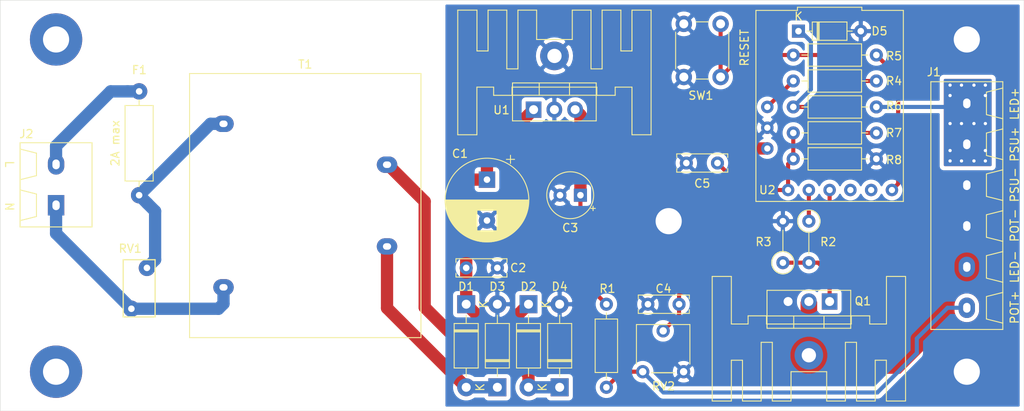
<source format=kicad_pcb>
(kicad_pcb (version 20171130) (host pcbnew 5.1.5-52549c5~84~ubuntu18.04.1)

  (general
    (thickness 1.6)
    (drawings 18)
    (tracks 108)
    (zones 0)
    (modules 35)
    (nets 24)
  )

  (page A4)
  (layers
    (0 F.Cu signal)
    (31 B.Cu signal)
    (32 B.Adhes user hide)
    (33 F.Adhes user hide)
    (34 B.Paste user hide)
    (35 F.Paste user hide)
    (36 B.SilkS user)
    (37 F.SilkS user)
    (38 B.Mask user)
    (39 F.Mask user)
    (40 Dwgs.User user hide)
    (41 Cmts.User user hide)
    (42 Eco1.User user hide)
    (43 Eco2.User user hide)
    (44 Edge.Cuts user)
    (45 Margin user)
    (46 B.CrtYd user)
    (47 F.CrtYd user)
    (48 B.Fab user)
    (49 F.Fab user)
  )

  (setup
    (last_trace_width 0.5)
    (trace_clearance 0.25)
    (zone_clearance 0.508)
    (zone_45_only no)
    (trace_min 0.2)
    (via_size 0.8)
    (via_drill 0.4)
    (via_min_size 0.4)
    (via_min_drill 0.3)
    (uvia_size 0.3)
    (uvia_drill 0.1)
    (uvias_allowed no)
    (uvia_min_size 0.2)
    (uvia_min_drill 0.1)
    (edge_width 0.05)
    (segment_width 0.2)
    (pcb_text_width 0.3)
    (pcb_text_size 1.5 1.5)
    (mod_edge_width 0.12)
    (mod_text_size 1 1)
    (mod_text_width 0.15)
    (pad_size 2.5 2)
    (pad_drill 1.2)
    (pad_to_mask_clearance 0.051)
    (solder_mask_min_width 0.25)
    (aux_axis_origin 30.6324 88.6206)
    (grid_origin 30.6324 88.6206)
    (visible_elements FFFFFF7F)
    (pcbplotparams
      (layerselection 0x010fc_ffffffff)
      (usegerberextensions false)
      (usegerberattributes false)
      (usegerberadvancedattributes true)
      (creategerberjobfile false)
      (excludeedgelayer false)
      (linewidth 0.100000)
      (plotframeref false)
      (viasonmask false)
      (mode 1)
      (useauxorigin true)
      (hpglpennumber 1)
      (hpglpenspeed 20)
      (hpglpendiameter 15.000000)
      (psnegative false)
      (psa4output false)
      (plotreference true)
      (plotvalue false)
      (plotinvisibletext false)
      (padsonsilk false)
      (subtractmaskfromsilk false)
      (outputformat 1)
      (mirror false)
      (drillshape 0)
      (scaleselection 1)
      (outputdirectory "gerbers/"))
  )

  (net 0 "")
  (net 1 "Net-(C1-Pad1)")
  (net 2 GND)
  (net 3 +10V)
  (net 4 SENSE)
  (net 5 "Net-(D1-Pad2)")
  (net 6 "Net-(D2-Pad2)")
  (net 7 "Net-(F1-Pad1)")
  (net 8 LINE)
  (net 9 SW_NEG)
  (net 10 SW_POS)
  (net 11 POT_POS)
  (net 12 NEUT)
  (net 13 "Net-(Q1-Pad1)")
  (net 14 PWM)
  (net 15 "Net-(R4-Pad1)")
  (net 16 +5V)
  (net 17 RESET)
  (net 18 ENABLE)
  (net 19 "Net-(U2-Pad4)")
  (net 20 "Net-(U2-Pad5)")
  (net 21 "Net-(H1-Pad1)")
  (net 22 "Net-(H2-Pad1)")
  (net 23 "Net-(D5-Pad1)")

  (net_class Default "This is the default net class."
    (clearance 0.25)
    (trace_width 0.5)
    (via_dia 0.8)
    (via_drill 0.4)
    (uvia_dia 0.3)
    (uvia_drill 0.1)
    (add_net +5V)
    (add_net ENABLE)
    (add_net GND)
    (add_net "Net-(D5-Pad1)")
    (add_net "Net-(H1-Pad1)")
    (add_net "Net-(H2-Pad1)")
    (add_net "Net-(Q1-Pad1)")
    (add_net "Net-(R4-Pad1)")
    (add_net "Net-(U2-Pad4)")
    (add_net "Net-(U2-Pad5)")
    (add_net POT_POS)
    (add_net PWM)
    (add_net RESET)
    (add_net SENSE)
  )

  (net_class Mains ""
    (clearance 1)
    (trace_width 1.5)
    (via_dia 0.8)
    (via_drill 0.4)
    (uvia_dia 0.3)
    (uvia_drill 0.1)
    (add_net LINE)
    (add_net NEUT)
    (add_net "Net-(F1-Pad1)")
  )

  (net_class Power ""
    (clearance 0.5)
    (trace_width 1.5)
    (via_dia 0.8)
    (via_drill 0.4)
    (uvia_dia 0.3)
    (uvia_drill 0.1)
    (add_net +10V)
    (add_net "Net-(C1-Pad1)")
    (add_net "Net-(D1-Pad2)")
    (add_net "Net-(D2-Pad2)")
    (add_net SW_NEG)
    (add_net SW_POS)
  )

  (module Diode_THT:D_DO-35_SOD27_P7.62mm_Horizontal (layer F.Cu) (tedit 5AE50CD5) (tstamp 5DD9805F)
    (at 128.27 42.164)
    (descr "Diode, DO-35_SOD27 series, Axial, Horizontal, pin pitch=7.62mm, , length*diameter=4*2mm^2, , http://www.diodes.com/_files/packages/DO-35.pdf")
    (tags "Diode DO-35_SOD27 series Axial Horizontal pin pitch 7.62mm  length 4mm diameter 2mm")
    (path /5DCC95A1)
    (fp_text reference D5 (at 9.906 0) (layer F.SilkS)
      (effects (font (size 1 1) (thickness 0.15)))
    )
    (fp_text value 1N5231 (at 4.064 0.508) (layer F.Fab)
      (effects (font (size 1 1) (thickness 0.15)))
    )
    (fp_text user K (at 0 -1.8) (layer F.SilkS)
      (effects (font (size 1 1) (thickness 0.15)))
    )
    (fp_text user K (at 0 -1.8) (layer F.Fab)
      (effects (font (size 1 1) (thickness 0.15)))
    )
    (fp_text user %R (at 4.11 0) (layer F.Fab)
      (effects (font (size 0.8 0.8) (thickness 0.12)))
    )
    (fp_line (start 8.67 -1.25) (end -1.05 -1.25) (layer F.CrtYd) (width 0.05))
    (fp_line (start 8.67 1.25) (end 8.67 -1.25) (layer F.CrtYd) (width 0.05))
    (fp_line (start -1.05 1.25) (end 8.67 1.25) (layer F.CrtYd) (width 0.05))
    (fp_line (start -1.05 -1.25) (end -1.05 1.25) (layer F.CrtYd) (width 0.05))
    (fp_line (start 2.29 -1.12) (end 2.29 1.12) (layer F.SilkS) (width 0.12))
    (fp_line (start 2.53 -1.12) (end 2.53 1.12) (layer F.SilkS) (width 0.12))
    (fp_line (start 2.41 -1.12) (end 2.41 1.12) (layer F.SilkS) (width 0.12))
    (fp_line (start 6.58 0) (end 5.93 0) (layer F.SilkS) (width 0.12))
    (fp_line (start 1.04 0) (end 1.69 0) (layer F.SilkS) (width 0.12))
    (fp_line (start 5.93 -1.12) (end 1.69 -1.12) (layer F.SilkS) (width 0.12))
    (fp_line (start 5.93 1.12) (end 5.93 -1.12) (layer F.SilkS) (width 0.12))
    (fp_line (start 1.69 1.12) (end 5.93 1.12) (layer F.SilkS) (width 0.12))
    (fp_line (start 1.69 -1.12) (end 1.69 1.12) (layer F.SilkS) (width 0.12))
    (fp_line (start 2.31 -1) (end 2.31 1) (layer F.Fab) (width 0.1))
    (fp_line (start 2.51 -1) (end 2.51 1) (layer F.Fab) (width 0.1))
    (fp_line (start 2.41 -1) (end 2.41 1) (layer F.Fab) (width 0.1))
    (fp_line (start 7.62 0) (end 5.81 0) (layer F.Fab) (width 0.1))
    (fp_line (start 0 0) (end 1.81 0) (layer F.Fab) (width 0.1))
    (fp_line (start 5.81 -1) (end 1.81 -1) (layer F.Fab) (width 0.1))
    (fp_line (start 5.81 1) (end 5.81 -1) (layer F.Fab) (width 0.1))
    (fp_line (start 1.81 1) (end 5.81 1) (layer F.Fab) (width 0.1))
    (fp_line (start 1.81 -1) (end 1.81 1) (layer F.Fab) (width 0.1))
    (pad 2 thru_hole oval (at 7.62 0) (size 1.6 1.6) (drill 0.8) (layers *.Cu *.Mask)
      (net 2 GND))
    (pad 1 thru_hole rect (at 0 0) (size 1.6 1.6) (drill 0.8) (layers *.Cu *.Mask)
      (net 23 "Net-(D5-Pad1)"))
    (model ${KISYS3DMOD}/Diode_THT.3dshapes/D_DO-35_SOD27_P7.62mm_Horizontal.wrl
      (at (xyz 0 0 0))
      (scale (xyz 1 1 1))
      (rotate (xyz 0 0 0))
    )
  )

  (module custom-parts:C_Disc_D6.0mm_W2.0mm_P3.81mm (layer F.Cu) (tedit 5DC9E1B9) (tstamp 5DD6008F)
    (at 86.995 71.12)
    (descr "C, Disc series, Radial, pin pitch=3.81mm, , diameter*width=6*2.0mm^2, Capacitor")
    (tags "C Disc series Radial pin pitch 3.81mm  diameter 6mm width 2.0mm Capacitor")
    (path /5DC43262)
    (fp_text reference C2 (at 6.985 0) (layer F.SilkS)
      (effects (font (size 1 1) (thickness 0.15)))
    )
    (fp_text value "0.1uF 25V" (at 2.5 2.5) (layer F.Fab)
      (effects (font (size 1 1) (thickness 0.15)))
    )
    (fp_text user %R (at 2.5 0) (layer F.Fab)
      (effects (font (size 1 1) (thickness 0.15)))
    )
    (fp_line (start 6.05 -1.25) (end -1.05 -1.25) (layer F.CrtYd) (width 0.05))
    (fp_line (start 6.05 1.25) (end 6.05 -1.25) (layer F.CrtYd) (width 0.05))
    (fp_line (start -1.05 1.25) (end 6.05 1.25) (layer F.CrtYd) (width 0.05))
    (fp_line (start -1.05 -1.25) (end -1.05 1.25) (layer F.CrtYd) (width 0.05))
    (fp_line (start 5.62 0.675) (end 5.62 1.12) (layer F.SilkS) (width 0.12))
    (fp_line (start 5.62 -1.12) (end 5.62 -0.675) (layer F.SilkS) (width 0.12))
    (fp_line (start -0.62 0.675) (end -0.62 1.12) (layer F.SilkS) (width 0.12))
    (fp_line (start -0.62 -1.12) (end -0.62 -0.675) (layer F.SilkS) (width 0.12))
    (fp_line (start -0.62 1.12) (end 5.62 1.12) (layer F.SilkS) (width 0.12))
    (fp_line (start -0.62 -1.12) (end 5.62 -1.12) (layer F.SilkS) (width 0.12))
    (fp_line (start 5.5 -1) (end -0.5 -1) (layer F.Fab) (width 0.1))
    (fp_line (start 5.5 1) (end 5.5 -1) (layer F.Fab) (width 0.1))
    (fp_line (start -0.5 1) (end 5.5 1) (layer F.Fab) (width 0.1))
    (fp_line (start -0.5 -1) (end -0.5 1) (layer F.Fab) (width 0.1))
    (pad 2 thru_hole circle (at 4.445 0) (size 1.6 1.6) (drill 0.8) (layers *.Cu *.Mask)
      (net 2 GND))
    (pad 1 thru_hole circle (at 0.635 0) (size 1.6 1.6) (drill 0.8) (layers *.Cu *.Mask)
      (net 1 "Net-(C1-Pad1)"))
  )

  (module custom-parts:C_Disc_D6.0mm_W2.0mm_P3.81mm (layer F.Cu) (tedit 5DC9E1B9) (tstamp 5DD600B2)
    (at 114.3 75.565 180)
    (descr "C, Disc series, Radial, pin pitch=3.81mm, , diameter*width=6*2.0mm^2, Capacitor")
    (tags "C Disc series Radial pin pitch 3.81mm  diameter 6mm width 2.0mm Capacitor")
    (path /5DC71A6A)
    (fp_text reference C4 (at 2.54 1.905) (layer F.SilkS)
      (effects (font (size 1 1) (thickness 0.15)))
    )
    (fp_text value "0.1uF 25V" (at 3.048 2.159) (layer F.Fab)
      (effects (font (size 1 1) (thickness 0.15)))
    )
    (fp_text user %R (at 2.5 0) (layer F.Fab)
      (effects (font (size 1 1) (thickness 0.15)))
    )
    (fp_line (start 6.05 -1.25) (end -1.05 -1.25) (layer F.CrtYd) (width 0.05))
    (fp_line (start 6.05 1.25) (end 6.05 -1.25) (layer F.CrtYd) (width 0.05))
    (fp_line (start -1.05 1.25) (end 6.05 1.25) (layer F.CrtYd) (width 0.05))
    (fp_line (start -1.05 -1.25) (end -1.05 1.25) (layer F.CrtYd) (width 0.05))
    (fp_line (start 5.62 0.675) (end 5.62 1.12) (layer F.SilkS) (width 0.12))
    (fp_line (start 5.62 -1.12) (end 5.62 -0.675) (layer F.SilkS) (width 0.12))
    (fp_line (start -0.62 0.675) (end -0.62 1.12) (layer F.SilkS) (width 0.12))
    (fp_line (start -0.62 -1.12) (end -0.62 -0.675) (layer F.SilkS) (width 0.12))
    (fp_line (start -0.62 1.12) (end 5.62 1.12) (layer F.SilkS) (width 0.12))
    (fp_line (start -0.62 -1.12) (end 5.62 -1.12) (layer F.SilkS) (width 0.12))
    (fp_line (start 5.5 -1) (end -0.5 -1) (layer F.Fab) (width 0.1))
    (fp_line (start 5.5 1) (end 5.5 -1) (layer F.Fab) (width 0.1))
    (fp_line (start -0.5 1) (end 5.5 1) (layer F.Fab) (width 0.1))
    (fp_line (start -0.5 -1) (end -0.5 1) (layer F.Fab) (width 0.1))
    (pad 2 thru_hole circle (at 4.445 0 180) (size 1.6 1.6) (drill 0.8) (layers *.Cu *.Mask)
      (net 2 GND))
    (pad 1 thru_hole circle (at 0.635 0 180) (size 1.6 1.6) (drill 0.8) (layers *.Cu *.Mask)
      (net 4 SENSE))
  )

  (module custom-parts:C_Disc_D6.0mm_W2.0mm_P3.81mm (layer F.Cu) (tedit 5DC9E1B9) (tstamp 5DDAB6E1)
    (at 118.999 58.293 180)
    (descr "C, Disc series, Radial, pin pitch=3.81mm, , diameter*width=6*2.0mm^2, Capacitor")
    (tags "C Disc series Radial pin pitch 3.81mm  diameter 6mm width 2.0mm Capacitor")
    (path /5DCF0DB2)
    (fp_text reference C5 (at 2.5 -2.5) (layer F.SilkS)
      (effects (font (size 1 1) (thickness 0.15)))
    )
    (fp_text value "0.1uF 25V" (at 2.5 2.5) (layer F.Fab)
      (effects (font (size 1 1) (thickness 0.15)))
    )
    (fp_text user %R (at 2.5 0) (layer F.Fab)
      (effects (font (size 1 1) (thickness 0.15)))
    )
    (fp_line (start 6.05 -1.25) (end -1.05 -1.25) (layer F.CrtYd) (width 0.05))
    (fp_line (start 6.05 1.25) (end 6.05 -1.25) (layer F.CrtYd) (width 0.05))
    (fp_line (start -1.05 1.25) (end 6.05 1.25) (layer F.CrtYd) (width 0.05))
    (fp_line (start -1.05 -1.25) (end -1.05 1.25) (layer F.CrtYd) (width 0.05))
    (fp_line (start 5.62 0.675) (end 5.62 1.12) (layer F.SilkS) (width 0.12))
    (fp_line (start 5.62 -1.12) (end 5.62 -0.675) (layer F.SilkS) (width 0.12))
    (fp_line (start -0.62 0.675) (end -0.62 1.12) (layer F.SilkS) (width 0.12))
    (fp_line (start -0.62 -1.12) (end -0.62 -0.675) (layer F.SilkS) (width 0.12))
    (fp_line (start -0.62 1.12) (end 5.62 1.12) (layer F.SilkS) (width 0.12))
    (fp_line (start -0.62 -1.12) (end 5.62 -1.12) (layer F.SilkS) (width 0.12))
    (fp_line (start 5.5 -1) (end -0.5 -1) (layer F.Fab) (width 0.1))
    (fp_line (start 5.5 1) (end 5.5 -1) (layer F.Fab) (width 0.1))
    (fp_line (start -0.5 1) (end 5.5 1) (layer F.Fab) (width 0.1))
    (fp_line (start -0.5 -1) (end -0.5 1) (layer F.Fab) (width 0.1))
    (pad 2 thru_hole circle (at 4.445 0 180) (size 1.6 1.6) (drill 0.8) (layers *.Cu *.Mask)
      (net 2 GND))
    (pad 1 thru_hole circle (at 0.635 0 180) (size 1.6 1.6) (drill 0.8) (layers *.Cu *.Mask)
      (net 18 ENABLE))
  )

  (module custom-parts:CamdenBoss_CTB7000_2_L10.0mm_P5.0mm (layer F.Cu) (tedit 5DD92A72) (tstamp 5DD73BF3)
    (at 37.465 60.96 90)
    (path /5DCCCC97)
    (fp_text reference J2 (at 6.223 -3.6322 180) (layer F.SilkS)
      (effects (font (size 1 1) (thickness 0.15)))
    )
    (fp_text value CTB7000/2 (at 0 -0.5 90) (layer F.Fab)
      (effects (font (size 1 1) (thickness 0.15)))
    )
    (fp_line (start 3.875 -2.4) (end 4.375 -4.4) (layer F.SilkS) (width 0.12))
    (fp_line (start 1.125 -2.4) (end 3.875 -2.4) (layer F.SilkS) (width 0.12))
    (fp_line (start 1.125 -2.4) (end 0.625 -4.4) (layer F.SilkS) (width 0.12))
    (fp_line (start -1.125 -2.4) (end -0.625 -4.4) (layer F.SilkS) (width 0.12))
    (fp_line (start -3.875 -2.4) (end -4.375 -4.4) (layer F.SilkS) (width 0.12))
    (fp_line (start -3.875 -2.4) (end -1.125 -2.4) (layer F.SilkS) (width 0.12))
    (fp_line (start -5.3 -4.55) (end 5.3 -4.55) (layer F.CrtYd) (width 0.05))
    (fp_line (start 5.3 4.55) (end 5.3 -4.55) (layer F.CrtYd) (width 0.05))
    (fp_line (start -5.3 4.55) (end 5.3 4.55) (layer F.CrtYd) (width 0.05))
    (fp_line (start -5.3 -4.55) (end -5.3 4.55) (layer F.CrtYd) (width 0.05))
    (fp_line (start 5.15 -4.4) (end -5.15 -4.4) (layer F.SilkS) (width 0.12))
    (fp_line (start 5.15 4.4) (end 5.15 -4.4) (layer F.SilkS) (width 0.12))
    (fp_line (start -5.15 4.4) (end 5.15 4.4) (layer F.SilkS) (width 0.12))
    (fp_line (start -5.15 -4.4) (end -5.15 4.4) (layer F.SilkS) (width 0.12))
    (fp_line (start 5 4.25) (end -5 4.25) (layer F.Fab) (width 0.1))
    (fp_line (start 5 -4.25) (end 5 4.25) (layer F.Fab) (width 0.1))
    (fp_line (start -5 -4.25) (end 5 -4.25) (layer F.Fab) (width 0.1))
    (fp_line (start -5 4.25) (end -5 -4.25) (layer F.Fab) (width 0.1))
    (pad 2 thru_hole oval (at 2.5 0 90) (size 2.5 2) (drill oval 1.2 0.9) (layers *.Cu *.Mask)
      (net 8 LINE))
    (pad 1 thru_hole rect (at -2.5 0 90) (size 2.5 2) (drill oval 1.2 0.9) (layers *.Cu *.Mask)
      (net 12 NEUT))
  )

  (module custom-parts:CamdenBoss_CTB7000_6_L30.0mm_P5.0mm (layer F.Cu) (tedit 5DDA888E) (tstamp 5DD6025B)
    (at 148.86 63.5 270)
    (path /5DCF5580)
    (fp_text reference J1 (at -16.3322 4.0292 180) (layer F.SilkS)
      (effects (font (size 1 1) (thickness 0.15)))
    )
    (fp_text value CTB7000/6 (at 0 -0.5 90) (layer F.Fab)
      (effects (font (size 1 1) (thickness 0.15)))
    )
    (fp_line (start 8.875 -2.4) (end 9.375 -4.4) (layer F.SilkS) (width 0.12))
    (fp_line (start 11.125 -2.4) (end 13.875 -2.4) (layer F.SilkS) (width 0.12))
    (fp_line (start 6.125 -2.4) (end 5.625 -4.4) (layer F.SilkS) (width 0.12))
    (fp_line (start 1.125 -2.4) (end 0.625 -4.4) (layer F.SilkS) (width 0.12))
    (fp_line (start 11.125 -2.4) (end 10.625 -4.4) (layer F.SilkS) (width 0.12))
    (fp_line (start 1.125 -2.4) (end 3.875 -2.4) (layer F.SilkS) (width 0.12))
    (fp_line (start 3.875 -2.4) (end 4.375 -4.4) (layer F.SilkS) (width 0.12))
    (fp_line (start 13.875 -2.4) (end 14.375 -4.4) (layer F.SilkS) (width 0.12))
    (fp_line (start 6.125 -2.4) (end 8.875 -2.4) (layer F.SilkS) (width 0.12))
    (fp_line (start -3.875 -2.4) (end -4.375 -4.4) (layer F.SilkS) (width 0.12))
    (fp_line (start -3.875 -2.4) (end -1.125 -2.4) (layer F.SilkS) (width 0.12))
    (fp_line (start -1.125 -2.4) (end -0.625 -4.4) (layer F.SilkS) (width 0.12))
    (fp_line (start -6.125 -2.4) (end -5.625 -4.4) (layer F.SilkS) (width 0.12))
    (fp_line (start -8.875 -2.4) (end -6.125 -2.4) (layer F.SilkS) (width 0.12))
    (fp_line (start -8.875 -2.4) (end -9.375 -4.4) (layer F.SilkS) (width 0.12))
    (fp_line (start -11.125 -2.4) (end -10.625 -4.4) (layer F.SilkS) (width 0.12))
    (fp_line (start -13.875 -2.4) (end -14.375 -4.4) (layer F.SilkS) (width 0.12))
    (fp_line (start -13.875 -2.4) (end -11.125 -2.4) (layer F.SilkS) (width 0.12))
    (fp_line (start -15.3 -4.55) (end 15.3 -4.55) (layer F.CrtYd) (width 0.05))
    (fp_line (start 15.3 4.55) (end 15.3 -4.55) (layer F.CrtYd) (width 0.05))
    (fp_line (start -15.3 4.55) (end 15.3 4.55) (layer F.CrtYd) (width 0.05))
    (fp_line (start -15.3 -4.55) (end -15.3 4.55) (layer F.CrtYd) (width 0.05))
    (fp_line (start 15.15 -4.4) (end -15.15 -4.4) (layer F.SilkS) (width 0.12))
    (fp_line (start 15.15 4.4) (end 15.15 -4.4) (layer F.SilkS) (width 0.12))
    (fp_line (start -15.15 4.4) (end 15.15 4.4) (layer F.SilkS) (width 0.12))
    (fp_line (start -15.15 -4.4) (end -15.15 4.4) (layer F.SilkS) (width 0.12))
    (fp_line (start 15 4.25) (end -15 4.25) (layer F.Fab) (width 0.1))
    (fp_line (start 15 -4.25) (end 15 4.25) (layer F.Fab) (width 0.1))
    (fp_line (start -15 -4.25) (end 15 -4.25) (layer F.Fab) (width 0.1))
    (fp_line (start -15 4.25) (end -15 -4.25) (layer F.Fab) (width 0.1))
    (pad 4 thru_hole oval (at 2.5 0 270) (size 2.5 2) (drill oval 1.2 0.9) (layers *.Cu *.Mask)
      (net 2 GND) (zone_connect 2))
    (pad 5 thru_hole oval (at 7.5 0 270) (size 2.5 2) (drill oval 1.2 0.9) (layers *.Cu *.Mask)
      (net 9 SW_NEG) (zone_connect 2))
    (pad 6 thru_hole oval (at 12.5 0 270) (size 2.5 2) (drill oval 1.2 0.9) (layers *.Cu *.Mask)
      (net 11 POT_POS))
    (pad 3 thru_hole oval (at -2.5 0 270) (size 2.5 2) (drill oval 1.2 0.9) (layers *.Cu *.Mask)
      (net 2 GND) (zone_connect 2))
    (pad 2 thru_hole oval (at -7.5 0 270) (size 2.5 2) (drill oval 1.2 0.9) (layers *.Cu *.Mask)
      (net 10 SW_POS))
    (pad 1 thru_hole rect (at -12.5 0 270) (size 2.5 2) (drill oval 1.2 0.9) (layers *.Cu *.Mask)
      (net 10 SW_POS))
  )

  (module custom-parts:Hahn_EL_305_2051 (layer F.Cu) (tedit 5DD92833) (tstamp 5DD603A8)
    (at 67.945 63.5)
    (path /5DC3B4BA)
    (fp_text reference T1 (at 0 -17.272) (layer F.SilkS)
      (effects (font (size 1 1) (thickness 0.15)))
    )
    (fp_text value "Hahn EL 305 2051" (at 0 0.635) (layer F.Fab)
      (effects (font (size 1 1) (thickness 0.15)))
    )
    (fp_line (start 14.3 -16.3) (end -14.3 -16.3) (layer F.CrtYd) (width 0.05))
    (fp_line (start 14.3 16.3) (end 14.3 -16.3) (layer F.CrtYd) (width 0.05))
    (fp_line (start -14.3 16.3) (end 14.3 16.3) (layer F.CrtYd) (width 0.05))
    (fp_line (start -14.3 -16.3) (end -14.3 16.3) (layer F.CrtYd) (width 0.05))
    (fp_line (start 14.15 -16.15) (end -14.15 -16.15) (layer F.SilkS) (width 0.12))
    (fp_line (start 14.15 16.15) (end 14.15 -16.15) (layer F.SilkS) (width 0.12))
    (fp_line (start -14.15 16.15) (end 14.15 16.15) (layer F.SilkS) (width 0.12))
    (fp_line (start -14.15 -16.15) (end -14.15 16.15) (layer F.SilkS) (width 0.12))
    (fp_line (start 11 -13) (end -11 -13) (layer F.Fab) (width 0.1))
    (fp_line (start 11 13) (end 11 -13) (layer F.Fab) (width 0.1))
    (fp_line (start -11 13) (end 11 13) (layer F.Fab) (width 0.1))
    (fp_line (start -11 -13) (end -11 13) (layer F.Fab) (width 0.1))
    (fp_line (start 14 -16) (end -14 -16) (layer F.Fab) (width 0.1))
    (fp_line (start 14 16) (end 14 -16) (layer F.Fab) (width 0.1))
    (fp_line (start -14 16) (end 14 16) (layer F.Fab) (width 0.1))
    (fp_line (start -14 -16) (end -14 16) (layer F.Fab) (width 0.1))
    (pad 9 thru_hole oval (at 10 5) (size 2.5 2) (drill oval 1 0.8) (layers *.Cu *.Mask)
      (net 5 "Net-(D1-Pad2)"))
    (pad 7 thru_hole oval (at 10 -5) (size 2.5 2) (drill oval 1 0.8) (layers *.Cu *.Mask)
      (net 6 "Net-(D2-Pad2)"))
    (pad 5 thru_hole oval (at -10 10) (size 2.5 2) (drill oval 1 0.8) (layers *.Cu *.Mask)
      (net 12 NEUT))
    (pad 1 thru_hole oval (at -10 -10) (size 2.5 2) (drill oval 1 0.8) (layers *.Cu *.Mask)
      (net 7 "Net-(F1-Pad1)"))
  )

  (module Resistor_THT:R_Axial_DIN0207_L6.3mm_D2.5mm_P5.08mm_Vertical (layer F.Cu) (tedit 5AE5139B) (tstamp 5DD602D2)
    (at 126.365 70.485 90)
    (descr "Resistor, Axial_DIN0207 series, Axial, Vertical, pin pitch=5.08mm, 0.25W = 1/4W, length*diameter=6.3*2.5mm^2, http://cdn-reichelt.de/documents/datenblatt/B400/1_4W%23YAG.pdf")
    (tags "Resistor Axial_DIN0207 series Axial Vertical pin pitch 5.08mm 0.25W = 1/4W length 6.3mm diameter 2.5mm")
    (path /5DC4BB62)
    (fp_text reference R3 (at 2.54 -2.37) (layer F.SilkS)
      (effects (font (size 1 1) (thickness 0.15)))
    )
    (fp_text value 10K (at 2.667 0.889 90) (layer F.Fab)
      (effects (font (size 1 1) (thickness 0.15)))
    )
    (fp_text user %R (at 2.54 -2.37 180) (layer F.Fab)
      (effects (font (size 1 1) (thickness 0.15)))
    )
    (fp_line (start 6.13 -1.5) (end -1.5 -1.5) (layer F.CrtYd) (width 0.05))
    (fp_line (start 6.13 1.5) (end 6.13 -1.5) (layer F.CrtYd) (width 0.05))
    (fp_line (start -1.5 1.5) (end 6.13 1.5) (layer F.CrtYd) (width 0.05))
    (fp_line (start -1.5 -1.5) (end -1.5 1.5) (layer F.CrtYd) (width 0.05))
    (fp_line (start 1.37 0) (end 3.98 0) (layer F.SilkS) (width 0.12))
    (fp_line (start 0 0) (end 5.08 0) (layer F.Fab) (width 0.1))
    (fp_circle (center 0 0) (end 1.37 0) (layer F.SilkS) (width 0.12))
    (fp_circle (center 0 0) (end 1.25 0) (layer F.Fab) (width 0.1))
    (pad 2 thru_hole oval (at 5.08 0 90) (size 1.6 1.6) (drill 0.8) (layers *.Cu *.Mask)
      (net 2 GND))
    (pad 1 thru_hole circle (at 0 0 90) (size 1.6 1.6) (drill 0.8) (layers *.Cu *.Mask)
      (net 13 "Net-(Q1-Pad1)"))
    (model ${KISYS3DMOD}/Resistor_THT.3dshapes/R_Axial_DIN0207_L6.3mm_D2.5mm_P5.08mm_Vertical.wrl
      (at (xyz 0 0 0))
      (scale (xyz 1 1 1))
      (rotate (xyz 0 0 0))
    )
  )

  (module Resistor_THT:R_Axial_DIN0207_L6.3mm_D2.5mm_P5.08mm_Vertical (layer F.Cu) (tedit 5AE5139B) (tstamp 5DD602BB)
    (at 129.54 65.405 270)
    (descr "Resistor, Axial_DIN0207 series, Axial, Vertical, pin pitch=5.08mm, 0.25W = 1/4W, length*diameter=6.3*2.5mm^2, http://cdn-reichelt.de/documents/datenblatt/B400/1_4W%23YAG.pdf")
    (tags "Resistor Axial_DIN0207 series Axial Vertical pin pitch 5.08mm 0.25W = 1/4W length 6.3mm diameter 2.5mm")
    (path /5DC4BF5F)
    (fp_text reference R2 (at 2.54 -2.37 180) (layer F.SilkS)
      (effects (font (size 1 1) (thickness 0.15)))
    )
    (fp_text value 1K (at 2.54 -0.762 90) (layer F.Fab)
      (effects (font (size 1 1) (thickness 0.15)))
    )
    (fp_text user %R (at 2.54 -2.37 180) (layer F.Fab)
      (effects (font (size 1 1) (thickness 0.15)))
    )
    (fp_line (start 6.13 -1.5) (end -1.5 -1.5) (layer F.CrtYd) (width 0.05))
    (fp_line (start 6.13 1.5) (end 6.13 -1.5) (layer F.CrtYd) (width 0.05))
    (fp_line (start -1.5 1.5) (end 6.13 1.5) (layer F.CrtYd) (width 0.05))
    (fp_line (start -1.5 -1.5) (end -1.5 1.5) (layer F.CrtYd) (width 0.05))
    (fp_line (start 1.37 0) (end 3.98 0) (layer F.SilkS) (width 0.12))
    (fp_line (start 0 0) (end 5.08 0) (layer F.Fab) (width 0.1))
    (fp_circle (center 0 0) (end 1.37 0) (layer F.SilkS) (width 0.12))
    (fp_circle (center 0 0) (end 1.25 0) (layer F.Fab) (width 0.1))
    (pad 2 thru_hole oval (at 5.08 0 270) (size 1.6 1.6) (drill 0.8) (layers *.Cu *.Mask)
      (net 13 "Net-(Q1-Pad1)"))
    (pad 1 thru_hole circle (at 0 0 270) (size 1.6 1.6) (drill 0.8) (layers *.Cu *.Mask)
      (net 14 PWM))
    (model ${KISYS3DMOD}/Resistor_THT.3dshapes/R_Axial_DIN0207_L6.3mm_D2.5mm_P5.08mm_Vertical.wrl
      (at (xyz 0 0 0))
      (scale (xyz 1 1 1))
      (rotate (xyz 0 0 0))
    )
  )

  (module MountingHole:MountingHole_3.2mm_M3_Pad (layer F.Cu) (tedit 5DD9C71E) (tstamp 5DD92C12)
    (at 112.395 65.405)
    (descr "Mounting Hole 3.2mm, M3")
    (tags "mounting hole 3.2mm m3")
    (path /5DD960E1)
    (zone_connect 2)
    (attr virtual)
    (fp_text reference H5 (at 0 -4.2) (layer F.SilkS) hide
      (effects (font (size 1 1) (thickness 0.15)))
    )
    (fp_text value MountingHole_Pad (at 0 4.2) (layer F.Fab) hide
      (effects (font (size 1 1) (thickness 0.15)))
    )
    (fp_circle (center 0 0) (end 3.45 0) (layer F.CrtYd) (width 0.05))
    (fp_circle (center 0 0) (end 3.2 0) (layer Cmts.User) (width 0.15))
    (fp_text user %R (at 0.3 0) (layer F.Fab)
      (effects (font (size 1 1) (thickness 0.15)))
    )
    (pad 1 thru_hole circle (at 0 0) (size 6.4 6.4) (drill 3.2) (layers *.Cu *.Mask)
      (net 2 GND) (zone_connect 2))
  )

  (module MountingHole:MountingHole_3.2mm_M3_Pad (layer F.Cu) (tedit 5DD9C707) (tstamp 5DD71495)
    (at 148.86 83.82)
    (descr "Mounting Hole 3.2mm, M3")
    (tags "mounting hole 3.2mm m3")
    (path /5DDB6A98)
    (zone_connect 2)
    (attr virtual)
    (fp_text reference H4 (at 0 -4.2) (layer F.SilkS) hide
      (effects (font (size 1 1) (thickness 0.15)))
    )
    (fp_text value MountingHole_Pad (at 0 4.2) (layer F.Fab) hide
      (effects (font (size 1 1) (thickness 0.15)))
    )
    (fp_circle (center 0 0) (end 3.45 0) (layer F.CrtYd) (width 0.05))
    (fp_circle (center 0 0) (end 3.2 0) (layer Cmts.User) (width 0.15))
    (fp_text user %R (at 0.3 0) (layer F.Fab)
      (effects (font (size 1 1) (thickness 0.15)))
    )
    (pad 1 thru_hole circle (at 0 0) (size 6.4 6.4) (drill 3.2) (layers *.Cu *.Mask)
      (net 2 GND) (zone_connect 2))
  )

  (module MountingHole:MountingHole_3.2mm_M3_Pad (layer F.Cu) (tedit 5DD9C702) (tstamp 5DD7148D)
    (at 148.86 43.18)
    (descr "Mounting Hole 3.2mm, M3")
    (tags "mounting hole 3.2mm m3")
    (path /5DDB676F)
    (zone_connect 2)
    (attr virtual)
    (fp_text reference H3 (at 0 -4.2) (layer F.SilkS) hide
      (effects (font (size 1 1) (thickness 0.15)))
    )
    (fp_text value MountingHole_Pad (at 0 4.2) (layer F.Fab) hide
      (effects (font (size 1 1) (thickness 0.15)))
    )
    (fp_circle (center 0 0) (end 3.45 0) (layer F.CrtYd) (width 0.05))
    (fp_circle (center 0 0) (end 3.2 0) (layer Cmts.User) (width 0.15))
    (fp_text user %R (at 0.3 0) (layer F.Fab)
      (effects (font (size 1 1) (thickness 0.15)))
    )
    (pad 1 thru_hole circle (at 0 0) (size 6.4 6.4) (drill 3.2) (layers *.Cu *.Mask)
      (net 2 GND) (zone_connect 2))
  )

  (module MountingHole:MountingHole_3.2mm_M3_Pad (layer F.Cu) (tedit 56D1B4CB) (tstamp 5DD71485)
    (at 37.465 83.82)
    (descr "Mounting Hole 3.2mm, M3")
    (tags "mounting hole 3.2mm m3")
    (path /5DDB64B9)
    (attr virtual)
    (fp_text reference H2 (at 0 -4.2) (layer F.SilkS) hide
      (effects (font (size 1 1) (thickness 0.15)))
    )
    (fp_text value MountingHole_Pad (at 0 4.2) (layer F.Fab) hide
      (effects (font (size 1 1) (thickness 0.15)))
    )
    (fp_circle (center 0 0) (end 3.45 0) (layer F.CrtYd) (width 0.05))
    (fp_circle (center 0 0) (end 3.2 0) (layer Cmts.User) (width 0.15))
    (fp_text user %R (at 0.3 0) (layer F.Fab)
      (effects (font (size 1 1) (thickness 0.15)))
    )
    (pad 1 thru_hole circle (at 0 0) (size 6.4 6.4) (drill 3.2) (layers *.Cu *.Mask)
      (net 22 "Net-(H2-Pad1)"))
  )

  (module MountingHole:MountingHole_3.2mm_M3_Pad (layer F.Cu) (tedit 56D1B4CB) (tstamp 5DD7147D)
    (at 37.465 43.18)
    (descr "Mounting Hole 3.2mm, M3")
    (tags "mounting hole 3.2mm m3")
    (path /5DDA8359)
    (attr virtual)
    (fp_text reference H1 (at 0 -4.2) (layer F.SilkS) hide
      (effects (font (size 1 1) (thickness 0.15)))
    )
    (fp_text value MountingHole_Pad (at 0 4.2) (layer F.Fab) hide
      (effects (font (size 1 1) (thickness 0.15)))
    )
    (fp_circle (center 0 0) (end 3.45 0) (layer F.CrtYd) (width 0.05))
    (fp_circle (center 0 0) (end 3.2 0) (layer Cmts.User) (width 0.15))
    (fp_text user %R (at 0.3 0) (layer F.Fab)
      (effects (font (size 1 1) (thickness 0.15)))
    )
    (pad 1 thru_hole circle (at 0 0) (size 6.4 6.4) (drill 3.2) (layers *.Cu *.Mask)
      (net 21 "Net-(H1-Pad1)"))
  )

  (module Capacitor_THT:CP_Radial_D10.0mm_P5.00mm (layer F.Cu) (tedit 5DD9B5AC) (tstamp 5DD6007A)
    (at 90.17 60.325 270)
    (descr "CP, Radial series, Radial, pin pitch=5.00mm, , diameter=10mm, Electrolytic Capacitor")
    (tags "CP Radial series Radial pin pitch 5.00mm  diameter 10mm Electrolytic Capacitor")
    (path /5DC27D20)
    (fp_text reference C1 (at -3.175 3.302 180) (layer F.SilkS)
      (effects (font (size 1 1) (thickness 0.15)))
    )
    (fp_text value "820uF 25V" (at 2.5 6.25 90) (layer F.Fab)
      (effects (font (size 1 1) (thickness 0.15)))
    )
    (fp_text user %R (at 2.5 0 90) (layer F.Fab)
      (effects (font (size 1 1) (thickness 0.15)))
    )
    (fp_line (start -2.479646 -3.375) (end -2.479646 -2.375) (layer F.SilkS) (width 0.12))
    (fp_line (start -2.979646 -2.875) (end -1.979646 -2.875) (layer F.SilkS) (width 0.12))
    (fp_line (start 7.581 -0.599) (end 7.581 0.599) (layer F.SilkS) (width 0.12))
    (fp_line (start 7.541 -0.862) (end 7.541 0.862) (layer F.SilkS) (width 0.12))
    (fp_line (start 7.501 -1.062) (end 7.501 1.062) (layer F.SilkS) (width 0.12))
    (fp_line (start 7.461 -1.23) (end 7.461 1.23) (layer F.SilkS) (width 0.12))
    (fp_line (start 7.421 -1.378) (end 7.421 1.378) (layer F.SilkS) (width 0.12))
    (fp_line (start 7.381 -1.51) (end 7.381 1.51) (layer F.SilkS) (width 0.12))
    (fp_line (start 7.341 -1.63) (end 7.341 1.63) (layer F.SilkS) (width 0.12))
    (fp_line (start 7.301 -1.742) (end 7.301 1.742) (layer F.SilkS) (width 0.12))
    (fp_line (start 7.261 -1.846) (end 7.261 1.846) (layer F.SilkS) (width 0.12))
    (fp_line (start 7.221 -1.944) (end 7.221 1.944) (layer F.SilkS) (width 0.12))
    (fp_line (start 7.181 -2.037) (end 7.181 2.037) (layer F.SilkS) (width 0.12))
    (fp_line (start 7.141 -2.125) (end 7.141 2.125) (layer F.SilkS) (width 0.12))
    (fp_line (start 7.101 -2.209) (end 7.101 2.209) (layer F.SilkS) (width 0.12))
    (fp_line (start 7.061 -2.289) (end 7.061 2.289) (layer F.SilkS) (width 0.12))
    (fp_line (start 7.021 -2.365) (end 7.021 2.365) (layer F.SilkS) (width 0.12))
    (fp_line (start 6.981 -2.439) (end 6.981 2.439) (layer F.SilkS) (width 0.12))
    (fp_line (start 6.941 -2.51) (end 6.941 2.51) (layer F.SilkS) (width 0.12))
    (fp_line (start 6.901 -2.579) (end 6.901 2.579) (layer F.SilkS) (width 0.12))
    (fp_line (start 6.861 -2.645) (end 6.861 2.645) (layer F.SilkS) (width 0.12))
    (fp_line (start 6.821 -2.709) (end 6.821 2.709) (layer F.SilkS) (width 0.12))
    (fp_line (start 6.781 -2.77) (end 6.781 2.77) (layer F.SilkS) (width 0.12))
    (fp_line (start 6.741 -2.83) (end 6.741 2.83) (layer F.SilkS) (width 0.12))
    (fp_line (start 6.701 -2.889) (end 6.701 2.889) (layer F.SilkS) (width 0.12))
    (fp_line (start 6.661 -2.945) (end 6.661 2.945) (layer F.SilkS) (width 0.12))
    (fp_line (start 6.621 -3) (end 6.621 3) (layer F.SilkS) (width 0.12))
    (fp_line (start 6.581 -3.054) (end 6.581 3.054) (layer F.SilkS) (width 0.12))
    (fp_line (start 6.541 -3.106) (end 6.541 3.106) (layer F.SilkS) (width 0.12))
    (fp_line (start 6.501 -3.156) (end 6.501 3.156) (layer F.SilkS) (width 0.12))
    (fp_line (start 6.461 -3.206) (end 6.461 3.206) (layer F.SilkS) (width 0.12))
    (fp_line (start 6.421 -3.254) (end 6.421 3.254) (layer F.SilkS) (width 0.12))
    (fp_line (start 6.381 -3.301) (end 6.381 3.301) (layer F.SilkS) (width 0.12))
    (fp_line (start 6.341 -3.347) (end 6.341 3.347) (layer F.SilkS) (width 0.12))
    (fp_line (start 6.301 -3.392) (end 6.301 3.392) (layer F.SilkS) (width 0.12))
    (fp_line (start 6.261 -3.436) (end 6.261 3.436) (layer F.SilkS) (width 0.12))
    (fp_line (start 6.221 1.241) (end 6.221 3.478) (layer F.SilkS) (width 0.12))
    (fp_line (start 6.221 -3.478) (end 6.221 -1.241) (layer F.SilkS) (width 0.12))
    (fp_line (start 6.181 1.241) (end 6.181 3.52) (layer F.SilkS) (width 0.12))
    (fp_line (start 6.181 -3.52) (end 6.181 -1.241) (layer F.SilkS) (width 0.12))
    (fp_line (start 6.141 1.241) (end 6.141 3.561) (layer F.SilkS) (width 0.12))
    (fp_line (start 6.141 -3.561) (end 6.141 -1.241) (layer F.SilkS) (width 0.12))
    (fp_line (start 6.101 1.241) (end 6.101 3.601) (layer F.SilkS) (width 0.12))
    (fp_line (start 6.101 -3.601) (end 6.101 -1.241) (layer F.SilkS) (width 0.12))
    (fp_line (start 6.061 1.241) (end 6.061 3.64) (layer F.SilkS) (width 0.12))
    (fp_line (start 6.061 -3.64) (end 6.061 -1.241) (layer F.SilkS) (width 0.12))
    (fp_line (start 6.021 1.241) (end 6.021 3.679) (layer F.SilkS) (width 0.12))
    (fp_line (start 6.021 -3.679) (end 6.021 -1.241) (layer F.SilkS) (width 0.12))
    (fp_line (start 5.981 1.241) (end 5.981 3.716) (layer F.SilkS) (width 0.12))
    (fp_line (start 5.981 -3.716) (end 5.981 -1.241) (layer F.SilkS) (width 0.12))
    (fp_line (start 5.941 1.241) (end 5.941 3.753) (layer F.SilkS) (width 0.12))
    (fp_line (start 5.941 -3.753) (end 5.941 -1.241) (layer F.SilkS) (width 0.12))
    (fp_line (start 5.901 1.241) (end 5.901 3.789) (layer F.SilkS) (width 0.12))
    (fp_line (start 5.901 -3.789) (end 5.901 -1.241) (layer F.SilkS) (width 0.12))
    (fp_line (start 5.861 1.241) (end 5.861 3.824) (layer F.SilkS) (width 0.12))
    (fp_line (start 5.861 -3.824) (end 5.861 -1.241) (layer F.SilkS) (width 0.12))
    (fp_line (start 5.821 1.241) (end 5.821 3.858) (layer F.SilkS) (width 0.12))
    (fp_line (start 5.821 -3.858) (end 5.821 -1.241) (layer F.SilkS) (width 0.12))
    (fp_line (start 5.781 1.241) (end 5.781 3.892) (layer F.SilkS) (width 0.12))
    (fp_line (start 5.781 -3.892) (end 5.781 -1.241) (layer F.SilkS) (width 0.12))
    (fp_line (start 5.741 1.241) (end 5.741 3.925) (layer F.SilkS) (width 0.12))
    (fp_line (start 5.741 -3.925) (end 5.741 -1.241) (layer F.SilkS) (width 0.12))
    (fp_line (start 5.701 1.241) (end 5.701 3.957) (layer F.SilkS) (width 0.12))
    (fp_line (start 5.701 -3.957) (end 5.701 -1.241) (layer F.SilkS) (width 0.12))
    (fp_line (start 5.661 1.241) (end 5.661 3.989) (layer F.SilkS) (width 0.12))
    (fp_line (start 5.661 -3.989) (end 5.661 -1.241) (layer F.SilkS) (width 0.12))
    (fp_line (start 5.621 1.241) (end 5.621 4.02) (layer F.SilkS) (width 0.12))
    (fp_line (start 5.621 -4.02) (end 5.621 -1.241) (layer F.SilkS) (width 0.12))
    (fp_line (start 5.581 1.241) (end 5.581 4.05) (layer F.SilkS) (width 0.12))
    (fp_line (start 5.581 -4.05) (end 5.581 -1.241) (layer F.SilkS) (width 0.12))
    (fp_line (start 5.541 1.241) (end 5.541 4.08) (layer F.SilkS) (width 0.12))
    (fp_line (start 5.541 -4.08) (end 5.541 -1.241) (layer F.SilkS) (width 0.12))
    (fp_line (start 5.501 1.241) (end 5.501 4.11) (layer F.SilkS) (width 0.12))
    (fp_line (start 5.501 -4.11) (end 5.501 -1.241) (layer F.SilkS) (width 0.12))
    (fp_line (start 5.461 1.241) (end 5.461 4.138) (layer F.SilkS) (width 0.12))
    (fp_line (start 5.461 -4.138) (end 5.461 -1.241) (layer F.SilkS) (width 0.12))
    (fp_line (start 5.421 1.241) (end 5.421 4.166) (layer F.SilkS) (width 0.12))
    (fp_line (start 5.421 -4.166) (end 5.421 -1.241) (layer F.SilkS) (width 0.12))
    (fp_line (start 5.381 1.241) (end 5.381 4.194) (layer F.SilkS) (width 0.12))
    (fp_line (start 5.381 -4.194) (end 5.381 -1.241) (layer F.SilkS) (width 0.12))
    (fp_line (start 5.341 1.241) (end 5.341 4.221) (layer F.SilkS) (width 0.12))
    (fp_line (start 5.341 -4.221) (end 5.341 -1.241) (layer F.SilkS) (width 0.12))
    (fp_line (start 5.301 1.241) (end 5.301 4.247) (layer F.SilkS) (width 0.12))
    (fp_line (start 5.301 -4.247) (end 5.301 -1.241) (layer F.SilkS) (width 0.12))
    (fp_line (start 5.261 1.241) (end 5.261 4.273) (layer F.SilkS) (width 0.12))
    (fp_line (start 5.261 -4.273) (end 5.261 -1.241) (layer F.SilkS) (width 0.12))
    (fp_line (start 5.221 1.241) (end 5.221 4.298) (layer F.SilkS) (width 0.12))
    (fp_line (start 5.221 -4.298) (end 5.221 -1.241) (layer F.SilkS) (width 0.12))
    (fp_line (start 5.181 1.241) (end 5.181 4.323) (layer F.SilkS) (width 0.12))
    (fp_line (start 5.181 -4.323) (end 5.181 -1.241) (layer F.SilkS) (width 0.12))
    (fp_line (start 5.141 1.241) (end 5.141 4.347) (layer F.SilkS) (width 0.12))
    (fp_line (start 5.141 -4.347) (end 5.141 -1.241) (layer F.SilkS) (width 0.12))
    (fp_line (start 5.101 1.241) (end 5.101 4.371) (layer F.SilkS) (width 0.12))
    (fp_line (start 5.101 -4.371) (end 5.101 -1.241) (layer F.SilkS) (width 0.12))
    (fp_line (start 5.061 1.241) (end 5.061 4.395) (layer F.SilkS) (width 0.12))
    (fp_line (start 5.061 -4.395) (end 5.061 -1.241) (layer F.SilkS) (width 0.12))
    (fp_line (start 5.021 1.241) (end 5.021 4.417) (layer F.SilkS) (width 0.12))
    (fp_line (start 5.021 -4.417) (end 5.021 -1.241) (layer F.SilkS) (width 0.12))
    (fp_line (start 4.981 1.241) (end 4.981 4.44) (layer F.SilkS) (width 0.12))
    (fp_line (start 4.981 -4.44) (end 4.981 -1.241) (layer F.SilkS) (width 0.12))
    (fp_line (start 4.941 1.241) (end 4.941 4.462) (layer F.SilkS) (width 0.12))
    (fp_line (start 4.941 -4.462) (end 4.941 -1.241) (layer F.SilkS) (width 0.12))
    (fp_line (start 4.901 1.241) (end 4.901 4.483) (layer F.SilkS) (width 0.12))
    (fp_line (start 4.901 -4.483) (end 4.901 -1.241) (layer F.SilkS) (width 0.12))
    (fp_line (start 4.861 1.241) (end 4.861 4.504) (layer F.SilkS) (width 0.12))
    (fp_line (start 4.861 -4.504) (end 4.861 -1.241) (layer F.SilkS) (width 0.12))
    (fp_line (start 4.821 1.241) (end 4.821 4.525) (layer F.SilkS) (width 0.12))
    (fp_line (start 4.821 -4.525) (end 4.821 -1.241) (layer F.SilkS) (width 0.12))
    (fp_line (start 4.781 1.241) (end 4.781 4.545) (layer F.SilkS) (width 0.12))
    (fp_line (start 4.781 -4.545) (end 4.781 -1.241) (layer F.SilkS) (width 0.12))
    (fp_line (start 4.741 1.241) (end 4.741 4.564) (layer F.SilkS) (width 0.12))
    (fp_line (start 4.741 -4.564) (end 4.741 -1.241) (layer F.SilkS) (width 0.12))
    (fp_line (start 4.701 1.241) (end 4.701 4.584) (layer F.SilkS) (width 0.12))
    (fp_line (start 4.701 -4.584) (end 4.701 -1.241) (layer F.SilkS) (width 0.12))
    (fp_line (start 4.661 1.241) (end 4.661 4.603) (layer F.SilkS) (width 0.12))
    (fp_line (start 4.661 -4.603) (end 4.661 -1.241) (layer F.SilkS) (width 0.12))
    (fp_line (start 4.621 1.241) (end 4.621 4.621) (layer F.SilkS) (width 0.12))
    (fp_line (start 4.621 -4.621) (end 4.621 -1.241) (layer F.SilkS) (width 0.12))
    (fp_line (start 4.581 1.241) (end 4.581 4.639) (layer F.SilkS) (width 0.12))
    (fp_line (start 4.581 -4.639) (end 4.581 -1.241) (layer F.SilkS) (width 0.12))
    (fp_line (start 4.541 1.241) (end 4.541 4.657) (layer F.SilkS) (width 0.12))
    (fp_line (start 4.541 -4.657) (end 4.541 -1.241) (layer F.SilkS) (width 0.12))
    (fp_line (start 4.501 1.241) (end 4.501 4.674) (layer F.SilkS) (width 0.12))
    (fp_line (start 4.501 -4.674) (end 4.501 -1.241) (layer F.SilkS) (width 0.12))
    (fp_line (start 4.461 1.241) (end 4.461 4.69) (layer F.SilkS) (width 0.12))
    (fp_line (start 4.461 -4.69) (end 4.461 -1.241) (layer F.SilkS) (width 0.12))
    (fp_line (start 4.421 1.241) (end 4.421 4.707) (layer F.SilkS) (width 0.12))
    (fp_line (start 4.421 -4.707) (end 4.421 -1.241) (layer F.SilkS) (width 0.12))
    (fp_line (start 4.381 1.241) (end 4.381 4.723) (layer F.SilkS) (width 0.12))
    (fp_line (start 4.381 -4.723) (end 4.381 -1.241) (layer F.SilkS) (width 0.12))
    (fp_line (start 4.341 1.241) (end 4.341 4.738) (layer F.SilkS) (width 0.12))
    (fp_line (start 4.341 -4.738) (end 4.341 -1.241) (layer F.SilkS) (width 0.12))
    (fp_line (start 4.301 1.241) (end 4.301 4.754) (layer F.SilkS) (width 0.12))
    (fp_line (start 4.301 -4.754) (end 4.301 -1.241) (layer F.SilkS) (width 0.12))
    (fp_line (start 4.261 1.241) (end 4.261 4.768) (layer F.SilkS) (width 0.12))
    (fp_line (start 4.261 -4.768) (end 4.261 -1.241) (layer F.SilkS) (width 0.12))
    (fp_line (start 4.221 1.241) (end 4.221 4.783) (layer F.SilkS) (width 0.12))
    (fp_line (start 4.221 -4.783) (end 4.221 -1.241) (layer F.SilkS) (width 0.12))
    (fp_line (start 4.181 1.241) (end 4.181 4.797) (layer F.SilkS) (width 0.12))
    (fp_line (start 4.181 -4.797) (end 4.181 -1.241) (layer F.SilkS) (width 0.12))
    (fp_line (start 4.141 1.241) (end 4.141 4.811) (layer F.SilkS) (width 0.12))
    (fp_line (start 4.141 -4.811) (end 4.141 -1.241) (layer F.SilkS) (width 0.12))
    (fp_line (start 4.101 1.241) (end 4.101 4.824) (layer F.SilkS) (width 0.12))
    (fp_line (start 4.101 -4.824) (end 4.101 -1.241) (layer F.SilkS) (width 0.12))
    (fp_line (start 4.061 1.241) (end 4.061 4.837) (layer F.SilkS) (width 0.12))
    (fp_line (start 4.061 -4.837) (end 4.061 -1.241) (layer F.SilkS) (width 0.12))
    (fp_line (start 4.021 1.241) (end 4.021 4.85) (layer F.SilkS) (width 0.12))
    (fp_line (start 4.021 -4.85) (end 4.021 -1.241) (layer F.SilkS) (width 0.12))
    (fp_line (start 3.981 1.241) (end 3.981 4.862) (layer F.SilkS) (width 0.12))
    (fp_line (start 3.981 -4.862) (end 3.981 -1.241) (layer F.SilkS) (width 0.12))
    (fp_line (start 3.941 1.241) (end 3.941 4.874) (layer F.SilkS) (width 0.12))
    (fp_line (start 3.941 -4.874) (end 3.941 -1.241) (layer F.SilkS) (width 0.12))
    (fp_line (start 3.901 1.241) (end 3.901 4.885) (layer F.SilkS) (width 0.12))
    (fp_line (start 3.901 -4.885) (end 3.901 -1.241) (layer F.SilkS) (width 0.12))
    (fp_line (start 3.861 1.241) (end 3.861 4.897) (layer F.SilkS) (width 0.12))
    (fp_line (start 3.861 -4.897) (end 3.861 -1.241) (layer F.SilkS) (width 0.12))
    (fp_line (start 3.821 1.241) (end 3.821 4.907) (layer F.SilkS) (width 0.12))
    (fp_line (start 3.821 -4.907) (end 3.821 -1.241) (layer F.SilkS) (width 0.12))
    (fp_line (start 3.781 1.241) (end 3.781 4.918) (layer F.SilkS) (width 0.12))
    (fp_line (start 3.781 -4.918) (end 3.781 -1.241) (layer F.SilkS) (width 0.12))
    (fp_line (start 3.741 -4.928) (end 3.741 4.928) (layer F.SilkS) (width 0.12))
    (fp_line (start 3.701 -4.938) (end 3.701 4.938) (layer F.SilkS) (width 0.12))
    (fp_line (start 3.661 -4.947) (end 3.661 4.947) (layer F.SilkS) (width 0.12))
    (fp_line (start 3.621 -4.956) (end 3.621 4.956) (layer F.SilkS) (width 0.12))
    (fp_line (start 3.581 -4.965) (end 3.581 4.965) (layer F.SilkS) (width 0.12))
    (fp_line (start 3.541 -4.974) (end 3.541 4.974) (layer F.SilkS) (width 0.12))
    (fp_line (start 3.501 -4.982) (end 3.501 4.982) (layer F.SilkS) (width 0.12))
    (fp_line (start 3.461 -4.99) (end 3.461 4.99) (layer F.SilkS) (width 0.12))
    (fp_line (start 3.421 -4.997) (end 3.421 4.997) (layer F.SilkS) (width 0.12))
    (fp_line (start 3.381 -5.004) (end 3.381 5.004) (layer F.SilkS) (width 0.12))
    (fp_line (start 3.341 -5.011) (end 3.341 5.011) (layer F.SilkS) (width 0.12))
    (fp_line (start 3.301 -5.018) (end 3.301 5.018) (layer F.SilkS) (width 0.12))
    (fp_line (start 3.261 -5.024) (end 3.261 5.024) (layer F.SilkS) (width 0.12))
    (fp_line (start 3.221 -5.03) (end 3.221 5.03) (layer F.SilkS) (width 0.12))
    (fp_line (start 3.18 -5.035) (end 3.18 5.035) (layer F.SilkS) (width 0.12))
    (fp_line (start 3.14 -5.04) (end 3.14 5.04) (layer F.SilkS) (width 0.12))
    (fp_line (start 3.1 -5.045) (end 3.1 5.045) (layer F.SilkS) (width 0.12))
    (fp_line (start 3.06 -5.05) (end 3.06 5.05) (layer F.SilkS) (width 0.12))
    (fp_line (start 3.02 -5.054) (end 3.02 5.054) (layer F.SilkS) (width 0.12))
    (fp_line (start 2.98 -5.058) (end 2.98 5.058) (layer F.SilkS) (width 0.12))
    (fp_line (start 2.94 -5.062) (end 2.94 5.062) (layer F.SilkS) (width 0.12))
    (fp_line (start 2.9 -5.065) (end 2.9 5.065) (layer F.SilkS) (width 0.12))
    (fp_line (start 2.86 -5.068) (end 2.86 5.068) (layer F.SilkS) (width 0.12))
    (fp_line (start 2.82 -5.07) (end 2.82 5.07) (layer F.SilkS) (width 0.12))
    (fp_line (start 2.78 -5.073) (end 2.78 5.073) (layer F.SilkS) (width 0.12))
    (fp_line (start 2.74 -5.075) (end 2.74 5.075) (layer F.SilkS) (width 0.12))
    (fp_line (start 2.7 -5.077) (end 2.7 5.077) (layer F.SilkS) (width 0.12))
    (fp_line (start 2.66 -5.078) (end 2.66 5.078) (layer F.SilkS) (width 0.12))
    (fp_line (start 2.62 -5.079) (end 2.62 5.079) (layer F.SilkS) (width 0.12))
    (fp_line (start 2.58 -5.08) (end 2.58 5.08) (layer F.SilkS) (width 0.12))
    (fp_line (start 2.54 -5.08) (end 2.54 5.08) (layer F.SilkS) (width 0.12))
    (fp_line (start 2.5 -5.08) (end 2.5 5.08) (layer F.SilkS) (width 0.12))
    (fp_line (start -1.288861 -2.6875) (end -1.288861 -1.6875) (layer F.Fab) (width 0.1))
    (fp_line (start -1.788861 -2.1875) (end -0.788861 -2.1875) (layer F.Fab) (width 0.1))
    (fp_circle (center 2.5 0) (end 7.75 0) (layer F.CrtYd) (width 0.05))
    (fp_circle (center 2.5 0) (end 7.62 0) (layer F.SilkS) (width 0.12))
    (fp_circle (center 2.5 0) (end 7.5 0) (layer F.Fab) (width 0.1))
    (pad 2 thru_hole circle (at 5 0 270) (size 2 2) (drill 0.8) (layers *.Cu *.Mask)
      (net 2 GND))
    (pad 1 thru_hole rect (at 0 0 270) (size 2 2) (drill 0.8) (layers *.Cu *.Mask)
      (net 1 "Net-(C1-Pad1)"))
    (model ${KISYS3DMOD}/Capacitor_THT.3dshapes/CP_Radial_D10.0mm_P5.00mm.wrl
      (at (xyz 0 0 0))
      (scale (xyz 1 1 1))
      (rotate (xyz 0 0 0))
    )
  )

  (module Capacitor_THT:CP_Radial_Tantal_D5.5mm_P2.50mm (layer F.Cu) (tedit 5AE50EF0) (tstamp 5DD76667)
    (at 101.6 62.23 180)
    (descr "CP, Radial_Tantal series, Radial, pin pitch=2.50mm, , diameter=5.5mm, Tantal Electrolytic Capacitor, http://cdn-reichelt.de/documents/datenblatt/B300/TANTAL-TB-Serie%23.pdf")
    (tags "CP Radial_Tantal series Radial pin pitch 2.50mm  diameter 5.5mm Tantal Electrolytic Capacitor")
    (path /5DCCF6AC)
    (fp_text reference C3 (at 1.25 -4) (layer F.SilkS)
      (effects (font (size 1 1) (thickness 0.15)))
    )
    (fp_text value "47uF 16V" (at 1.25 4) (layer F.Fab)
      (effects (font (size 1 1) (thickness 0.15)))
    )
    (fp_circle (center 1.25 0) (end 4 0) (layer F.Fab) (width 0.1))
    (fp_circle (center 1.25 0) (end 4.12 0) (layer F.SilkS) (width 0.12))
    (fp_circle (center 1.25 0) (end 4.25 0) (layer F.CrtYd) (width 0.05))
    (fp_line (start -1.099131 -1.1975) (end -0.549131 -1.1975) (layer F.Fab) (width 0.1))
    (fp_line (start -0.824131 -1.4725) (end -0.824131 -0.9225) (layer F.Fab) (width 0.1))
    (fp_line (start -1.822262 -1.615) (end -1.272262 -1.615) (layer F.SilkS) (width 0.12))
    (fp_line (start -1.547262 -1.89) (end -1.547262 -1.34) (layer F.SilkS) (width 0.12))
    (fp_text user %R (at 1.25 0) (layer F.Fab)
      (effects (font (size 1 1) (thickness 0.15)))
    )
    (pad 1 thru_hole rect (at 0 0 180) (size 1.6 1.6) (drill 0.8) (layers *.Cu *.Mask)
      (net 3 +10V))
    (pad 2 thru_hole circle (at 2.5 0 180) (size 1.6 1.6) (drill 0.8) (layers *.Cu *.Mask)
      (net 2 GND))
    (model ${KISYS3DMOD}/Capacitor_THT.3dshapes/CP_Radial_Tantal_D5.5mm_P2.50mm.wrl
      (at (xyz 0 0 0))
      (scale (xyz 1 1 1))
      (rotate (xyz 0 0 0))
    )
  )

  (module Diode_THT:D_DO-41_SOD81_P10.16mm_Horizontal (layer F.Cu) (tedit 5AE50CD5) (tstamp 5DD600E6)
    (at 87.63 75.565 270)
    (descr "Diode, DO-41_SOD81 series, Axial, Horizontal, pin pitch=10.16mm, , length*diameter=5.2*2.7mm^2, , http://www.diodes.com/_files/packages/DO-41%20(Plastic).pdf")
    (tags "Diode DO-41_SOD81 series Axial Horizontal pin pitch 10.16mm  length 5.2mm diameter 2.7mm")
    (path /5DC25FEE)
    (fp_text reference D1 (at -2.159 0 180) (layer F.SilkS)
      (effects (font (size 1 1) (thickness 0.15)))
    )
    (fp_text value 1N5819 (at 5.08 2.47 90) (layer F.Fab)
      (effects (font (size 1 1) (thickness 0.15)))
    )
    (fp_line (start 2.48 -1.35) (end 2.48 1.35) (layer F.Fab) (width 0.1))
    (fp_line (start 2.48 1.35) (end 7.68 1.35) (layer F.Fab) (width 0.1))
    (fp_line (start 7.68 1.35) (end 7.68 -1.35) (layer F.Fab) (width 0.1))
    (fp_line (start 7.68 -1.35) (end 2.48 -1.35) (layer F.Fab) (width 0.1))
    (fp_line (start 0 0) (end 2.48 0) (layer F.Fab) (width 0.1))
    (fp_line (start 10.16 0) (end 7.68 0) (layer F.Fab) (width 0.1))
    (fp_line (start 3.26 -1.35) (end 3.26 1.35) (layer F.Fab) (width 0.1))
    (fp_line (start 3.36 -1.35) (end 3.36 1.35) (layer F.Fab) (width 0.1))
    (fp_line (start 3.16 -1.35) (end 3.16 1.35) (layer F.Fab) (width 0.1))
    (fp_line (start 2.36 -1.47) (end 2.36 1.47) (layer F.SilkS) (width 0.12))
    (fp_line (start 2.36 1.47) (end 7.8 1.47) (layer F.SilkS) (width 0.12))
    (fp_line (start 7.8 1.47) (end 7.8 -1.47) (layer F.SilkS) (width 0.12))
    (fp_line (start 7.8 -1.47) (end 2.36 -1.47) (layer F.SilkS) (width 0.12))
    (fp_line (start 1.34 0) (end 2.36 0) (layer F.SilkS) (width 0.12))
    (fp_line (start 8.82 0) (end 7.8 0) (layer F.SilkS) (width 0.12))
    (fp_line (start 3.26 -1.47) (end 3.26 1.47) (layer F.SilkS) (width 0.12))
    (fp_line (start 3.38 -1.47) (end 3.38 1.47) (layer F.SilkS) (width 0.12))
    (fp_line (start 3.14 -1.47) (end 3.14 1.47) (layer F.SilkS) (width 0.12))
    (fp_line (start -1.35 -1.6) (end -1.35 1.6) (layer F.CrtYd) (width 0.05))
    (fp_line (start -1.35 1.6) (end 11.51 1.6) (layer F.CrtYd) (width 0.05))
    (fp_line (start 11.51 1.6) (end 11.51 -1.6) (layer F.CrtYd) (width 0.05))
    (fp_line (start 11.51 -1.6) (end -1.35 -1.6) (layer F.CrtYd) (width 0.05))
    (fp_text user %R (at 5.47 0 90) (layer F.Fab)
      (effects (font (size 1 1) (thickness 0.15)))
    )
    (fp_text user K (at 0 -2.1 90) (layer F.Fab)
      (effects (font (size 1 1) (thickness 0.15)))
    )
    (fp_text user K (at 0 -2.1 90) (layer F.SilkS)
      (effects (font (size 1 1) (thickness 0.15)))
    )
    (pad 1 thru_hole rect (at 0 0 270) (size 2.2 2.2) (drill 1.1) (layers *.Cu *.Mask)
      (net 1 "Net-(C1-Pad1)"))
    (pad 2 thru_hole oval (at 10.16 0 270) (size 2.2 2.2) (drill 1.1) (layers *.Cu *.Mask)
      (net 5 "Net-(D1-Pad2)"))
    (model ${KISYS3DMOD}/Diode_THT.3dshapes/D_DO-41_SOD81_P10.16mm_Horizontal.wrl
      (at (xyz 0 0 0))
      (scale (xyz 1 1 1))
      (rotate (xyz 0 0 0))
    )
  )

  (module Diode_THT:D_DO-41_SOD81_P10.16mm_Horizontal (layer F.Cu) (tedit 5AE50CD5) (tstamp 5DD60105)
    (at 95.25 75.565 270)
    (descr "Diode, DO-41_SOD81 series, Axial, Horizontal, pin pitch=10.16mm, , length*diameter=5.2*2.7mm^2, , http://www.diodes.com/_files/packages/DO-41%20(Plastic).pdf")
    (tags "Diode DO-41_SOD81 series Axial Horizontal pin pitch 10.16mm  length 5.2mm diameter 2.7mm")
    (path /5DC2B5AB)
    (fp_text reference D2 (at -2.159 0 180) (layer F.SilkS)
      (effects (font (size 1 1) (thickness 0.15)))
    )
    (fp_text value 1N5819 (at 5.08 2.47 90) (layer F.Fab)
      (effects (font (size 1 1) (thickness 0.15)))
    )
    (fp_text user K (at 0 -2.1 90) (layer F.SilkS)
      (effects (font (size 1 1) (thickness 0.15)))
    )
    (fp_text user K (at 0 -2.1 90) (layer F.Fab)
      (effects (font (size 1 1) (thickness 0.15)))
    )
    (fp_text user %R (at 5.47 0 90) (layer F.Fab)
      (effects (font (size 1 1) (thickness 0.15)))
    )
    (fp_line (start 11.51 -1.6) (end -1.35 -1.6) (layer F.CrtYd) (width 0.05))
    (fp_line (start 11.51 1.6) (end 11.51 -1.6) (layer F.CrtYd) (width 0.05))
    (fp_line (start -1.35 1.6) (end 11.51 1.6) (layer F.CrtYd) (width 0.05))
    (fp_line (start -1.35 -1.6) (end -1.35 1.6) (layer F.CrtYd) (width 0.05))
    (fp_line (start 3.14 -1.47) (end 3.14 1.47) (layer F.SilkS) (width 0.12))
    (fp_line (start 3.38 -1.47) (end 3.38 1.47) (layer F.SilkS) (width 0.12))
    (fp_line (start 3.26 -1.47) (end 3.26 1.47) (layer F.SilkS) (width 0.12))
    (fp_line (start 8.82 0) (end 7.8 0) (layer F.SilkS) (width 0.12))
    (fp_line (start 1.34 0) (end 2.36 0) (layer F.SilkS) (width 0.12))
    (fp_line (start 7.8 -1.47) (end 2.36 -1.47) (layer F.SilkS) (width 0.12))
    (fp_line (start 7.8 1.47) (end 7.8 -1.47) (layer F.SilkS) (width 0.12))
    (fp_line (start 2.36 1.47) (end 7.8 1.47) (layer F.SilkS) (width 0.12))
    (fp_line (start 2.36 -1.47) (end 2.36 1.47) (layer F.SilkS) (width 0.12))
    (fp_line (start 3.16 -1.35) (end 3.16 1.35) (layer F.Fab) (width 0.1))
    (fp_line (start 3.36 -1.35) (end 3.36 1.35) (layer F.Fab) (width 0.1))
    (fp_line (start 3.26 -1.35) (end 3.26 1.35) (layer F.Fab) (width 0.1))
    (fp_line (start 10.16 0) (end 7.68 0) (layer F.Fab) (width 0.1))
    (fp_line (start 0 0) (end 2.48 0) (layer F.Fab) (width 0.1))
    (fp_line (start 7.68 -1.35) (end 2.48 -1.35) (layer F.Fab) (width 0.1))
    (fp_line (start 7.68 1.35) (end 7.68 -1.35) (layer F.Fab) (width 0.1))
    (fp_line (start 2.48 1.35) (end 7.68 1.35) (layer F.Fab) (width 0.1))
    (fp_line (start 2.48 -1.35) (end 2.48 1.35) (layer F.Fab) (width 0.1))
    (pad 2 thru_hole oval (at 10.16 0 270) (size 2.2 2.2) (drill 1.1) (layers *.Cu *.Mask)
      (net 6 "Net-(D2-Pad2)"))
    (pad 1 thru_hole rect (at 0 0 270) (size 2.2 2.2) (drill 1.1) (layers *.Cu *.Mask)
      (net 1 "Net-(C1-Pad1)"))
    (model ${KISYS3DMOD}/Diode_THT.3dshapes/D_DO-41_SOD81_P10.16mm_Horizontal.wrl
      (at (xyz 0 0 0))
      (scale (xyz 1 1 1))
      (rotate (xyz 0 0 0))
    )
  )

  (module Diode_THT:D_DO-41_SOD81_P10.16mm_Horizontal (layer F.Cu) (tedit 5AE50CD5) (tstamp 5DD60124)
    (at 91.44 85.725 90)
    (descr "Diode, DO-41_SOD81 series, Axial, Horizontal, pin pitch=10.16mm, , length*diameter=5.2*2.7mm^2, , http://www.diodes.com/_files/packages/DO-41%20(Plastic).pdf")
    (tags "Diode DO-41_SOD81 series Axial Horizontal pin pitch 10.16mm  length 5.2mm diameter 2.7mm")
    (path /5DC2BD68)
    (fp_text reference D3 (at 12.319 0 180) (layer F.SilkS)
      (effects (font (size 1 1) (thickness 0.15)))
    )
    (fp_text value 1N5819 (at 5.08 2.47 90) (layer F.Fab)
      (effects (font (size 1 1) (thickness 0.15)))
    )
    (fp_text user K (at 0 -2.1 90) (layer F.SilkS)
      (effects (font (size 1 1) (thickness 0.15)))
    )
    (fp_text user K (at 0 -2.1 90) (layer F.Fab)
      (effects (font (size 1 1) (thickness 0.15)))
    )
    (fp_text user %R (at 5.47 0 90) (layer F.Fab)
      (effects (font (size 1 1) (thickness 0.15)))
    )
    (fp_line (start 11.51 -1.6) (end -1.35 -1.6) (layer F.CrtYd) (width 0.05))
    (fp_line (start 11.51 1.6) (end 11.51 -1.6) (layer F.CrtYd) (width 0.05))
    (fp_line (start -1.35 1.6) (end 11.51 1.6) (layer F.CrtYd) (width 0.05))
    (fp_line (start -1.35 -1.6) (end -1.35 1.6) (layer F.CrtYd) (width 0.05))
    (fp_line (start 3.14 -1.47) (end 3.14 1.47) (layer F.SilkS) (width 0.12))
    (fp_line (start 3.38 -1.47) (end 3.38 1.47) (layer F.SilkS) (width 0.12))
    (fp_line (start 3.26 -1.47) (end 3.26 1.47) (layer F.SilkS) (width 0.12))
    (fp_line (start 8.82 0) (end 7.8 0) (layer F.SilkS) (width 0.12))
    (fp_line (start 1.34 0) (end 2.36 0) (layer F.SilkS) (width 0.12))
    (fp_line (start 7.8 -1.47) (end 2.36 -1.47) (layer F.SilkS) (width 0.12))
    (fp_line (start 7.8 1.47) (end 7.8 -1.47) (layer F.SilkS) (width 0.12))
    (fp_line (start 2.36 1.47) (end 7.8 1.47) (layer F.SilkS) (width 0.12))
    (fp_line (start 2.36 -1.47) (end 2.36 1.47) (layer F.SilkS) (width 0.12))
    (fp_line (start 3.16 -1.35) (end 3.16 1.35) (layer F.Fab) (width 0.1))
    (fp_line (start 3.36 -1.35) (end 3.36 1.35) (layer F.Fab) (width 0.1))
    (fp_line (start 3.26 -1.35) (end 3.26 1.35) (layer F.Fab) (width 0.1))
    (fp_line (start 10.16 0) (end 7.68 0) (layer F.Fab) (width 0.1))
    (fp_line (start 0 0) (end 2.48 0) (layer F.Fab) (width 0.1))
    (fp_line (start 7.68 -1.35) (end 2.48 -1.35) (layer F.Fab) (width 0.1))
    (fp_line (start 7.68 1.35) (end 7.68 -1.35) (layer F.Fab) (width 0.1))
    (fp_line (start 2.48 1.35) (end 7.68 1.35) (layer F.Fab) (width 0.1))
    (fp_line (start 2.48 -1.35) (end 2.48 1.35) (layer F.Fab) (width 0.1))
    (pad 2 thru_hole oval (at 10.16 0 90) (size 2.2 2.2) (drill 1.1) (layers *.Cu *.Mask)
      (net 2 GND))
    (pad 1 thru_hole rect (at 0 0 90) (size 2.2 2.2) (drill 1.1) (layers *.Cu *.Mask)
      (net 5 "Net-(D1-Pad2)"))
    (model ${KISYS3DMOD}/Diode_THT.3dshapes/D_DO-41_SOD81_P10.16mm_Horizontal.wrl
      (at (xyz 0 0 0))
      (scale (xyz 1 1 1))
      (rotate (xyz 0 0 0))
    )
  )

  (module Diode_THT:D_DO-41_SOD81_P10.16mm_Horizontal (layer F.Cu) (tedit 5AE50CD5) (tstamp 5DDB0A0D)
    (at 99.06 85.725 90)
    (descr "Diode, DO-41_SOD81 series, Axial, Horizontal, pin pitch=10.16mm, , length*diameter=5.2*2.7mm^2, , http://www.diodes.com/_files/packages/DO-41%20(Plastic).pdf")
    (tags "Diode DO-41_SOD81 series Axial Horizontal pin pitch 10.16mm  length 5.2mm diameter 2.7mm")
    (path /5DC2B8BC)
    (fp_text reference D4 (at 12.319 0 180) (layer F.SilkS)
      (effects (font (size 1 1) (thickness 0.15)))
    )
    (fp_text value 1N5819 (at 5.08 2.47 90) (layer F.Fab)
      (effects (font (size 1 1) (thickness 0.15)))
    )
    (fp_line (start 2.48 -1.35) (end 2.48 1.35) (layer F.Fab) (width 0.1))
    (fp_line (start 2.48 1.35) (end 7.68 1.35) (layer F.Fab) (width 0.1))
    (fp_line (start 7.68 1.35) (end 7.68 -1.35) (layer F.Fab) (width 0.1))
    (fp_line (start 7.68 -1.35) (end 2.48 -1.35) (layer F.Fab) (width 0.1))
    (fp_line (start 0 0) (end 2.48 0) (layer F.Fab) (width 0.1))
    (fp_line (start 10.16 0) (end 7.68 0) (layer F.Fab) (width 0.1))
    (fp_line (start 3.26 -1.35) (end 3.26 1.35) (layer F.Fab) (width 0.1))
    (fp_line (start 3.36 -1.35) (end 3.36 1.35) (layer F.Fab) (width 0.1))
    (fp_line (start 3.16 -1.35) (end 3.16 1.35) (layer F.Fab) (width 0.1))
    (fp_line (start 2.36 -1.47) (end 2.36 1.47) (layer F.SilkS) (width 0.12))
    (fp_line (start 2.36 1.47) (end 7.8 1.47) (layer F.SilkS) (width 0.12))
    (fp_line (start 7.8 1.47) (end 7.8 -1.47) (layer F.SilkS) (width 0.12))
    (fp_line (start 7.8 -1.47) (end 2.36 -1.47) (layer F.SilkS) (width 0.12))
    (fp_line (start 1.34 0) (end 2.36 0) (layer F.SilkS) (width 0.12))
    (fp_line (start 8.82 0) (end 7.8 0) (layer F.SilkS) (width 0.12))
    (fp_line (start 3.26 -1.47) (end 3.26 1.47) (layer F.SilkS) (width 0.12))
    (fp_line (start 3.38 -1.47) (end 3.38 1.47) (layer F.SilkS) (width 0.12))
    (fp_line (start 3.14 -1.47) (end 3.14 1.47) (layer F.SilkS) (width 0.12))
    (fp_line (start -1.35 -1.6) (end -1.35 1.6) (layer F.CrtYd) (width 0.05))
    (fp_line (start -1.35 1.6) (end 11.51 1.6) (layer F.CrtYd) (width 0.05))
    (fp_line (start 11.51 1.6) (end 11.51 -1.6) (layer F.CrtYd) (width 0.05))
    (fp_line (start 11.51 -1.6) (end -1.35 -1.6) (layer F.CrtYd) (width 0.05))
    (fp_text user %R (at 5.47 0 90) (layer F.Fab)
      (effects (font (size 1 1) (thickness 0.15)))
    )
    (fp_text user K (at 0 -2.1 90) (layer F.Fab)
      (effects (font (size 1 1) (thickness 0.15)))
    )
    (fp_text user K (at 0 -2.1 90) (layer F.SilkS)
      (effects (font (size 1 1) (thickness 0.15)))
    )
    (pad 1 thru_hole rect (at 0 0 90) (size 2.2 2.2) (drill 1.1) (layers *.Cu *.Mask)
      (net 6 "Net-(D2-Pad2)"))
    (pad 2 thru_hole oval (at 10.16 0 90) (size 2.2 2.2) (drill 1.1) (layers *.Cu *.Mask)
      (net 2 GND))
    (model ${KISYS3DMOD}/Diode_THT.3dshapes/D_DO-41_SOD81_P10.16mm_Horizontal.wrl
      (at (xyz 0 0 0))
      (scale (xyz 1 1 1))
      (rotate (xyz 0 0 0))
    )
  )

  (module Resistor_THT:R_Axial_DIN0309_L9.0mm_D3.2mm_P12.70mm_Horizontal (layer F.Cu) (tedit 5DD9B52E) (tstamp 5DD73DAD)
    (at 47.625 62.23 90)
    (descr "Resistor, Axial_DIN0309 series, Axial, Horizontal, pin pitch=12.7mm, 0.5W = 1/2W, length*diameter=9*3.2mm^2, http://cdn-reichelt.de/documents/datenblatt/B400/1_4W%23YAG.pdf")
    (tags "Resistor Axial_DIN0309 series Axial Horizontal pin pitch 12.7mm 0.5W = 1/2W length 9mm diameter 3.2mm")
    (path /5DC3CBF0)
    (fp_text reference F1 (at 15.3162 0.0254 180) (layer F.SilkS)
      (effects (font (size 1 1) (thickness 0.15)))
    )
    (fp_text value 2A (at 6.35 2.72 90) (layer F.Fab)
      (effects (font (size 1 1) (thickness 0.15)))
    )
    (fp_line (start 1.85 -1.6) (end 1.85 1.6) (layer F.Fab) (width 0.1))
    (fp_line (start 1.85 1.6) (end 10.85 1.6) (layer F.Fab) (width 0.1))
    (fp_line (start 10.85 1.6) (end 10.85 -1.6) (layer F.Fab) (width 0.1))
    (fp_line (start 10.85 -1.6) (end 1.85 -1.6) (layer F.Fab) (width 0.1))
    (fp_line (start 0 0) (end 1.85 0) (layer F.Fab) (width 0.1))
    (fp_line (start 12.7 0) (end 10.85 0) (layer F.Fab) (width 0.1))
    (fp_line (start 1.73 -1.72) (end 1.73 1.72) (layer F.SilkS) (width 0.12))
    (fp_line (start 1.73 1.72) (end 10.97 1.72) (layer F.SilkS) (width 0.12))
    (fp_line (start 10.97 1.72) (end 10.97 -1.72) (layer F.SilkS) (width 0.12))
    (fp_line (start 10.97 -1.72) (end 1.73 -1.72) (layer F.SilkS) (width 0.12))
    (fp_line (start 1.04 0) (end 1.73 0) (layer F.SilkS) (width 0.12))
    (fp_line (start 11.66 0) (end 10.97 0) (layer F.SilkS) (width 0.12))
    (fp_line (start -1.05 -1.85) (end -1.05 1.85) (layer F.CrtYd) (width 0.05))
    (fp_line (start -1.05 1.85) (end 13.75 1.85) (layer F.CrtYd) (width 0.05))
    (fp_line (start 13.75 1.85) (end 13.75 -1.85) (layer F.CrtYd) (width 0.05))
    (fp_line (start 13.75 -1.85) (end -1.05 -1.85) (layer F.CrtYd) (width 0.05))
    (fp_text user %R (at 6.35 0 90) (layer F.Fab)
      (effects (font (size 1 1) (thickness 0.15)))
    )
    (pad 1 thru_hole circle (at 0 0 90) (size 2 2) (drill 0.8) (layers *.Cu *.Mask)
      (net 7 "Net-(F1-Pad1)"))
    (pad 2 thru_hole circle (at 12.7 0 90) (size 2 2) (drill 0.8) (layers *.Cu *.Mask)
      (net 8 LINE))
    (model ${KISYS3DMOD}/Resistor_THT.3dshapes/R_Axial_DIN0309_L9.0mm_D3.2mm_P12.70mm_Horizontal.wrl
      (at (xyz 0 0 0))
      (scale (xyz 1 1 1))
      (rotate (xyz 0 0 0))
    )
  )

  (module custom-parts:Heatsink_TO220_W23.5mm_L15.0mm_H30.0mm (layer F.Cu) (tedit 5DD47B34) (tstamp 5DD7635A)
    (at 98.425 48.895 180)
    (path /5E1AF0AA)
    (fp_text reference HS1 (at -8.66 2.16) (layer F.SilkS) hide
      (effects (font (size 1 1) (thickness 0.15)))
    )
    (fp_text value Heatsink_Pad (at -0.02 10.64) (layer F.Fab) hide
      (effects (font (size 1 1) (thickness 0.15)))
    )
    (fp_line (start -2.09 9.39) (end -11.91 9.39) (layer F.CrtYd) (width 0.05))
    (fp_line (start -2.09 5.8) (end -2.09 9.39) (layer F.CrtYd) (width 0.05))
    (fp_line (start -2.09 5.8) (end 2.09 5.8) (layer F.CrtYd) (width 0.05))
    (fp_line (start 2.09 5.8) (end 2.09 9.39) (layer F.CrtYd) (width 0.05))
    (fp_line (start 2.09 9.39) (end 11.92 9.39) (layer F.CrtYd) (width 0.05))
    (fp_line (start 11.92 9.39) (end 11.92 -6.03) (layer F.CrtYd) (width 0.05))
    (fp_line (start 11.92 -6.03) (end 9.4 -6.03) (layer F.CrtYd) (width 0.05))
    (fp_line (start 9.4 -6.03) (end 9.4 -1.21) (layer F.CrtYd) (width 0.05))
    (fp_line (start 9.4 -1.21) (end 5.1 -1.21) (layer F.CrtYd) (width 0.05))
    (fp_line (start 5.1 -1.21) (end 5.1 -0.21) (layer F.CrtYd) (width 0.05))
    (fp_line (start 5.1 -0.21) (end -5.09 -0.21) (layer F.CrtYd) (width 0.05))
    (fp_line (start -5.09 -0.21) (end -5.09 -1.21) (layer F.CrtYd) (width 0.05))
    (fp_line (start -5.09 -1.21) (end -9.39 -1.21) (layer F.CrtYd) (width 0.05))
    (fp_line (start -9.39 -1.21) (end -9.39 -6.03) (layer F.CrtYd) (width 0.05))
    (fp_line (start -9.39 -6.03) (end -11.91 -6.03) (layer F.CrtYd) (width 0.05))
    (fp_line (start -11.91 -6.03) (end -11.91 9.39) (layer F.CrtYd) (width 0.05))
    (fp_line (start -2.18 5.71) (end 2.18 5.71) (layer F.SilkS) (width 0.12))
    (fp_line (start 11.83 9.3) (end 9.48 9.3) (layer F.SilkS) (width 0.12))
    (fp_line (start 8.12 9.3) (end 5.83 9.3) (layer F.SilkS) (width 0.12))
    (fp_line (start 8.12 4.31) (end 8.12 9.3) (layer F.SilkS) (width 0.12))
    (fp_line (start 4.47 2.12) (end 4.47 9.3) (layer F.SilkS) (width 0.12))
    (fp_line (start 5.83 2.12) (end 4.47 2.12) (layer F.SilkS) (width 0.12))
    (fp_line (start 4.47 9.3) (end 2.18 9.3) (layer F.SilkS) (width 0.12))
    (fp_line (start 2.18 9.3) (end 2.18 5.71) (layer F.SilkS) (width 0.12))
    (fp_line (start 9.48 9.3) (end 9.48 4.31) (layer F.SilkS) (width 0.12))
    (fp_line (start 5.83 2.12) (end 5.83 9.3) (layer F.SilkS) (width 0.12))
    (fp_line (start 9.48 4.31) (end 8.12 4.31) (layer F.SilkS) (width 0.12))
    (fp_line (start -2.18 9.3) (end -2.18 5.71) (layer F.SilkS) (width 0.12))
    (fp_line (start -4.47 9.3) (end -2.18 9.3) (layer F.SilkS) (width 0.12))
    (fp_line (start -4.47 2.12) (end -4.47 9.3) (layer F.SilkS) (width 0.12))
    (fp_line (start -5.83 2.12) (end -4.47 2.12) (layer F.SilkS) (width 0.12))
    (fp_line (start -5.83 2.12) (end -5.83 9.3) (layer F.SilkS) (width 0.12))
    (fp_line (start -8.12 9.3) (end -5.83 9.3) (layer F.SilkS) (width 0.12))
    (fp_line (start -8.12 4.31) (end -8.12 9.3) (layer F.SilkS) (width 0.12))
    (fp_line (start -9.48 4.31) (end -8.12 4.31) (layer F.SilkS) (width 0.12))
    (fp_line (start -9.48 9.3) (end -9.48 4.31) (layer F.SilkS) (width 0.12))
    (fp_line (start -11.82 9.3) (end -9.48 9.3) (layer F.SilkS) (width 0.12))
    (fp_line (start 7.44 -1.12) (end 5.19 -1.12) (layer F.SilkS) (width 0.12))
    (fp_line (start 7.44 -0.12) (end 7.44 -1.12) (layer F.SilkS) (width 0.12))
    (fp_line (start 11.83 -5.94) (end 11.83 9.3) (layer F.SilkS) (width 0.12))
    (fp_line (start 11.83 -5.94) (end 9.49 -5.94) (layer F.SilkS) (width 0.12))
    (fp_line (start 5.19 -1.12) (end 5.19 -0.12) (layer F.SilkS) (width 0.12))
    (fp_line (start 9.49 -5.94) (end 9.49 -0.12) (layer F.SilkS) (width 0.12))
    (fp_line (start 9.49 -0.12) (end 7.44 -0.12) (layer F.SilkS) (width 0.12))
    (fp_line (start -5.18 -0.12) (end 5.19 -0.12) (layer F.SilkS) (width 0.12))
    (fp_line (start -5.18 -1.12) (end -5.18 -0.12) (layer F.SilkS) (width 0.12))
    (fp_line (start -7.43 -1.12) (end -5.18 -1.12) (layer F.SilkS) (width 0.12))
    (fp_line (start -7.43 -0.12) (end -7.43 -1.12) (layer F.SilkS) (width 0.12))
    (fp_line (start -9.48 -0.12) (end -7.43 -0.12) (layer F.SilkS) (width 0.12))
    (fp_line (start -9.48 -5.94) (end -9.48 -0.12) (layer F.SilkS) (width 0.12))
    (fp_line (start -11.82 -5.94) (end -9.48 -5.94) (layer F.SilkS) (width 0.12))
    (fp_line (start -11.82 -5.94) (end -11.82 9.3) (layer F.SilkS) (width 0.12))
    (fp_line (start -2.3 5.58) (end 2.3 5.58) (layer F.Fab) (width 0.1))
    (fp_line (start 2.3 9.18) (end 2.3 5.58) (layer F.Fab) (width 0.1))
    (fp_line (start -2.3 9.18) (end -2.3 5.58) (layer F.Fab) (width 0.1))
    (fp_line (start 2.3 9.18) (end 4.35 9.18) (layer F.Fab) (width 0.1))
    (fp_line (start -4.35 9.18) (end -2.3 9.18) (layer F.Fab) (width 0.1))
    (fp_line (start 4.35 9.18) (end 4.35 2) (layer F.Fab) (width 0.1))
    (fp_line (start -4.35 9.18) (end -4.35 2) (layer F.Fab) (width 0.1))
    (fp_line (start 4.35 2) (end 5.95 2) (layer F.Fab) (width 0.1))
    (fp_line (start -5.95 2) (end -4.35 2) (layer F.Fab) (width 0.1))
    (fp_line (start 5.95 9.18) (end 5.95 2) (layer F.Fab) (width 0.1))
    (fp_line (start 8 9.18) (end 5.95 9.18) (layer F.Fab) (width 0.1))
    (fp_line (start -5.95 9.18) (end -5.95 2) (layer F.Fab) (width 0.1))
    (fp_line (start -8 9.18) (end -5.95 9.18) (layer F.Fab) (width 0.1))
    (fp_line (start -9.6 9.18) (end -9.6 4.18) (layer F.Fab) (width 0.1))
    (fp_line (start -5.3 -1) (end -7.3 -1) (layer F.Fab) (width 0.1))
    (fp_line (start -9.6 -5.82) (end -11.7 -5.82) (layer F.Fab) (width 0.1))
    (fp_line (start -8 4.18) (end -8 9.18) (layer F.Fab) (width 0.1))
    (fp_line (start -5.3 0) (end -5.3 -1) (layer F.Fab) (width 0.1))
    (fp_line (start -9.6 0) (end -9.6 -5.82) (layer F.Fab) (width 0.1))
    (fp_line (start -11.7 9.18) (end -9.6 9.18) (layer F.Fab) (width 0.1))
    (fp_line (start -9.6 4.18) (end -8 4.18) (layer F.Fab) (width 0.1))
    (fp_line (start -7.3 0) (end -9.6 0) (layer F.Fab) (width 0.1))
    (fp_line (start -11.7 -5.82) (end -11.7 9.18) (layer F.Fab) (width 0.1))
    (fp_line (start -7.3 -1) (end -7.3 0) (layer F.Fab) (width 0.1))
    (fp_line (start 8 4.18) (end 8 9.18) (layer F.Fab) (width 0.1))
    (fp_line (start 9.6 4.18) (end 8 4.18) (layer F.Fab) (width 0.1))
    (fp_line (start 9.6 9.18) (end 9.6 4.18) (layer F.Fab) (width 0.1))
    (fp_line (start 11.7 9.18) (end 9.6 9.18) (layer F.Fab) (width 0.1))
    (fp_line (start 11.7 -5.82) (end 11.7 9.18) (layer F.Fab) (width 0.1))
    (fp_line (start 9.6 -5.82) (end 11.7 -5.82) (layer F.Fab) (width 0.1))
    (fp_line (start 9.6 0) (end 9.6 -5.82) (layer F.Fab) (width 0.1))
    (fp_line (start 7.3 0) (end 9.6 0) (layer F.Fab) (width 0.1))
    (fp_line (start 7.3 -1) (end 7.3 0) (layer F.Fab) (width 0.1))
    (fp_line (start 5.3 -1) (end 7.3 -1) (layer F.Fab) (width 0.1))
    (fp_line (start 5.3 0) (end 5.3 -1) (layer F.Fab) (width 0.1))
    (fp_line (start -5.3 0) (end 5.3 0) (layer F.Fab) (width 0.1))
    (pad 1 thru_hole circle (at 0 3.7 180) (size 3.5 3.5) (drill 1.75) (layers *.Cu *.Mask)
      (net 2 GND))
  )

  (module custom-parts:Heatsink_TO220_W23.5mm_L15.0mm_H30.0mm (layer F.Cu) (tedit 5DDA885A) (tstamp 5DD60233)
    (at 129.54 78.105)
    (path /5E1B0198)
    (fp_text reference HS2 (at -8.66 2.16) (layer F.SilkS) hide
      (effects (font (size 1 1) (thickness 0.15)))
    )
    (fp_text value Heatsink_Pad (at -0.02 10.64) (layer F.Fab) hide
      (effects (font (size 1 1) (thickness 0.15)))
    )
    (fp_line (start -5.3 0) (end 5.3 0) (layer F.Fab) (width 0.1))
    (fp_line (start 5.3 0) (end 5.3 -1) (layer F.Fab) (width 0.1))
    (fp_line (start 5.3 -1) (end 7.3 -1) (layer F.Fab) (width 0.1))
    (fp_line (start 7.3 -1) (end 7.3 0) (layer F.Fab) (width 0.1))
    (fp_line (start 7.3 0) (end 9.6 0) (layer F.Fab) (width 0.1))
    (fp_line (start 9.6 0) (end 9.6 -5.82) (layer F.Fab) (width 0.1))
    (fp_line (start 9.6 -5.82) (end 11.7 -5.82) (layer F.Fab) (width 0.1))
    (fp_line (start 11.7 -5.82) (end 11.7 9.18) (layer F.Fab) (width 0.1))
    (fp_line (start 11.7 9.18) (end 9.6 9.18) (layer F.Fab) (width 0.1))
    (fp_line (start 9.6 9.18) (end 9.6 4.18) (layer F.Fab) (width 0.1))
    (fp_line (start 9.6 4.18) (end 8 4.18) (layer F.Fab) (width 0.1))
    (fp_line (start 8 4.18) (end 8 9.18) (layer F.Fab) (width 0.1))
    (fp_line (start -7.3 -1) (end -7.3 0) (layer F.Fab) (width 0.1))
    (fp_line (start -11.7 -5.82) (end -11.7 9.18) (layer F.Fab) (width 0.1))
    (fp_line (start -7.3 0) (end -9.6 0) (layer F.Fab) (width 0.1))
    (fp_line (start -9.6 4.18) (end -8 4.18) (layer F.Fab) (width 0.1))
    (fp_line (start -11.7 9.18) (end -9.6 9.18) (layer F.Fab) (width 0.1))
    (fp_line (start -9.6 0) (end -9.6 -5.82) (layer F.Fab) (width 0.1))
    (fp_line (start -5.3 0) (end -5.3 -1) (layer F.Fab) (width 0.1))
    (fp_line (start -8 4.18) (end -8 9.18) (layer F.Fab) (width 0.1))
    (fp_line (start -9.6 -5.82) (end -11.7 -5.82) (layer F.Fab) (width 0.1))
    (fp_line (start -5.3 -1) (end -7.3 -1) (layer F.Fab) (width 0.1))
    (fp_line (start -9.6 9.18) (end -9.6 4.18) (layer F.Fab) (width 0.1))
    (fp_line (start -8 9.18) (end -5.95 9.18) (layer F.Fab) (width 0.1))
    (fp_line (start -5.95 9.18) (end -5.95 2) (layer F.Fab) (width 0.1))
    (fp_line (start 8 9.18) (end 5.95 9.18) (layer F.Fab) (width 0.1))
    (fp_line (start 5.95 9.18) (end 5.95 2) (layer F.Fab) (width 0.1))
    (fp_line (start -5.95 2) (end -4.35 2) (layer F.Fab) (width 0.1))
    (fp_line (start 4.35 2) (end 5.95 2) (layer F.Fab) (width 0.1))
    (fp_line (start -4.35 9.18) (end -4.35 2) (layer F.Fab) (width 0.1))
    (fp_line (start 4.35 9.18) (end 4.35 2) (layer F.Fab) (width 0.1))
    (fp_line (start -4.35 9.18) (end -2.3 9.18) (layer F.Fab) (width 0.1))
    (fp_line (start 2.3 9.18) (end 4.35 9.18) (layer F.Fab) (width 0.1))
    (fp_line (start -2.3 9.18) (end -2.3 5.58) (layer F.Fab) (width 0.1))
    (fp_line (start 2.3 9.18) (end 2.3 5.58) (layer F.Fab) (width 0.1))
    (fp_line (start -2.3 5.58) (end 2.3 5.58) (layer F.Fab) (width 0.1))
    (fp_line (start -11.82 -5.94) (end -11.82 9.3) (layer F.SilkS) (width 0.12))
    (fp_line (start -11.82 -5.94) (end -9.48 -5.94) (layer F.SilkS) (width 0.12))
    (fp_line (start -9.48 -5.94) (end -9.48 -0.12) (layer F.SilkS) (width 0.12))
    (fp_line (start -9.48 -0.12) (end -7.43 -0.12) (layer F.SilkS) (width 0.12))
    (fp_line (start -7.43 -0.12) (end -7.43 -1.12) (layer F.SilkS) (width 0.12))
    (fp_line (start -7.43 -1.12) (end -5.18 -1.12) (layer F.SilkS) (width 0.12))
    (fp_line (start -5.18 -1.12) (end -5.18 -0.12) (layer F.SilkS) (width 0.12))
    (fp_line (start -5.18 -0.12) (end 5.19 -0.12) (layer F.SilkS) (width 0.12))
    (fp_line (start 9.49 -0.12) (end 7.44 -0.12) (layer F.SilkS) (width 0.12))
    (fp_line (start 9.49 -5.94) (end 9.49 -0.12) (layer F.SilkS) (width 0.12))
    (fp_line (start 5.19 -1.12) (end 5.19 -0.12) (layer F.SilkS) (width 0.12))
    (fp_line (start 11.83 -5.94) (end 9.49 -5.94) (layer F.SilkS) (width 0.12))
    (fp_line (start 11.83 -5.94) (end 11.83 9.3) (layer F.SilkS) (width 0.12))
    (fp_line (start 7.44 -0.12) (end 7.44 -1.12) (layer F.SilkS) (width 0.12))
    (fp_line (start 7.44 -1.12) (end 5.19 -1.12) (layer F.SilkS) (width 0.12))
    (fp_line (start -11.82 9.3) (end -9.48 9.3) (layer F.SilkS) (width 0.12))
    (fp_line (start -9.48 9.3) (end -9.48 4.31) (layer F.SilkS) (width 0.12))
    (fp_line (start -9.48 4.31) (end -8.12 4.31) (layer F.SilkS) (width 0.12))
    (fp_line (start -8.12 4.31) (end -8.12 9.3) (layer F.SilkS) (width 0.12))
    (fp_line (start -8.12 9.3) (end -5.83 9.3) (layer F.SilkS) (width 0.12))
    (fp_line (start -5.83 2.12) (end -5.83 9.3) (layer F.SilkS) (width 0.12))
    (fp_line (start -5.83 2.12) (end -4.47 2.12) (layer F.SilkS) (width 0.12))
    (fp_line (start -4.47 2.12) (end -4.47 9.3) (layer F.SilkS) (width 0.12))
    (fp_line (start -4.47 9.3) (end -2.18 9.3) (layer F.SilkS) (width 0.12))
    (fp_line (start -2.18 9.3) (end -2.18 5.71) (layer F.SilkS) (width 0.12))
    (fp_line (start 9.48 4.31) (end 8.12 4.31) (layer F.SilkS) (width 0.12))
    (fp_line (start 5.83 2.12) (end 5.83 9.3) (layer F.SilkS) (width 0.12))
    (fp_line (start 9.48 9.3) (end 9.48 4.31) (layer F.SilkS) (width 0.12))
    (fp_line (start 2.18 9.3) (end 2.18 5.71) (layer F.SilkS) (width 0.12))
    (fp_line (start 4.47 9.3) (end 2.18 9.3) (layer F.SilkS) (width 0.12))
    (fp_line (start 5.83 2.12) (end 4.47 2.12) (layer F.SilkS) (width 0.12))
    (fp_line (start 4.47 2.12) (end 4.47 9.3) (layer F.SilkS) (width 0.12))
    (fp_line (start 8.12 4.31) (end 8.12 9.3) (layer F.SilkS) (width 0.12))
    (fp_line (start 8.12 9.3) (end 5.83 9.3) (layer F.SilkS) (width 0.12))
    (fp_line (start 11.83 9.3) (end 9.48 9.3) (layer F.SilkS) (width 0.12))
    (fp_line (start -2.18 5.71) (end 2.18 5.71) (layer F.SilkS) (width 0.12))
    (fp_line (start -11.91 -6.03) (end -11.91 9.39) (layer F.CrtYd) (width 0.05))
    (fp_line (start -9.39 -6.03) (end -11.91 -6.03) (layer F.CrtYd) (width 0.05))
    (fp_line (start -9.39 -1.21) (end -9.39 -6.03) (layer F.CrtYd) (width 0.05))
    (fp_line (start -5.09 -1.21) (end -9.39 -1.21) (layer F.CrtYd) (width 0.05))
    (fp_line (start -5.09 -0.21) (end -5.09 -1.21) (layer F.CrtYd) (width 0.05))
    (fp_line (start 5.1 -0.21) (end -5.09 -0.21) (layer F.CrtYd) (width 0.05))
    (fp_line (start 5.1 -1.21) (end 5.1 -0.21) (layer F.CrtYd) (width 0.05))
    (fp_line (start 9.4 -1.21) (end 5.1 -1.21) (layer F.CrtYd) (width 0.05))
    (fp_line (start 9.4 -6.03) (end 9.4 -1.21) (layer F.CrtYd) (width 0.05))
    (fp_line (start 11.92 -6.03) (end 9.4 -6.03) (layer F.CrtYd) (width 0.05))
    (fp_line (start 11.92 9.39) (end 11.92 -6.03) (layer F.CrtYd) (width 0.05))
    (fp_line (start 2.09 9.39) (end 11.92 9.39) (layer F.CrtYd) (width 0.05))
    (fp_line (start 2.09 5.8) (end 2.09 9.39) (layer F.CrtYd) (width 0.05))
    (fp_line (start -2.09 5.8) (end 2.09 5.8) (layer F.CrtYd) (width 0.05))
    (fp_line (start -2.09 5.8) (end -2.09 9.39) (layer F.CrtYd) (width 0.05))
    (fp_line (start -2.09 9.39) (end -11.91 9.39) (layer F.CrtYd) (width 0.05))
    (pad 1 thru_hole circle (at 0 3.7) (size 3.5 3.5) (drill 1.75) (layers *.Cu *.Mask)
      (net 9 SW_NEG) (zone_connect 2))
  )

  (module Package_TO_SOT_THT:TO-220-3_Vertical (layer F.Cu) (tedit 5DDA886C) (tstamp 5DDA07F4)
    (at 132.08 75.2348 180)
    (descr "TO-220-3, Vertical, RM 2.54mm, see https://www.vishay.com/docs/66542/to-220-1.pdf")
    (tags "TO-220-3 Vertical RM 2.54mm")
    (path /5DC4742E)
    (fp_text reference Q1 (at -4.064 0.0508) (layer F.SilkS)
      (effects (font (size 1 1) (thickness 0.15)))
    )
    (fp_text value IRL540N (at 2.54 2.5) (layer F.Fab)
      (effects (font (size 1 1) (thickness 0.15)))
    )
    (fp_text user %R (at -4.064 0.0508) (layer F.Fab)
      (effects (font (size 1 1) (thickness 0.15)))
    )
    (fp_line (start 7.79 -3.4) (end -2.71 -3.4) (layer F.CrtYd) (width 0.05))
    (fp_line (start 7.79 1.51) (end 7.79 -3.4) (layer F.CrtYd) (width 0.05))
    (fp_line (start -2.71 1.51) (end 7.79 1.51) (layer F.CrtYd) (width 0.05))
    (fp_line (start -2.71 -3.4) (end -2.71 1.51) (layer F.CrtYd) (width 0.05))
    (fp_line (start 4.391 -3.27) (end 4.391 -1.76) (layer F.SilkS) (width 0.12))
    (fp_line (start 0.69 -3.27) (end 0.69 -1.76) (layer F.SilkS) (width 0.12))
    (fp_line (start -2.58 -1.76) (end 7.66 -1.76) (layer F.SilkS) (width 0.12))
    (fp_line (start 7.66 -3.27) (end 7.66 1.371) (layer F.SilkS) (width 0.12))
    (fp_line (start -2.58 -3.27) (end -2.58 1.371) (layer F.SilkS) (width 0.12))
    (fp_line (start -2.58 1.371) (end 7.66 1.371) (layer F.SilkS) (width 0.12))
    (fp_line (start -2.58 -3.27) (end 7.66 -3.27) (layer F.SilkS) (width 0.12))
    (fp_line (start 4.39 -3.15) (end 4.39 -1.88) (layer F.Fab) (width 0.1))
    (fp_line (start 0.69 -3.15) (end 0.69 -1.88) (layer F.Fab) (width 0.1))
    (fp_line (start -2.46 -1.88) (end 7.54 -1.88) (layer F.Fab) (width 0.1))
    (fp_line (start 7.54 -3.15) (end -2.46 -3.15) (layer F.Fab) (width 0.1))
    (fp_line (start 7.54 1.25) (end 7.54 -3.15) (layer F.Fab) (width 0.1))
    (fp_line (start -2.46 1.25) (end 7.54 1.25) (layer F.Fab) (width 0.1))
    (fp_line (start -2.46 -3.15) (end -2.46 1.25) (layer F.Fab) (width 0.1))
    (pad 3 thru_hole oval (at 5.08 0 180) (size 1.905 2) (drill 1.1) (layers *.Cu *.Mask)
      (net 2 GND) (zone_connect 2))
    (pad 2 thru_hole oval (at 2.54 0 180) (size 1.905 2) (drill 1.1) (layers *.Cu *.Mask)
      (net 9 SW_NEG) (zone_connect 2))
    (pad 1 thru_hole rect (at 0 0 180) (size 1.905 2) (drill 1.1) (layers *.Cu *.Mask)
      (net 13 "Net-(Q1-Pad1)"))
    (model ${KISYS3DMOD}/Package_TO_SOT_THT.3dshapes/TO-220-3_Vertical.wrl
      (at (xyz 0 0 0))
      (scale (xyz 1 1 1))
      (rotate (xyz 0 0 0))
    )
  )

  (module Resistor_THT:R_Axial_DIN0207_L6.3mm_D2.5mm_P10.16mm_Horizontal (layer F.Cu) (tedit 5AE5139B) (tstamp 5DD602A4)
    (at 104.775 85.725 90)
    (descr "Resistor, Axial_DIN0207 series, Axial, Horizontal, pin pitch=10.16mm, 0.25W = 1/4W, length*diameter=6.3*2.5mm^2, http://cdn-reichelt.de/documents/datenblatt/B400/1_4W%23YAG.pdf")
    (tags "Resistor Axial_DIN0207 series Axial Horizontal pin pitch 10.16mm 0.25W = 1/4W length 6.3mm diameter 2.5mm")
    (path /5DC45299)
    (fp_text reference R1 (at 12.065 0.127 180) (layer F.SilkS)
      (effects (font (size 1 1) (thickness 0.15)))
    )
    (fp_text value 560R (at 5.08 1.397 90) (layer F.Fab)
      (effects (font (size 1 1) (thickness 0.15)))
    )
    (fp_line (start 1.93 -1.25) (end 1.93 1.25) (layer F.Fab) (width 0.1))
    (fp_line (start 1.93 1.25) (end 8.23 1.25) (layer F.Fab) (width 0.1))
    (fp_line (start 8.23 1.25) (end 8.23 -1.25) (layer F.Fab) (width 0.1))
    (fp_line (start 8.23 -1.25) (end 1.93 -1.25) (layer F.Fab) (width 0.1))
    (fp_line (start 0 0) (end 1.93 0) (layer F.Fab) (width 0.1))
    (fp_line (start 10.16 0) (end 8.23 0) (layer F.Fab) (width 0.1))
    (fp_line (start 1.81 -1.37) (end 1.81 1.37) (layer F.SilkS) (width 0.12))
    (fp_line (start 1.81 1.37) (end 8.35 1.37) (layer F.SilkS) (width 0.12))
    (fp_line (start 8.35 1.37) (end 8.35 -1.37) (layer F.SilkS) (width 0.12))
    (fp_line (start 8.35 -1.37) (end 1.81 -1.37) (layer F.SilkS) (width 0.12))
    (fp_line (start 1.04 0) (end 1.81 0) (layer F.SilkS) (width 0.12))
    (fp_line (start 9.12 0) (end 8.35 0) (layer F.SilkS) (width 0.12))
    (fp_line (start -1.05 -1.5) (end -1.05 1.5) (layer F.CrtYd) (width 0.05))
    (fp_line (start -1.05 1.5) (end 11.21 1.5) (layer F.CrtYd) (width 0.05))
    (fp_line (start 11.21 1.5) (end 11.21 -1.5) (layer F.CrtYd) (width 0.05))
    (fp_line (start 11.21 -1.5) (end -1.05 -1.5) (layer F.CrtYd) (width 0.05))
    (fp_text user %R (at 5.08 0 90) (layer F.Fab)
      (effects (font (size 1 1) (thickness 0.15)))
    )
    (pad 1 thru_hole circle (at 0 0 90) (size 1.6 1.6) (drill 0.8) (layers *.Cu *.Mask)
      (net 11 POT_POS))
    (pad 2 thru_hole oval (at 10.16 0 90) (size 1.6 1.6) (drill 0.8) (layers *.Cu *.Mask)
      (net 3 +10V))
    (model ${KISYS3DMOD}/Resistor_THT.3dshapes/R_Axial_DIN0207_L6.3mm_D2.5mm_P10.16mm_Horizontal.wrl
      (at (xyz 0 0 0))
      (scale (xyz 1 1 1))
      (rotate (xyz 0 0 0))
    )
  )

  (module Resistor_THT:R_Axial_DIN0207_L6.3mm_D2.5mm_P10.16mm_Horizontal (layer F.Cu) (tedit 5AE5139B) (tstamp 5DD602E9)
    (at 137.795 48.26 180)
    (descr "Resistor, Axial_DIN0207 series, Axial, Horizontal, pin pitch=10.16mm, 0.25W = 1/4W, length*diameter=6.3*2.5mm^2, http://cdn-reichelt.de/documents/datenblatt/B400/1_4W%23YAG.pdf")
    (tags "Resistor Axial_DIN0207 series Axial Horizontal pin pitch 10.16mm 0.25W = 1/4W length 6.3mm diameter 2.5mm")
    (path /5DC72024)
    (fp_text reference R4 (at -2.159 0) (layer F.SilkS)
      (effects (font (size 1 1) (thickness 0.15)))
    )
    (fp_text value 10K (at 4.953 -1.016) (layer F.Fab)
      (effects (font (size 1 1) (thickness 0.15)))
    )
    (fp_line (start 1.93 -1.25) (end 1.93 1.25) (layer F.Fab) (width 0.1))
    (fp_line (start 1.93 1.25) (end 8.23 1.25) (layer F.Fab) (width 0.1))
    (fp_line (start 8.23 1.25) (end 8.23 -1.25) (layer F.Fab) (width 0.1))
    (fp_line (start 8.23 -1.25) (end 1.93 -1.25) (layer F.Fab) (width 0.1))
    (fp_line (start 0 0) (end 1.93 0) (layer F.Fab) (width 0.1))
    (fp_line (start 10.16 0) (end 8.23 0) (layer F.Fab) (width 0.1))
    (fp_line (start 1.81 -1.37) (end 1.81 1.37) (layer F.SilkS) (width 0.12))
    (fp_line (start 1.81 1.37) (end 8.35 1.37) (layer F.SilkS) (width 0.12))
    (fp_line (start 8.35 1.37) (end 8.35 -1.37) (layer F.SilkS) (width 0.12))
    (fp_line (start 8.35 -1.37) (end 1.81 -1.37) (layer F.SilkS) (width 0.12))
    (fp_line (start 1.04 0) (end 1.81 0) (layer F.SilkS) (width 0.12))
    (fp_line (start 9.12 0) (end 8.35 0) (layer F.SilkS) (width 0.12))
    (fp_line (start -1.05 -1.5) (end -1.05 1.5) (layer F.CrtYd) (width 0.05))
    (fp_line (start -1.05 1.5) (end 11.21 1.5) (layer F.CrtYd) (width 0.05))
    (fp_line (start 11.21 1.5) (end 11.21 -1.5) (layer F.CrtYd) (width 0.05))
    (fp_line (start 11.21 -1.5) (end -1.05 -1.5) (layer F.CrtYd) (width 0.05))
    (fp_text user %R (at 5.08 0) (layer F.Fab)
      (effects (font (size 1 1) (thickness 0.15)))
    )
    (pad 1 thru_hole circle (at 0 0 180) (size 1.6 1.6) (drill 0.8) (layers *.Cu *.Mask)
      (net 15 "Net-(R4-Pad1)"))
    (pad 2 thru_hole oval (at 10.16 0 180) (size 1.6 1.6) (drill 0.8) (layers *.Cu *.Mask)
      (net 16 +5V))
    (model ${KISYS3DMOD}/Resistor_THT.3dshapes/R_Axial_DIN0207_L6.3mm_D2.5mm_P10.16mm_Horizontal.wrl
      (at (xyz 0 0 0))
      (scale (xyz 1 1 1))
      (rotate (xyz 0 0 0))
    )
  )

  (module Resistor_THT:R_Axial_DIN0207_L6.3mm_D2.5mm_P10.16mm_Horizontal (layer F.Cu) (tedit 5AE5139B) (tstamp 5DD60300)
    (at 137.795 45.085 180)
    (descr "Resistor, Axial_DIN0207 series, Axial, Horizontal, pin pitch=10.16mm, 0.25W = 1/4W, length*diameter=6.3*2.5mm^2, http://cdn-reichelt.de/documents/datenblatt/B400/1_4W%23YAG.pdf")
    (tags "Resistor Axial_DIN0207 series Axial Horizontal pin pitch 10.16mm 0.25W = 1/4W length 6.3mm diameter 2.5mm")
    (path /5DC72ADD)
    (fp_text reference R5 (at -2.159 -0.127) (layer F.SilkS)
      (effects (font (size 1 1) (thickness 0.15)))
    )
    (fp_text value 330R (at 4.953 -0.889) (layer F.Fab)
      (effects (font (size 1 1) (thickness 0.15)))
    )
    (fp_text user %R (at 5.08 0) (layer F.Fab)
      (effects (font (size 1 1) (thickness 0.15)))
    )
    (fp_line (start 11.21 -1.5) (end -1.05 -1.5) (layer F.CrtYd) (width 0.05))
    (fp_line (start 11.21 1.5) (end 11.21 -1.5) (layer F.CrtYd) (width 0.05))
    (fp_line (start -1.05 1.5) (end 11.21 1.5) (layer F.CrtYd) (width 0.05))
    (fp_line (start -1.05 -1.5) (end -1.05 1.5) (layer F.CrtYd) (width 0.05))
    (fp_line (start 9.12 0) (end 8.35 0) (layer F.SilkS) (width 0.12))
    (fp_line (start 1.04 0) (end 1.81 0) (layer F.SilkS) (width 0.12))
    (fp_line (start 8.35 -1.37) (end 1.81 -1.37) (layer F.SilkS) (width 0.12))
    (fp_line (start 8.35 1.37) (end 8.35 -1.37) (layer F.SilkS) (width 0.12))
    (fp_line (start 1.81 1.37) (end 8.35 1.37) (layer F.SilkS) (width 0.12))
    (fp_line (start 1.81 -1.37) (end 1.81 1.37) (layer F.SilkS) (width 0.12))
    (fp_line (start 10.16 0) (end 8.23 0) (layer F.Fab) (width 0.1))
    (fp_line (start 0 0) (end 1.93 0) (layer F.Fab) (width 0.1))
    (fp_line (start 8.23 -1.25) (end 1.93 -1.25) (layer F.Fab) (width 0.1))
    (fp_line (start 8.23 1.25) (end 8.23 -1.25) (layer F.Fab) (width 0.1))
    (fp_line (start 1.93 1.25) (end 8.23 1.25) (layer F.Fab) (width 0.1))
    (fp_line (start 1.93 -1.25) (end 1.93 1.25) (layer F.Fab) (width 0.1))
    (pad 2 thru_hole oval (at 10.16 0 180) (size 1.6 1.6) (drill 0.8) (layers *.Cu *.Mask)
      (net 15 "Net-(R4-Pad1)"))
    (pad 1 thru_hole circle (at 0 0 180) (size 1.6 1.6) (drill 0.8) (layers *.Cu *.Mask)
      (net 17 RESET))
    (model ${KISYS3DMOD}/Resistor_THT.3dshapes/R_Axial_DIN0207_L6.3mm_D2.5mm_P10.16mm_Horizontal.wrl
      (at (xyz 0 0 0))
      (scale (xyz 1 1 1))
      (rotate (xyz 0 0 0))
    )
  )

  (module Resistor_THT:R_Axial_DIN0207_L6.3mm_D2.5mm_P10.16mm_Horizontal (layer F.Cu) (tedit 5AE5139B) (tstamp 5DD60317)
    (at 127.635 51.435)
    (descr "Resistor, Axial_DIN0207 series, Axial, Horizontal, pin pitch=10.16mm, 0.25W = 1/4W, length*diameter=6.3*2.5mm^2, http://cdn-reichelt.de/documents/datenblatt/B400/1_4W%23YAG.pdf")
    (tags "Resistor Axial_DIN0207 series Axial Horizontal pin pitch 10.16mm 0.25W = 1/4W length 6.3mm diameter 2.5mm")
    (path /5DCC87B0)
    (fp_text reference R6 (at 12.319 -0.127) (layer F.SilkS)
      (effects (font (size 1 1) (thickness 0.15)))
    )
    (fp_text value 1K (at 5.08 1.143) (layer F.Fab)
      (effects (font (size 1 1) (thickness 0.15)))
    )
    (fp_text user %R (at 5.08 0) (layer F.Fab)
      (effects (font (size 1 1) (thickness 0.15)))
    )
    (fp_line (start 11.21 -1.5) (end -1.05 -1.5) (layer F.CrtYd) (width 0.05))
    (fp_line (start 11.21 1.5) (end 11.21 -1.5) (layer F.CrtYd) (width 0.05))
    (fp_line (start -1.05 1.5) (end 11.21 1.5) (layer F.CrtYd) (width 0.05))
    (fp_line (start -1.05 -1.5) (end -1.05 1.5) (layer F.CrtYd) (width 0.05))
    (fp_line (start 9.12 0) (end 8.35 0) (layer F.SilkS) (width 0.12))
    (fp_line (start 1.04 0) (end 1.81 0) (layer F.SilkS) (width 0.12))
    (fp_line (start 8.35 -1.37) (end 1.81 -1.37) (layer F.SilkS) (width 0.12))
    (fp_line (start 8.35 1.37) (end 8.35 -1.37) (layer F.SilkS) (width 0.12))
    (fp_line (start 1.81 1.37) (end 8.35 1.37) (layer F.SilkS) (width 0.12))
    (fp_line (start 1.81 -1.37) (end 1.81 1.37) (layer F.SilkS) (width 0.12))
    (fp_line (start 10.16 0) (end 8.23 0) (layer F.Fab) (width 0.1))
    (fp_line (start 0 0) (end 1.93 0) (layer F.Fab) (width 0.1))
    (fp_line (start 8.23 -1.25) (end 1.93 -1.25) (layer F.Fab) (width 0.1))
    (fp_line (start 8.23 1.25) (end 8.23 -1.25) (layer F.Fab) (width 0.1))
    (fp_line (start 1.93 1.25) (end 8.23 1.25) (layer F.Fab) (width 0.1))
    (fp_line (start 1.93 -1.25) (end 1.93 1.25) (layer F.Fab) (width 0.1))
    (pad 2 thru_hole oval (at 10.16 0) (size 1.6 1.6) (drill 0.8) (layers *.Cu *.Mask)
      (net 10 SW_POS))
    (pad 1 thru_hole circle (at 0 0) (size 1.6 1.6) (drill 0.8) (layers *.Cu *.Mask)
      (net 23 "Net-(D5-Pad1)"))
    (model ${KISYS3DMOD}/Resistor_THT.3dshapes/R_Axial_DIN0207_L6.3mm_D2.5mm_P10.16mm_Horizontal.wrl
      (at (xyz 0 0 0))
      (scale (xyz 1 1 1))
      (rotate (xyz 0 0 0))
    )
  )

  (module Resistor_THT:R_Axial_DIN0207_L6.3mm_D2.5mm_P10.16mm_Horizontal (layer F.Cu) (tedit 5AE5139B) (tstamp 5DD6032E)
    (at 127.635 54.61)
    (descr "Resistor, Axial_DIN0207 series, Axial, Horizontal, pin pitch=10.16mm, 0.25W = 1/4W, length*diameter=6.3*2.5mm^2, http://cdn-reichelt.de/documents/datenblatt/B400/1_4W%23YAG.pdf")
    (tags "Resistor Axial_DIN0207 series Axial Horizontal pin pitch 10.16mm 0.25W = 1/4W length 6.3mm diameter 2.5mm")
    (path /5DCE45AA)
    (fp_text reference R7 (at 12.319 0) (layer F.SilkS)
      (effects (font (size 1 1) (thickness 0.15)))
    )
    (fp_text value 1K (at 5.08 1.016) (layer F.Fab)
      (effects (font (size 1 1) (thickness 0.15)))
    )
    (fp_line (start 1.93 -1.25) (end 1.93 1.25) (layer F.Fab) (width 0.1))
    (fp_line (start 1.93 1.25) (end 8.23 1.25) (layer F.Fab) (width 0.1))
    (fp_line (start 8.23 1.25) (end 8.23 -1.25) (layer F.Fab) (width 0.1))
    (fp_line (start 8.23 -1.25) (end 1.93 -1.25) (layer F.Fab) (width 0.1))
    (fp_line (start 0 0) (end 1.93 0) (layer F.Fab) (width 0.1))
    (fp_line (start 10.16 0) (end 8.23 0) (layer F.Fab) (width 0.1))
    (fp_line (start 1.81 -1.37) (end 1.81 1.37) (layer F.SilkS) (width 0.12))
    (fp_line (start 1.81 1.37) (end 8.35 1.37) (layer F.SilkS) (width 0.12))
    (fp_line (start 8.35 1.37) (end 8.35 -1.37) (layer F.SilkS) (width 0.12))
    (fp_line (start 8.35 -1.37) (end 1.81 -1.37) (layer F.SilkS) (width 0.12))
    (fp_line (start 1.04 0) (end 1.81 0) (layer F.SilkS) (width 0.12))
    (fp_line (start 9.12 0) (end 8.35 0) (layer F.SilkS) (width 0.12))
    (fp_line (start -1.05 -1.5) (end -1.05 1.5) (layer F.CrtYd) (width 0.05))
    (fp_line (start -1.05 1.5) (end 11.21 1.5) (layer F.CrtYd) (width 0.05))
    (fp_line (start 11.21 1.5) (end 11.21 -1.5) (layer F.CrtYd) (width 0.05))
    (fp_line (start 11.21 -1.5) (end -1.05 -1.5) (layer F.CrtYd) (width 0.05))
    (fp_text user %R (at 5.08 0) (layer F.Fab)
      (effects (font (size 1 1) (thickness 0.15)))
    )
    (pad 1 thru_hole circle (at 0 0) (size 1.6 1.6) (drill 0.8) (layers *.Cu *.Mask)
      (net 18 ENABLE))
    (pad 2 thru_hole oval (at 10.16 0) (size 1.6 1.6) (drill 0.8) (layers *.Cu *.Mask)
      (net 23 "Net-(D5-Pad1)"))
    (model ${KISYS3DMOD}/Resistor_THT.3dshapes/R_Axial_DIN0207_L6.3mm_D2.5mm_P10.16mm_Horizontal.wrl
      (at (xyz 0 0 0))
      (scale (xyz 1 1 1))
      (rotate (xyz 0 0 0))
    )
  )

  (module Resistor_THT:R_Axial_DIN0207_L6.3mm_D2.5mm_P10.16mm_Horizontal (layer F.Cu) (tedit 5AE5139B) (tstamp 5DD60345)
    (at 137.795 57.785 180)
    (descr "Resistor, Axial_DIN0207 series, Axial, Horizontal, pin pitch=10.16mm, 0.25W = 1/4W, length*diameter=6.3*2.5mm^2, http://cdn-reichelt.de/documents/datenblatt/B400/1_4W%23YAG.pdf")
    (tags "Resistor Axial_DIN0207 series Axial Horizontal pin pitch 10.16mm 0.25W = 1/4W length 6.3mm diameter 2.5mm")
    (path /5DCDCA32)
    (fp_text reference R8 (at -2.159 -0.127) (layer F.SilkS)
      (effects (font (size 1 1) (thickness 0.15)))
    )
    (fp_text value 10K (at 5.08 -1.397) (layer F.Fab)
      (effects (font (size 1 1) (thickness 0.15)))
    )
    (fp_text user %R (at 5.08 0) (layer F.Fab)
      (effects (font (size 1 1) (thickness 0.15)))
    )
    (fp_line (start 11.21 -1.5) (end -1.05 -1.5) (layer F.CrtYd) (width 0.05))
    (fp_line (start 11.21 1.5) (end 11.21 -1.5) (layer F.CrtYd) (width 0.05))
    (fp_line (start -1.05 1.5) (end 11.21 1.5) (layer F.CrtYd) (width 0.05))
    (fp_line (start -1.05 -1.5) (end -1.05 1.5) (layer F.CrtYd) (width 0.05))
    (fp_line (start 9.12 0) (end 8.35 0) (layer F.SilkS) (width 0.12))
    (fp_line (start 1.04 0) (end 1.81 0) (layer F.SilkS) (width 0.12))
    (fp_line (start 8.35 -1.37) (end 1.81 -1.37) (layer F.SilkS) (width 0.12))
    (fp_line (start 8.35 1.37) (end 8.35 -1.37) (layer F.SilkS) (width 0.12))
    (fp_line (start 1.81 1.37) (end 8.35 1.37) (layer F.SilkS) (width 0.12))
    (fp_line (start 1.81 -1.37) (end 1.81 1.37) (layer F.SilkS) (width 0.12))
    (fp_line (start 10.16 0) (end 8.23 0) (layer F.Fab) (width 0.1))
    (fp_line (start 0 0) (end 1.93 0) (layer F.Fab) (width 0.1))
    (fp_line (start 8.23 -1.25) (end 1.93 -1.25) (layer F.Fab) (width 0.1))
    (fp_line (start 8.23 1.25) (end 8.23 -1.25) (layer F.Fab) (width 0.1))
    (fp_line (start 1.93 1.25) (end 8.23 1.25) (layer F.Fab) (width 0.1))
    (fp_line (start 1.93 -1.25) (end 1.93 1.25) (layer F.Fab) (width 0.1))
    (pad 2 thru_hole oval (at 10.16 0 180) (size 1.6 1.6) (drill 0.8) (layers *.Cu *.Mask)
      (net 18 ENABLE))
    (pad 1 thru_hole circle (at 0 0 180) (size 1.6 1.6) (drill 0.8) (layers *.Cu *.Mask)
      (net 2 GND))
    (model ${KISYS3DMOD}/Resistor_THT.3dshapes/R_Axial_DIN0207_L6.3mm_D2.5mm_P10.16mm_Horizontal.wrl
      (at (xyz 0 0 0))
      (scale (xyz 1 1 1))
      (rotate (xyz 0 0 0))
    )
  )

  (module Varistor:RV_Disc_D7mm_W3.9mm_P5mm (layer F.Cu) (tedit 5DD9B515) (tstamp 5DD73BB8)
    (at 48.5775 71.12 270)
    (descr "Varistor, diameter 7mm, width 3.9mm, pitch 5mm")
    (tags "varistor SIOV")
    (path /5DFDC009)
    (fp_text reference RV1 (at -2.3622 2.0447 180) (layer F.SilkS)
      (effects (font (size 1 1) (thickness 0.15)))
    )
    (fp_text value 7N431K (at 2.5 -2 90) (layer F.Fab)
      (effects (font (size 1 1) (thickness 0.15)))
    )
    (fp_text user %R (at 2.5 0.95 90) (layer F.Fab)
      (effects (font (size 1 1) (thickness 0.15)))
    )
    (fp_line (start -1.25 3.15) (end 6.25 3.15) (layer F.CrtYd) (width 0.05))
    (fp_line (start -1.25 -1.25) (end 6.25 -1.25) (layer F.CrtYd) (width 0.05))
    (fp_line (start 6.25 -1.25) (end 6.25 3.15) (layer F.CrtYd) (width 0.05))
    (fp_line (start -1.25 -1.25) (end -1.25 3.15) (layer F.CrtYd) (width 0.05))
    (fp_line (start -1 2.9) (end 6 2.9) (layer F.SilkS) (width 0.15))
    (fp_line (start -1 -1) (end 6 -1) (layer F.SilkS) (width 0.15))
    (fp_line (start 6 -1) (end 6 2.9) (layer F.SilkS) (width 0.15))
    (fp_line (start -1 -1) (end -1 2.9) (layer F.SilkS) (width 0.15))
    (fp_line (start -1 2.9) (end 6 2.9) (layer F.Fab) (width 0.1))
    (fp_line (start -1 -1) (end 6 -1) (layer F.Fab) (width 0.1))
    (fp_line (start 6 -1) (end 6 2.9) (layer F.Fab) (width 0.1))
    (fp_line (start -1 -1) (end -1 2.9) (layer F.Fab) (width 0.1))
    (pad 1 thru_hole circle (at 0 0 270) (size 2 2) (drill 0.8) (layers *.Cu *.Mask)
      (net 7 "Net-(F1-Pad1)"))
    (pad 2 thru_hole circle (at 5 1.9 270) (size 2 2) (drill 0.8) (layers *.Cu *.Mask)
      (net 12 NEUT))
    (model ${KISYS3DMOD}/Varistor.3dshapes/RV_Disc_D7mm_W3.9mm_P5mm.wrl
      (at (xyz 0 0 0))
      (scale (xyz 1 1 1))
      (rotate (xyz 0 0 0))
    )
  )

  (module custom-parts:Potentiometer_ACP_CA6-V2,5_Vertical (layer F.Cu) (tedit 5DCF2686) (tstamp 5DD60371)
    (at 109.22 83.82 90)
    (descr "Potentiometer, horizontal, ACP CA6-H2,5, http://www.acptechnologies.com/wp-content/uploads/2017/06/01-ACP-CA6.pdf")
    (tags "Potentiometer horizontal ACP CA6-H2,5")
    (path /5DC44CFF)
    (fp_text reference RV2 (at -1.778 2.54 180) (layer F.SilkS)
      (effects (font (size 1 1) (thickness 0.15)))
    )
    (fp_text value 25K (at 0 7.06 90) (layer F.Fab)
      (effects (font (size 1 1) (thickness 0.15)))
    )
    (fp_line (start 5.65 -0.65) (end 5.65 5.65) (layer F.Fab) (width 0.1))
    (fp_line (start 5.65 5.65) (end 0 5.65) (layer F.Fab) (width 0.1))
    (fp_line (start 0 5.65) (end 0 -0.65) (layer F.Fab) (width 0.1))
    (fp_line (start 0 -0.65) (end 5.65 -0.65) (layer F.Fab) (width 0.1))
    (fp_line (start 0 1.5) (end 0 3.5) (layer F.Fab) (width 0.1))
    (fp_line (start 5.65 3.5) (end 5.65 1.5) (layer F.Fab) (width 0.1))
    (fp_line (start 0.925 -0.77) (end 5.77 -0.77) (layer F.SilkS) (width 0.12))
    (fp_line (start 0.925 5.77) (end 5.77 5.77) (layer F.SilkS) (width 0.12))
    (fp_line (start 5.77 -0.77) (end 5.77 5.77) (layer F.SilkS) (width 0.12))
    (fp_line (start -0.121 1.066) (end -0.121 3.935) (layer F.SilkS) (width 0.12))
    (fp_line (start -0.121 1.38) (end -0.121 3.62) (layer F.SilkS) (width 0.12))
    (fp_line (start 5.77 1.38) (end 5.77 3.62) (layer F.SilkS) (width 0.12))
    (fp_line (start -1.1 -1.1) (end -1.1 6.1) (layer F.CrtYd) (width 0.05))
    (fp_line (start -1.1 6.1) (end 6.1 6.1) (layer F.CrtYd) (width 0.05))
    (fp_line (start 6.1 6.1) (end 6.1 -1.1) (layer F.CrtYd) (width 0.05))
    (fp_line (start 6.1 -1.1) (end -1.1 -1.1) (layer F.CrtYd) (width 0.05))
    (fp_text user %R (at 0.635 2.54) (layer F.Fab)
      (effects (font (size 0.78 0.78) (thickness 0.15)))
    )
    (fp_circle (center 2.5 2.5) (end 3.75 2.5) (layer F.Fab) (width 0.1))
    (pad 3 thru_hole circle (at 0 5 90) (size 1.62 1.62) (drill 0.9) (layers *.Cu *.Mask)
      (net 2 GND))
    (pad 2 thru_hole circle (at 5 2.5 90) (size 1.62 1.62) (drill 0.9) (layers *.Cu *.Mask)
      (net 4 SENSE))
    (pad 1 thru_hole circle (at 0 0 90) (size 1.62 1.62) (drill 0.9) (layers *.Cu *.Mask)
      (net 11 POT_POS))
    (model ${KISYS3DMOD}/Potentiometer_THT.3dshapes/Potentiometer_ACP_CA6-H2,5_Horizontal.wrl
      (at (xyz 0 0 0))
      (scale (xyz 1 1 1))
      (rotate (xyz 0 0 0))
    )
  )

  (module Button_Switch_THT:SW_PUSH_6mm_H4.3mm (layer F.Cu) (tedit 5A02FE31) (tstamp 5DD60390)
    (at 118.745 41.275 270)
    (descr "tactile push button, 6x6mm e.g. PHAP33xx series, height=4.3mm")
    (tags "tact sw push 6mm")
    (path /5DC70E0B)
    (fp_text reference SW1 (at 8.763 2.413 180) (layer F.SilkS)
      (effects (font (size 1 1) (thickness 0.15)))
    )
    (fp_text value SW_Push (at 3.75 6.7 90) (layer F.Fab)
      (effects (font (size 1 1) (thickness 0.15)))
    )
    (fp_text user %R (at 3.25 2.25 90) (layer F.Fab)
      (effects (font (size 1 1) (thickness 0.15)))
    )
    (fp_line (start 3.25 -0.75) (end 6.25 -0.75) (layer F.Fab) (width 0.1))
    (fp_line (start 6.25 -0.75) (end 6.25 5.25) (layer F.Fab) (width 0.1))
    (fp_line (start 6.25 5.25) (end 0.25 5.25) (layer F.Fab) (width 0.1))
    (fp_line (start 0.25 5.25) (end 0.25 -0.75) (layer F.Fab) (width 0.1))
    (fp_line (start 0.25 -0.75) (end 3.25 -0.75) (layer F.Fab) (width 0.1))
    (fp_line (start 7.75 6) (end 8 6) (layer F.CrtYd) (width 0.05))
    (fp_line (start 8 6) (end 8 5.75) (layer F.CrtYd) (width 0.05))
    (fp_line (start 7.75 -1.5) (end 8 -1.5) (layer F.CrtYd) (width 0.05))
    (fp_line (start 8 -1.5) (end 8 -1.25) (layer F.CrtYd) (width 0.05))
    (fp_line (start -1.5 -1.25) (end -1.5 -1.5) (layer F.CrtYd) (width 0.05))
    (fp_line (start -1.5 -1.5) (end -1.25 -1.5) (layer F.CrtYd) (width 0.05))
    (fp_line (start -1.5 5.75) (end -1.5 6) (layer F.CrtYd) (width 0.05))
    (fp_line (start -1.5 6) (end -1.25 6) (layer F.CrtYd) (width 0.05))
    (fp_line (start -1.25 -1.5) (end 7.75 -1.5) (layer F.CrtYd) (width 0.05))
    (fp_line (start -1.5 5.75) (end -1.5 -1.25) (layer F.CrtYd) (width 0.05))
    (fp_line (start 7.75 6) (end -1.25 6) (layer F.CrtYd) (width 0.05))
    (fp_line (start 8 -1.25) (end 8 5.75) (layer F.CrtYd) (width 0.05))
    (fp_line (start 1 5.5) (end 5.5 5.5) (layer F.SilkS) (width 0.12))
    (fp_line (start -0.25 1.5) (end -0.25 3) (layer F.SilkS) (width 0.12))
    (fp_line (start 5.5 -1) (end 1 -1) (layer F.SilkS) (width 0.12))
    (fp_line (start 6.75 3) (end 6.75 1.5) (layer F.SilkS) (width 0.12))
    (fp_circle (center 3.25 2.25) (end 1.25 2.5) (layer F.Fab) (width 0.1))
    (pad 2 thru_hole circle (at 0 4.5) (size 2 2) (drill 1.1) (layers *.Cu *.Mask)
      (net 2 GND))
    (pad 1 thru_hole circle (at 0 0) (size 2 2) (drill 1.1) (layers *.Cu *.Mask)
      (net 15 "Net-(R4-Pad1)"))
    (pad 2 thru_hole circle (at 6.5 4.5) (size 2 2) (drill 1.1) (layers *.Cu *.Mask)
      (net 2 GND))
    (pad 1 thru_hole circle (at 6.5 0) (size 2 2) (drill 1.1) (layers *.Cu *.Mask)
      (net 15 "Net-(R4-Pad1)"))
    (model ${KISYS3DMOD}/Button_Switch_THT.3dshapes/SW_PUSH_6mm_H4.3mm.wrl
      (at (xyz 0 0 0))
      (scale (xyz 1 1 1))
      (rotate (xyz 0 0 0))
    )
  )

  (module Package_TO_SOT_THT:TO-220-3_Vertical (layer F.Cu) (tedit 5AC8BA0D) (tstamp 5DD9EF97)
    (at 95.8723 51.7652)
    (descr "TO-220-3, Vertical, RM 2.54mm, see https://www.vishay.com/docs/66542/to-220-1.pdf")
    (tags "TO-220-3 Vertical RM 2.54mm")
    (path /5DC29049)
    (fp_text reference U1 (at -3.9243 0.0508) (layer F.SilkS)
      (effects (font (size 1 1) (thickness 0.15)))
    )
    (fp_text value BAJ0CC0T (at 2.54 2.5) (layer F.Fab)
      (effects (font (size 1 1) (thickness 0.15)))
    )
    (fp_line (start -2.46 -3.15) (end -2.46 1.25) (layer F.Fab) (width 0.1))
    (fp_line (start -2.46 1.25) (end 7.54 1.25) (layer F.Fab) (width 0.1))
    (fp_line (start 7.54 1.25) (end 7.54 -3.15) (layer F.Fab) (width 0.1))
    (fp_line (start 7.54 -3.15) (end -2.46 -3.15) (layer F.Fab) (width 0.1))
    (fp_line (start -2.46 -1.88) (end 7.54 -1.88) (layer F.Fab) (width 0.1))
    (fp_line (start 0.69 -3.15) (end 0.69 -1.88) (layer F.Fab) (width 0.1))
    (fp_line (start 4.39 -3.15) (end 4.39 -1.88) (layer F.Fab) (width 0.1))
    (fp_line (start -2.58 -3.27) (end 7.66 -3.27) (layer F.SilkS) (width 0.12))
    (fp_line (start -2.58 1.371) (end 7.66 1.371) (layer F.SilkS) (width 0.12))
    (fp_line (start -2.58 -3.27) (end -2.58 1.371) (layer F.SilkS) (width 0.12))
    (fp_line (start 7.66 -3.27) (end 7.66 1.371) (layer F.SilkS) (width 0.12))
    (fp_line (start -2.58 -1.76) (end 7.66 -1.76) (layer F.SilkS) (width 0.12))
    (fp_line (start 0.69 -3.27) (end 0.69 -1.76) (layer F.SilkS) (width 0.12))
    (fp_line (start 4.391 -3.27) (end 4.391 -1.76) (layer F.SilkS) (width 0.12))
    (fp_line (start -2.71 -3.4) (end -2.71 1.51) (layer F.CrtYd) (width 0.05))
    (fp_line (start -2.71 1.51) (end 7.79 1.51) (layer F.CrtYd) (width 0.05))
    (fp_line (start 7.79 1.51) (end 7.79 -3.4) (layer F.CrtYd) (width 0.05))
    (fp_line (start 7.79 -3.4) (end -2.71 -3.4) (layer F.CrtYd) (width 0.05))
    (fp_text user %R (at 2.54 -4.27) (layer F.Fab)
      (effects (font (size 1 1) (thickness 0.15)))
    )
    (pad 1 thru_hole rect (at 0 0) (size 1.905 2) (drill 1.1) (layers *.Cu *.Mask)
      (net 1 "Net-(C1-Pad1)"))
    (pad 2 thru_hole oval (at 2.54 0) (size 1.905 2) (drill 1.1) (layers *.Cu *.Mask)
      (net 2 GND))
    (pad 3 thru_hole oval (at 5.08 0) (size 1.905 2) (drill 1.1) (layers *.Cu *.Mask)
      (net 3 +10V))
    (model ${KISYS3DMOD}/Package_TO_SOT_THT.3dshapes/TO-220-3_Vertical.wrl
      (at (xyz 0 0 0))
      (scale (xyz 1 1 1))
      (rotate (xyz 0 0 0))
    )
  )

  (module custom-parts:Digispark_USB (layer F.Cu) (tedit 5DD44B2C) (tstamp 5DD603E6)
    (at 133.35 51.435 90)
    (path /5DC490F1)
    (fp_text reference U2 (at -10.16 -8.89 180) (layer F.SilkS)
      (effects (font (size 1 1) (thickness 0.15)))
    )
    (fp_text value "Digispark USB" (at 10.16 -1.27 180) (layer F.Fab)
      (effects (font (size 1 1) (thickness 0.15)))
    )
    (fp_line (start -11.43 -10.16) (end -11.43 7.62) (layer F.Fab) (width 0.1))
    (fp_line (start -11.43 7.62) (end 11.684 7.62) (layer F.Fab) (width 0.1))
    (fp_line (start 11.684 7.62) (end 11.684 2.54) (layer F.Fab) (width 0.1))
    (fp_line (start 11.684 -10.16) (end -11.43 -10.16) (layer F.Fab) (width 0.1))
    (fp_line (start 12.065 -5.08) (end 12.065 2.54) (layer F.Fab) (width 0.1))
    (fp_line (start 12.065 2.54) (end 6.985 2.54) (layer F.Fab) (width 0.1))
    (fp_line (start 6.985 2.54) (end 6.985 -5.08) (layer F.Fab) (width 0.1))
    (fp_line (start 6.985 -5.08) (end 12.065 -5.08) (layer F.Fab) (width 0.1))
    (fp_circle (center 9.398 -7.874) (end 10.898 -7.874) (layer F.Fab) (width 0.1))
    (fp_circle (center 9.398 5.358) (end 10.898 5.358) (layer F.Fab) (width 0.1))
    (fp_line (start 11.684 -5.08) (end 11.684 -10.16) (layer F.Fab) (width 0.1))
    (fp_line (start -11.557 -10.287) (end -11.557 7.747) (layer F.SilkS) (width 0.12))
    (fp_line (start -11.557 7.747) (end 11.811 7.747) (layer F.SilkS) (width 0.12))
    (fp_line (start 11.811 7.747) (end 11.811 2.667) (layer F.SilkS) (width 0.12))
    (fp_line (start 11.811 2.667) (end 12.192 2.667) (layer F.SilkS) (width 0.12))
    (fp_line (start 12.192 2.667) (end 12.192 -5.207) (layer F.SilkS) (width 0.12))
    (fp_line (start 12.192 -5.207) (end 11.811 -5.207) (layer F.SilkS) (width 0.12))
    (fp_line (start 11.811 -5.207) (end 11.811 -10.287) (layer F.SilkS) (width 0.12))
    (fp_line (start 11.811 -10.287) (end -11.557 -10.287) (layer F.SilkS) (width 0.12))
    (fp_line (start -11.6586 -10.3886) (end -11.6586 7.8486) (layer F.CrtYd) (width 0.05))
    (fp_line (start -11.6586 7.8486) (end 12.319 7.8486) (layer F.CrtYd) (width 0.05))
    (fp_line (start 12.319 7.8486) (end 12.319 -10.3886) (layer F.CrtYd) (width 0.05))
    (fp_line (start 12.319 -10.3886) (end -11.6586 -10.3886) (layer F.CrtYd) (width 0.05))
    (pad 1 thru_hole circle (at -10.16 -6.35 90) (size 1.524 1.524) (drill 0.762) (layers *.Cu *.Mask)
      (net 18 ENABLE))
    (pad 2 thru_hole circle (at -10.16 -3.81 90) (size 1.524 1.524) (drill 0.762) (layers *.Cu *.Mask)
      (net 14 PWM))
    (pad 3 thru_hole circle (at -10.16 -1.27 90) (size 1.524 1.524) (drill 0.762) (layers *.Cu *.Mask)
      (net 4 SENSE))
    (pad 4 thru_hole circle (at -10.16 1.27 90) (size 1.524 1.524) (drill 0.762) (layers *.Cu *.Mask)
      (net 19 "Net-(U2-Pad4)"))
    (pad 5 thru_hole circle (at -10.16 3.81 90) (size 1.524 1.524) (drill 0.762) (layers *.Cu *.Mask)
      (net 20 "Net-(U2-Pad5)"))
    (pad 6 thru_hole circle (at -10.16 6.35 90) (size 1.524 1.524) (drill 0.762) (layers *.Cu *.Mask)
      (net 17 RESET))
    (pad 7 thru_hole circle (at 0 -8.89 90) (size 1.524 1.524) (drill 0.762) (layers *.Cu *.Mask)
      (net 16 +5V))
    (pad 8 thru_hole circle (at -2.54 -8.89 90) (size 1.524 1.524) (drill 0.762) (layers *.Cu *.Mask)
      (net 2 GND))
    (pad 9 thru_hole circle (at -5.08 -8.89 90) (size 1.524 1.524) (drill 0.762) (layers *.Cu *.Mask)
      (net 3 +10V))
  )

  (gr_text "2A max" (at 44.704 55.88 90) (layer F.SilkS)
    (effects (font (size 1 1) (thickness 0.15)))
  )
  (gr_text RESET (at 121.666 44.196 90) (layer F.SilkS)
    (effects (font (size 1 1) (thickness 0.15)))
  )
  (gr_line (start 155.8544 38.3794) (end 30.6324 38.3794) (layer Edge.Cuts) (width 0.05) (tstamp 5DD9D4F6))
  (gr_line (start 155.8544 88.6206) (end 155.8544 38.3794) (layer Edge.Cuts) (width 0.05))
  (gr_line (start 30.6324 88.6206) (end 155.8544 88.6206) (layer Edge.Cuts) (width 0.05))
  (gr_line (start 30.6324 38.3794) (end 30.6324 88.6206) (layer Edge.Cuts) (width 0.05))
  (gr_text N (at 31.75 63.627 270) (layer F.SilkS)
    (effects (font (size 1 1) (thickness 0.15)))
  )
  (gr_text L (at 31.75 58.42 270) (layer F.SilkS)
    (effects (font (size 1 1) (thickness 0.15)))
  )
  (gr_text POT+ (at 154.704 75.946 90) (layer F.SilkS)
    (effects (font (size 1 1) (thickness 0.15)))
  )
  (gr_text PSU+ (at 154.704 56.007 90) (layer F.SilkS)
    (effects (font (size 1 1) (thickness 0.15)))
  )
  (gr_text PSU- (at 154.704 60.96 90) (layer F.SilkS)
    (effects (font (size 1 1) (thickness 0.15)))
  )
  (gr_text LED+ (at 154.704 51.054 90) (layer F.SilkS)
    (effects (font (size 1 1) (thickness 0.15)))
  )
  (gr_text LED- (at 154.704 70.993 90) (layer F.SilkS)
    (effects (font (size 1 1) (thickness 0.15)))
  )
  (gr_text POT- (at 154.704 65.913 90) (layer F.SilkS)
    (effects (font (size 1 1) (thickness 0.15)))
  )
  (gr_line (start 155.75 88.5) (end 155.75 38.5) (layer Margin) (width 0.15) (tstamp 5DD91994))
  (gr_line (start 30.75 38.5) (end 155.75 38.5) (layer Margin) (width 0.15))
  (gr_line (start 30.75 88.5) (end 155.75 88.5) (layer Margin) (width 0.15))
  (gr_line (start 30.75 38.5) (end 30.75 88.5) (layer Margin) (width 0.15) (tstamp 5DD75DF2))

  (segment (start 89.980001 77.915001) (end 87.63 75.565) (width 1.5) (layer F.Cu) (net 1))
  (segment (start 92.899999 77.915001) (end 89.980001 77.915001) (width 1.5) (layer F.Cu) (net 1))
  (segment (start 95.25 75.565) (end 92.899999 77.915001) (width 1.5) (layer F.Cu) (net 1))
  (segment (start 87.67 60.325) (end 90.17 60.325) (width 1.5) (layer F.Cu) (net 1))
  (segment (start 87.63 60.365) (end 87.67 60.325) (width 1.5) (layer F.Cu) (net 1))
  (segment (start 87.63 75.565) (end 87.63 60.365) (width 1.5) (layer F.Cu) (net 1))
  (segment (start 90.17 57.4675) (end 95.8723 51.7652) (width 1.5) (layer F.Cu) (net 1))
  (segment (start 90.17 60.325) (end 90.17 57.4675) (width 1.5) (layer F.Cu) (net 1))
  (segment (start 100.9523 51.7652) (end 101.6 52.4129) (width 1.5) (layer F.Cu) (net 3))
  (segment (start 101.6 59.436) (end 101.6 62.23) (width 1.5) (layer F.Cu) (net 3))
  (segment (start 101.6 72.39) (end 104.775 75.565) (width 0.5) (layer F.Cu) (net 3))
  (segment (start 101.6 62.23) (end 101.6 72.39) (width 0.5) (layer F.Cu) (net 3))
  (segment (start 121.793 56.515) (end 124.46 56.515) (width 1.5) (layer F.Cu) (net 3))
  (segment (start 101.6 57.785) (end 110.109 57.785) (width 1.5) (layer F.Cu) (net 3))
  (segment (start 101.6 57.785) (end 101.6 59.436) (width 1.5) (layer F.Cu) (net 3))
  (segment (start 101.6 52.4129) (end 101.6 57.785) (width 1.5) (layer F.Cu) (net 3))
  (segment (start 110.109 57.785) (end 112.903 54.991) (width 1.5) (layer F.Cu) (net 3))
  (segment (start 120.269 54.991) (end 121.793 56.515) (width 1.5) (layer F.Cu) (net 3))
  (segment (start 112.903 54.991) (end 120.269 54.991) (width 1.5) (layer F.Cu) (net 3))
  (segment (start 113.665 76.875) (end 111.72 78.82) (width 0.5) (layer F.Cu) (net 4))
  (segment (start 113.665 75.565) (end 113.665 76.875) (width 0.5) (layer F.Cu) (net 4))
  (segment (start 130.556 68.072) (end 132.08 66.548) (width 0.5) (layer F.Cu) (net 4))
  (segment (start 132.08 66.548) (end 132.08 61.595) (width 0.5) (layer F.Cu) (net 4))
  (segment (start 120.02663 68.072) (end 130.556 68.072) (width 0.5) (layer F.Cu) (net 4))
  (segment (start 113.665 74.43363) (end 120.02663 68.072) (width 0.5) (layer F.Cu) (net 4))
  (segment (start 113.665 75.565) (end 113.665 74.43363) (width 0.5) (layer F.Cu) (net 4))
  (segment (start 91.44 85.725) (end 87.63 85.725) (width 1.5) (layer B.Cu) (net 5))
  (segment (start 77.945 76.04) (end 87.63 85.725) (width 1.5) (layer F.Cu) (net 5))
  (segment (start 77.945 68.5) (end 77.945 76.04) (width 1.5) (layer F.Cu) (net 5))
  (segment (start 99.06 85.725) (end 95.25 85.725) (width 1.5) (layer B.Cu) (net 6))
  (segment (start 95.25 84.169366) (end 95.25 85.725) (width 1.5) (layer F.Cu) (net 6))
  (segment (start 78.058 58.5) (end 82.55 62.992) (width 1.5) (layer F.Cu) (net 6))
  (segment (start 88.138 81.534) (end 92.614634 81.534) (width 1.5) (layer F.Cu) (net 6))
  (segment (start 82.55 62.992) (end 82.55 75.946) (width 1.5) (layer F.Cu) (net 6))
  (segment (start 77.945 58.5) (end 78.058 58.5) (width 1.5) (layer F.Cu) (net 6))
  (segment (start 82.55 75.946) (end 88.138 81.534) (width 1.5) (layer F.Cu) (net 6))
  (segment (start 92.614634 81.534) (end 95.25 84.169366) (width 1.5) (layer F.Cu) (net 6))
  (segment (start 56.355 53.5) (end 57.945 53.5) (width 1.5) (layer B.Cu) (net 7))
  (segment (start 47.625 62.23) (end 56.355 53.5) (width 1.5) (layer B.Cu) (net 7))
  (segment (start 48.624999 63.229999) (end 47.625 62.23) (width 1.5) (layer B.Cu) (net 7))
  (segment (start 49.577499 64.182499) (end 48.624999 63.229999) (width 1.5) (layer B.Cu) (net 7))
  (segment (start 49.577499 70.120001) (end 49.577499 64.182499) (width 1.5) (layer B.Cu) (net 7))
  (segment (start 48.5775 71.12) (end 49.577499 70.120001) (width 1.5) (layer B.Cu) (net 7))
  (segment (start 44.145 49.53) (end 46.210787 49.53) (width 1.5) (layer B.Cu) (net 8))
  (segment (start 46.210787 49.53) (end 47.625 49.53) (width 1.5) (layer B.Cu) (net 8))
  (segment (start 37.465 56.21) (end 44.145 49.53) (width 1.5) (layer B.Cu) (net 8))
  (segment (start 37.465 58.46) (end 37.465 56.21) (width 1.5) (layer B.Cu) (net 8))
  (segment (start 129.54 75.2348) (end 129.54 81.805) (width 1.5) (layer F.Cu) (net 9))
  (via (at 146.812 48.768) (size 0.8) (drill 0.4) (layers F.Cu B.Cu) (net 10))
  (via (at 148.209 48.768) (size 0.8) (drill 0.4) (layers F.Cu B.Cu) (net 10))
  (via (at 149.733 48.768) (size 0.8) (drill 0.4) (layers F.Cu B.Cu) (net 10))
  (via (at 151.13 48.768) (size 0.8) (drill 0.4) (layers F.Cu B.Cu) (net 10))
  (via (at 151.13 58.039) (size 0.8) (drill 0.4) (layers F.Cu B.Cu) (net 10) (tstamp 5DDB084B))
  (via (at 146.812 58.039) (size 0.8) (drill 0.4) (layers F.Cu B.Cu) (net 10) (tstamp 5DDB084C))
  (via (at 148.209 58.039) (size 0.8) (drill 0.4) (layers F.Cu B.Cu) (net 10) (tstamp 5DDB084D))
  (via (at 149.733 58.039) (size 0.8) (drill 0.4) (layers F.Cu B.Cu) (net 10) (tstamp 5DDB084E))
  (segment (start 137.795 51.435) (end 148.425 51.435) (width 0.5) (layer B.Cu) (net 10))
  (segment (start 148.425 51.435) (end 148.86 51) (width 0.5) (layer B.Cu) (net 10))
  (via (at 146.812 50.038) (size 0.8) (drill 0.4) (layers F.Cu B.Cu) (net 10))
  (via (at 151.13 50.038) (size 0.8) (drill 0.4) (layers F.Cu B.Cu) (net 10))
  (via (at 146.812 56.769) (size 0.8) (drill 0.4) (layers F.Cu B.Cu) (net 10))
  (via (at 151.13 56.769) (size 0.8) (drill 0.4) (layers F.Cu B.Cu) (net 10))
  (via (at 151.13 53.467) (size 0.8) (drill 0.4) (layers F.Cu B.Cu) (net 10) (tstamp 5DDB088D))
  (via (at 146.812 53.467) (size 0.8) (drill 0.4) (layers F.Cu B.Cu) (net 10) (tstamp 5DDB088E))
  (via (at 148.209 53.467) (size 0.8) (drill 0.4) (layers F.Cu B.Cu) (net 10) (tstamp 5DDB088F))
  (via (at 149.733 53.467) (size 0.8) (drill 0.4) (layers F.Cu B.Cu) (net 10) (tstamp 5DDB0890))
  (segment (start 106.68 83.82) (end 109.22 83.82) (width 0.5) (layer F.Cu) (net 11))
  (segment (start 104.775 85.725) (end 106.68 83.82) (width 0.5) (layer F.Cu) (net 11))
  (segment (start 142.748 79.756) (end 146.504 76) (width 0.5) (layer B.Cu) (net 11))
  (segment (start 137.922 86.36) (end 142.748 81.534) (width 0.5) (layer B.Cu) (net 11))
  (segment (start 142.748 81.534) (end 142.748 79.756) (width 0.5) (layer B.Cu) (net 11))
  (segment (start 109.22 83.82) (end 111.76 86.36) (width 0.5) (layer B.Cu) (net 11))
  (segment (start 146.504 76) (end 148.86 76) (width 0.5) (layer B.Cu) (net 11))
  (segment (start 111.76 86.36) (end 137.922 86.36) (width 0.5) (layer B.Cu) (net 11))
  (segment (start 57.945 75.5) (end 57.945 73.5) (width 1.5) (layer B.Cu) (net 12))
  (segment (start 57.325 76.12) (end 57.945 75.5) (width 1.5) (layer B.Cu) (net 12))
  (segment (start 46.6775 76.12) (end 57.325 76.12) (width 1.5) (layer B.Cu) (net 12))
  (segment (start 37.465 66.9075) (end 37.465 63.46) (width 1.5) (layer B.Cu) (net 12))
  (segment (start 46.6775 76.12) (end 37.465 66.9075) (width 1.5) (layer B.Cu) (net 12))
  (segment (start 126.365 70.485) (end 129.54 70.485) (width 0.5) (layer F.Cu) (net 13))
  (segment (start 132.08 73.7348) (end 132.08 75.2348) (width 0.5) (layer F.Cu) (net 13))
  (segment (start 132.08 71.89363) (end 132.08 73.7348) (width 0.5) (layer F.Cu) (net 13))
  (segment (start 130.67137 70.485) (end 132.08 71.89363) (width 0.5) (layer F.Cu) (net 13))
  (segment (start 129.54 70.485) (end 130.67137 70.485) (width 0.5) (layer F.Cu) (net 13))
  (segment (start 129.54 65.405) (end 129.54 61.595) (width 0.5) (layer F.Cu) (net 14))
  (segment (start 133.858 48.26) (end 137.795 48.26) (width 0.5) (layer F.Cu) (net 15) (tstamp 5DDA8483))
  (segment (start 130.683 45.085) (end 133.858 48.26) (width 0.5) (layer F.Cu) (net 15) (tstamp 5DDA8484))
  (segment (start 127.635 45.085) (end 130.683 45.085) (width 0.5) (layer F.Cu) (net 15) (tstamp 5DDA8485))
  (segment (start 118.745 47.775) (end 118.745 41.275) (width 0.5) (layer F.Cu) (net 15))
  (segment (start 121.435 45.085) (end 118.745 47.775) (width 0.5) (layer F.Cu) (net 15))
  (segment (start 127.635 45.085) (end 121.435 45.085) (width 0.5) (layer F.Cu) (net 15))
  (segment (start 124.46 51.435) (end 127.635 48.26) (width 0.5) (layer F.Cu) (net 16))
  (segment (start 138.594999 45.884999) (end 137.795 45.085) (width 0.5) (layer F.Cu) (net 17))
  (segment (start 140.461999 47.751999) (end 138.594999 45.884999) (width 0.5) (layer F.Cu) (net 17))
  (segment (start 140.461999 60.833001) (end 140.461999 47.751999) (width 0.5) (layer F.Cu) (net 17))
  (segment (start 139.7 61.595) (end 140.461999 60.833001) (width 0.5) (layer F.Cu) (net 17))
  (segment (start 127.635 54.61) (end 127.635 57.785) (width 0.5) (layer F.Cu) (net 18))
  (segment (start 127 58.42) (end 127.635 57.785) (width 0.5) (layer F.Cu) (net 18))
  (segment (start 127 61.595) (end 127 58.42) (width 0.5) (layer F.Cu) (net 18))
  (segment (start 121.666 61.595) (end 118.364 58.293) (width 0.5) (layer F.Cu) (net 18))
  (segment (start 127 61.595) (end 121.666 61.595) (width 0.5) (layer F.Cu) (net 18))
  (segment (start 127.635 51.435) (end 130.683 51.435) (width 0.5) (layer F.Cu) (net 23))
  (segment (start 133.858 54.61) (end 137.795 54.61) (width 0.5) (layer F.Cu) (net 23))
  (segment (start 130.683 51.435) (end 133.858 54.61) (width 0.5) (layer F.Cu) (net 23))
  (segment (start 128.27 42.164) (end 128.524 42.164) (width 0.5) (layer B.Cu) (net 23))
  (segment (start 128.524 42.164) (end 129.794 43.434) (width 0.5) (layer B.Cu) (net 23))
  (segment (start 129.794 49.276) (end 127.635 51.435) (width 0.5) (layer B.Cu) (net 23))
  (segment (start 129.794 43.434) (end 129.794 49.276) (width 0.5) (layer B.Cu) (net 23))

  (zone (net 2) (net_name GND) (layer B.Cu) (tstamp 5DDB23D8) (hatch edge 0.508)
    (connect_pads (clearance 0.508))
    (min_thickness 0.254)
    (fill yes (arc_segments 32) (thermal_gap 0.508) (thermal_bridge_width 0.508))
    (polygon
      (pts
        (xy 155.4988 88.265) (xy 85.09 88.265) (xy 85.09 38.735) (xy 155.4988 38.735)
      )
    )
    (filled_polygon
      (pts
        (xy 155.1944 87.9606) (xy 85.217 87.9606) (xy 85.217 85.554117) (xy 85.895 85.554117) (xy 85.895 85.895883)
        (xy 85.961675 86.231081) (xy 86.092463 86.546831) (xy 86.282337 86.830998) (xy 86.524002 87.072663) (xy 86.808169 87.262537)
        (xy 87.123919 87.393325) (xy 87.459117 87.46) (xy 87.800883 87.46) (xy 88.136081 87.393325) (xy 88.451831 87.262537)
        (xy 88.680119 87.11) (xy 89.772317 87.11) (xy 89.809463 87.179494) (xy 89.888815 87.276185) (xy 89.985506 87.355537)
        (xy 90.09582 87.414502) (xy 90.215518 87.450812) (xy 90.34 87.463072) (xy 92.54 87.463072) (xy 92.664482 87.450812)
        (xy 92.78418 87.414502) (xy 92.894494 87.355537) (xy 92.991185 87.276185) (xy 93.070537 87.179494) (xy 93.129502 87.06918)
        (xy 93.165812 86.949482) (xy 93.178072 86.825) (xy 93.178072 85.554117) (xy 93.515 85.554117) (xy 93.515 85.895883)
        (xy 93.581675 86.231081) (xy 93.712463 86.546831) (xy 93.902337 86.830998) (xy 94.144002 87.072663) (xy 94.428169 87.262537)
        (xy 94.743919 87.393325) (xy 95.079117 87.46) (xy 95.420883 87.46) (xy 95.756081 87.393325) (xy 96.071831 87.262537)
        (xy 96.300119 87.11) (xy 97.392317 87.11) (xy 97.429463 87.179494) (xy 97.508815 87.276185) (xy 97.605506 87.355537)
        (xy 97.71582 87.414502) (xy 97.835518 87.450812) (xy 97.96 87.463072) (xy 100.16 87.463072) (xy 100.284482 87.450812)
        (xy 100.40418 87.414502) (xy 100.514494 87.355537) (xy 100.611185 87.276185) (xy 100.690537 87.179494) (xy 100.749502 87.06918)
        (xy 100.785812 86.949482) (xy 100.798072 86.825) (xy 100.798072 85.583665) (xy 103.34 85.583665) (xy 103.34 85.866335)
        (xy 103.395147 86.143574) (xy 103.50332 86.404727) (xy 103.660363 86.639759) (xy 103.860241 86.839637) (xy 104.095273 86.99668)
        (xy 104.356426 87.104853) (xy 104.633665 87.16) (xy 104.916335 87.16) (xy 105.193574 87.104853) (xy 105.454727 86.99668)
        (xy 105.689759 86.839637) (xy 105.889637 86.639759) (xy 106.04668 86.404727) (xy 106.154853 86.143574) (xy 106.21 85.866335)
        (xy 106.21 85.583665) (xy 106.154853 85.306426) (xy 106.04668 85.045273) (xy 105.889637 84.810241) (xy 105.689759 84.610363)
        (xy 105.454727 84.45332) (xy 105.193574 84.345147) (xy 104.916335 84.29) (xy 104.633665 84.29) (xy 104.356426 84.345147)
        (xy 104.095273 84.45332) (xy 103.860241 84.610363) (xy 103.660363 84.810241) (xy 103.50332 85.045273) (xy 103.395147 85.306426)
        (xy 103.34 85.583665) (xy 100.798072 85.583665) (xy 100.798072 84.625) (xy 100.785812 84.500518) (xy 100.749502 84.38082)
        (xy 100.690537 84.270506) (xy 100.611185 84.173815) (xy 100.514494 84.094463) (xy 100.40418 84.035498) (xy 100.284482 83.999188)
        (xy 100.16 83.986928) (xy 97.96 83.986928) (xy 97.835518 83.999188) (xy 97.71582 84.035498) (xy 97.605506 84.094463)
        (xy 97.508815 84.173815) (xy 97.429463 84.270506) (xy 97.392317 84.34) (xy 96.300119 84.34) (xy 96.071831 84.187463)
        (xy 95.756081 84.056675) (xy 95.420883 83.99) (xy 95.079117 83.99) (xy 94.743919 84.056675) (xy 94.428169 84.187463)
        (xy 94.144002 84.377337) (xy 93.902337 84.619002) (xy 93.712463 84.903169) (xy 93.581675 85.218919) (xy 93.515 85.554117)
        (xy 93.178072 85.554117) (xy 93.178072 84.625) (xy 93.165812 84.500518) (xy 93.129502 84.38082) (xy 93.070537 84.270506)
        (xy 92.991185 84.173815) (xy 92.894494 84.094463) (xy 92.78418 84.035498) (xy 92.664482 83.999188) (xy 92.54 83.986928)
        (xy 90.34 83.986928) (xy 90.215518 83.999188) (xy 90.09582 84.035498) (xy 89.985506 84.094463) (xy 89.888815 84.173815)
        (xy 89.809463 84.270506) (xy 89.772317 84.34) (xy 88.680119 84.34) (xy 88.451831 84.187463) (xy 88.136081 84.056675)
        (xy 87.800883 83.99) (xy 87.459117 83.99) (xy 87.123919 84.056675) (xy 86.808169 84.187463) (xy 86.524002 84.377337)
        (xy 86.282337 84.619002) (xy 86.092463 84.903169) (xy 85.961675 85.218919) (xy 85.895 85.554117) (xy 85.217 85.554117)
        (xy 85.217 83.67768) (xy 107.775 83.67768) (xy 107.775 83.96232) (xy 107.83053 84.241491) (xy 107.939457 84.504464)
        (xy 108.097595 84.741134) (xy 108.298866 84.942405) (xy 108.535536 85.100543) (xy 108.798509 85.20947) (xy 109.07768 85.265)
        (xy 109.36232 85.265) (xy 109.404943 85.256522) (xy 111.10347 86.955049) (xy 111.131183 86.988817) (xy 111.164951 87.01653)
        (xy 111.164953 87.016532) (xy 111.229105 87.06918) (xy 111.265941 87.099411) (xy 111.419687 87.181589) (xy 111.58651 87.232195)
        (xy 111.716523 87.245) (xy 111.716533 87.245) (xy 111.759999 87.249281) (xy 111.803465 87.245) (xy 137.878531 87.245)
        (xy 137.922 87.249281) (xy 137.965469 87.245) (xy 137.965477 87.245) (xy 138.09549 87.232195) (xy 138.262313 87.181589)
        (xy 138.416059 87.099411) (xy 138.550817 86.988817) (xy 138.578534 86.955044) (xy 143.343051 82.190528) (xy 143.376817 82.162817)
        (xy 143.487411 82.028059) (xy 143.487412 82.028058) (xy 143.569589 81.874314) (xy 143.620195 81.70749) (xy 143.620195 81.707489)
        (xy 143.633 81.577477) (xy 143.633 81.577469) (xy 143.637281 81.534) (xy 143.633 81.490531) (xy 143.633 80.122578)
        (xy 146.870579 76.885) (xy 147.345508 76.885) (xy 147.493969 77.162751) (xy 147.698286 77.411714) (xy 147.947248 77.616031)
        (xy 148.231285 77.767852) (xy 148.539484 77.861343) (xy 148.86 77.892911) (xy 149.180515 77.861343) (xy 149.488714 77.767852)
        (xy 149.772751 77.616031) (xy 150.021714 77.411714) (xy 150.226031 77.162752) (xy 150.377852 76.878715) (xy 150.471343 76.570516)
        (xy 150.495 76.330322) (xy 150.495 75.669679) (xy 150.471343 75.429485) (xy 150.377852 75.121285) (xy 150.226031 74.837248)
        (xy 150.021714 74.588286) (xy 149.772752 74.383969) (xy 149.488715 74.232148) (xy 149.180516 74.138657) (xy 148.86 74.107089)
        (xy 148.539485 74.138657) (xy 148.231286 74.232148) (xy 147.947249 74.383969) (xy 147.698286 74.588286) (xy 147.493969 74.837248)
        (xy 147.345507 75.115) (xy 146.547465 75.115) (xy 146.503999 75.110719) (xy 146.460533 75.115) (xy 146.460523 75.115)
        (xy 146.33051 75.127805) (xy 146.163687 75.178411) (xy 146.009941 75.260589) (xy 146.009939 75.26059) (xy 146.00994 75.26059)
        (xy 145.908953 75.343468) (xy 145.908951 75.34347) (xy 145.875183 75.371183) (xy 145.84747 75.404951) (xy 142.152951 79.09947)
        (xy 142.119184 79.127183) (xy 142.091471 79.160951) (xy 142.091468 79.160954) (xy 142.00859 79.261941) (xy 141.926412 79.415687)
        (xy 141.875805 79.58251) (xy 141.858719 79.756) (xy 141.863001 79.799479) (xy 141.863 81.167421) (xy 137.555422 85.475)
        (xy 112.126579 85.475) (xy 111.471422 84.819843) (xy 113.399762 84.819843) (xy 113.472556 85.064832) (xy 113.729773 85.186733)
        (xy 114.005829 85.25611) (xy 114.290115 85.270298) (xy 114.571706 85.228752) (xy 114.839783 85.133068) (xy 114.967444 85.064832)
        (xy 115.040238 84.819843) (xy 114.22 83.999605) (xy 113.399762 84.819843) (xy 111.471422 84.819843) (xy 110.656522 84.004943)
        (xy 110.665 83.96232) (xy 110.665 83.890115) (xy 112.769702 83.890115) (xy 112.811248 84.171706) (xy 112.906932 84.439783)
        (xy 112.975168 84.567444) (xy 113.220157 84.640238) (xy 114.040395 83.82) (xy 114.399605 83.82) (xy 115.219843 84.640238)
        (xy 115.464832 84.567444) (xy 115.586733 84.310227) (xy 115.65611 84.034171) (xy 115.670298 83.749885) (xy 115.628752 83.468294)
        (xy 115.533068 83.200217) (xy 115.464832 83.072556) (xy 115.219843 82.999762) (xy 114.399605 83.82) (xy 114.040395 83.82)
        (xy 113.220157 82.999762) (xy 112.975168 83.072556) (xy 112.853267 83.329773) (xy 112.78389 83.605829) (xy 112.769702 83.890115)
        (xy 110.665 83.890115) (xy 110.665 83.67768) (xy 110.60947 83.398509) (xy 110.500543 83.135536) (xy 110.342405 82.898866)
        (xy 110.263696 82.820157) (xy 113.399762 82.820157) (xy 114.22 83.640395) (xy 115.040238 82.820157) (xy 114.967444 82.575168)
        (xy 114.710227 82.453267) (xy 114.434171 82.38389) (xy 114.149885 82.369702) (xy 113.868294 82.411248) (xy 113.600217 82.506932)
        (xy 113.472556 82.575168) (xy 113.399762 82.820157) (xy 110.263696 82.820157) (xy 110.141134 82.697595) (xy 109.904464 82.539457)
        (xy 109.641491 82.43053) (xy 109.36232 82.375) (xy 109.07768 82.375) (xy 108.798509 82.43053) (xy 108.535536 82.539457)
        (xy 108.298866 82.697595) (xy 108.097595 82.898866) (xy 107.939457 83.135536) (xy 107.83053 83.398509) (xy 107.775 83.67768)
        (xy 85.217 83.67768) (xy 85.217 81.570098) (xy 127.155 81.570098) (xy 127.155 82.039902) (xy 127.246654 82.500679)
        (xy 127.42644 82.934721) (xy 127.68745 83.325349) (xy 128.019651 83.65755) (xy 128.410279 83.91856) (xy 128.844321 84.098346)
        (xy 129.305098 84.19) (xy 129.774902 84.19) (xy 130.235679 84.098346) (xy 130.669721 83.91856) (xy 131.060349 83.65755)
        (xy 131.39255 83.325349) (xy 131.65356 82.934721) (xy 131.833346 82.500679) (xy 131.925 82.039902) (xy 131.925 81.570098)
        (xy 131.833346 81.109321) (xy 131.65356 80.675279) (xy 131.39255 80.284651) (xy 131.060349 79.95245) (xy 130.669721 79.69144)
        (xy 130.235679 79.511654) (xy 129.774902 79.42) (xy 129.305098 79.42) (xy 128.844321 79.511654) (xy 128.410279 79.69144)
        (xy 128.019651 79.95245) (xy 127.68745 80.284651) (xy 127.42644 80.675279) (xy 127.246654 81.109321) (xy 127.155 81.570098)
        (xy 85.217 81.570098) (xy 85.217 78.67768) (xy 110.275 78.67768) (xy 110.275 78.96232) (xy 110.33053 79.241491)
        (xy 110.439457 79.504464) (xy 110.597595 79.741134) (xy 110.798866 79.942405) (xy 111.035536 80.100543) (xy 111.298509 80.20947)
        (xy 111.57768 80.265) (xy 111.86232 80.265) (xy 112.141491 80.20947) (xy 112.404464 80.100543) (xy 112.641134 79.942405)
        (xy 112.842405 79.741134) (xy 113.000543 79.504464) (xy 113.10947 79.241491) (xy 113.165 78.96232) (xy 113.165 78.67768)
        (xy 113.10947 78.398509) (xy 113.000543 78.135536) (xy 112.842405 77.898866) (xy 112.641134 77.697595) (xy 112.404464 77.539457)
        (xy 112.141491 77.43053) (xy 111.86232 77.375) (xy 111.57768 77.375) (xy 111.298509 77.43053) (xy 111.035536 77.539457)
        (xy 110.798866 77.697595) (xy 110.597595 77.898866) (xy 110.439457 78.135536) (xy 110.33053 78.398509) (xy 110.275 78.67768)
        (xy 85.217 78.67768) (xy 85.217 74.465) (xy 85.891928 74.465) (xy 85.891928 76.665) (xy 85.904188 76.789482)
        (xy 85.940498 76.90918) (xy 85.999463 77.019494) (xy 86.078815 77.116185) (xy 86.175506 77.195537) (xy 86.28582 77.254502)
        (xy 86.405518 77.290812) (xy 86.53 77.303072) (xy 88.73 77.303072) (xy 88.854482 77.290812) (xy 88.97418 77.254502)
        (xy 89.084494 77.195537) (xy 89.181185 77.116185) (xy 89.260537 77.019494) (xy 89.319502 76.90918) (xy 89.355812 76.789482)
        (xy 89.368072 76.665) (xy 89.368072 75.961123) (xy 89.750821 75.961123) (xy 89.860558 76.283054) (xy 90.030992 76.577391)
        (xy 90.255573 76.832822) (xy 90.525671 77.039531) (xy 90.830906 77.189575) (xy 91.043878 77.254175) (xy 91.313 77.136125)
        (xy 91.313 75.692) (xy 91.567 75.692) (xy 91.567 77.136125) (xy 91.836122 77.254175) (xy 92.049094 77.189575)
        (xy 92.354329 77.039531) (xy 92.624427 76.832822) (xy 92.849008 76.577391) (xy 93.019442 76.283054) (xy 93.129179 75.961123)
        (xy 93.0116 75.692) (xy 91.567 75.692) (xy 91.313 75.692) (xy 89.8684 75.692) (xy 89.750821 75.961123)
        (xy 89.368072 75.961123) (xy 89.368072 75.168877) (xy 89.750821 75.168877) (xy 89.8684 75.438) (xy 91.313 75.438)
        (xy 91.313 73.993875) (xy 91.567 73.993875) (xy 91.567 75.438) (xy 93.0116 75.438) (xy 93.129179 75.168877)
        (xy 93.019442 74.846946) (xy 92.849008 74.552609) (xy 92.771981 74.465) (xy 93.511928 74.465) (xy 93.511928 76.665)
        (xy 93.524188 76.789482) (xy 93.560498 76.90918) (xy 93.619463 77.019494) (xy 93.698815 77.116185) (xy 93.795506 77.195537)
        (xy 93.90582 77.254502) (xy 94.025518 77.290812) (xy 94.15 77.303072) (xy 96.35 77.303072) (xy 96.474482 77.290812)
        (xy 96.59418 77.254502) (xy 96.704494 77.195537) (xy 96.801185 77.116185) (xy 96.880537 77.019494) (xy 96.939502 76.90918)
        (xy 96.975812 76.789482) (xy 96.988072 76.665) (xy 96.988072 75.961123) (xy 97.370821 75.961123) (xy 97.480558 76.283054)
        (xy 97.650992 76.577391) (xy 97.875573 76.832822) (xy 98.145671 77.039531) (xy 98.450906 77.189575) (xy 98.663878 77.254175)
        (xy 98.933 77.136125) (xy 98.933 75.692) (xy 99.187 75.692) (xy 99.187 77.136125) (xy 99.456122 77.254175)
        (xy 99.669094 77.189575) (xy 99.974329 77.039531) (xy 100.244427 76.832822) (xy 100.469008 76.577391) (xy 100.639442 76.283054)
        (xy 100.749179 75.961123) (xy 100.6316 75.692) (xy 99.187 75.692) (xy 98.933 75.692) (xy 97.4884 75.692)
        (xy 97.370821 75.961123) (xy 96.988072 75.961123) (xy 96.988072 75.168877) (xy 97.370821 75.168877) (xy 97.4884 75.438)
        (xy 98.933 75.438) (xy 98.933 73.993875) (xy 99.187 73.993875) (xy 99.187 75.438) (xy 100.6316 75.438)
        (xy 100.637862 75.423665) (xy 103.34 75.423665) (xy 103.34 75.706335) (xy 103.395147 75.983574) (xy 103.50332 76.244727)
        (xy 103.660363 76.479759) (xy 103.860241 76.679637) (xy 104.095273 76.83668) (xy 104.356426 76.944853) (xy 104.633665 77)
        (xy 104.916335 77) (xy 105.193574 76.944853) (xy 105.454727 76.83668) (xy 105.689759 76.679637) (xy 105.811694 76.557702)
        (xy 109.041903 76.557702) (xy 109.113486 76.801671) (xy 109.368996 76.922571) (xy 109.643184 76.9913) (xy 109.925512 77.005217)
        (xy 110.20513 76.963787) (xy 110.471292 76.868603) (xy 110.596514 76.801671) (xy 110.668097 76.557702) (xy 109.855 75.744605)
        (xy 109.041903 76.557702) (xy 105.811694 76.557702) (xy 105.889637 76.479759) (xy 106.04668 76.244727) (xy 106.154853 75.983574)
        (xy 106.21 75.706335) (xy 106.21 75.635512) (xy 108.414783 75.635512) (xy 108.456213 75.91513) (xy 108.551397 76.181292)
        (xy 108.618329 76.306514) (xy 108.862298 76.378097) (xy 109.675395 75.565) (xy 110.034605 75.565) (xy 110.847702 76.378097)
        (xy 111.091671 76.306514) (xy 111.212571 76.051004) (xy 111.2813 75.776816) (xy 111.295217 75.494488) (xy 111.284724 75.423665)
        (xy 112.23 75.423665) (xy 112.23 75.706335) (xy 112.285147 75.983574) (xy 112.39332 76.244727) (xy 112.550363 76.479759)
        (xy 112.750241 76.679637) (xy 112.985273 76.83668) (xy 113.246426 76.944853) (xy 113.523665 77) (xy 113.806335 77)
        (xy 114.083574 76.944853) (xy 114.344727 76.83668) (xy 114.579759 76.679637) (xy 114.779637 76.479759) (xy 114.93668 76.244727)
        (xy 115.044853 75.983574) (xy 115.1 75.706335) (xy 115.1 75.423665) (xy 115.044853 75.146426) (xy 115.029481 75.109314)
        (xy 127.9525 75.109314) (xy 127.9525 75.360285) (xy 127.97547 75.593503) (xy 128.066245 75.892748) (xy 128.213655 76.168534)
        (xy 128.412037 76.410263) (xy 128.653765 76.608645) (xy 128.929551 76.756055) (xy 129.228796 76.84683) (xy 129.54 76.877481)
        (xy 129.851203 76.84683) (xy 130.150448 76.756055) (xy 130.426234 76.608645) (xy 130.552095 76.505353) (xy 130.596963 76.589294)
        (xy 130.676315 76.685985) (xy 130.773006 76.765337) (xy 130.88332 76.824302) (xy 131.003018 76.860612) (xy 131.1275 76.872872)
        (xy 133.0325 76.872872) (xy 133.156982 76.860612) (xy 133.27668 76.824302) (xy 133.386994 76.765337) (xy 133.483685 76.685985)
        (xy 133.563037 76.589294) (xy 133.622002 76.47898) (xy 133.658312 76.359282) (xy 133.670572 76.2348) (xy 133.670572 74.2348)
        (xy 133.658312 74.110318) (xy 133.622002 73.99062) (xy 133.563037 73.880306) (xy 133.483685 73.783615) (xy 133.386994 73.704263)
        (xy 133.27668 73.645298) (xy 133.156982 73.608988) (xy 133.0325 73.596728) (xy 131.1275 73.596728) (xy 131.003018 73.608988)
        (xy 130.88332 73.645298) (xy 130.773006 73.704263) (xy 130.676315 73.783615) (xy 130.596963 73.880306) (xy 130.552095 73.964246)
        (xy 130.426235 73.860955) (xy 130.150449 73.713545) (xy 129.851204 73.62277) (xy 129.54 73.592119) (xy 129.228797 73.62277)
        (xy 128.929552 73.713545) (xy 128.653766 73.860955) (xy 128.412037 74.059337) (xy 128.213655 74.301065) (xy 128.066245 74.576851)
        (xy 127.97547 74.876096) (xy 127.9525 75.109314) (xy 115.029481 75.109314) (xy 114.93668 74.885273) (xy 114.779637 74.650241)
        (xy 114.579759 74.450363) (xy 114.344727 74.29332) (xy 114.083574 74.185147) (xy 113.806335 74.13) (xy 113.523665 74.13)
        (xy 113.246426 74.185147) (xy 112.985273 74.29332) (xy 112.750241 74.450363) (xy 112.550363 74.650241) (xy 112.39332 74.885273)
        (xy 112.285147 75.146426) (xy 112.23 75.423665) (xy 111.284724 75.423665) (xy 111.253787 75.21487) (xy 111.158603 74.948708)
        (xy 111.091671 74.823486) (xy 110.847702 74.751903) (xy 110.034605 75.565) (xy 109.675395 75.565) (xy 108.862298 74.751903)
        (xy 108.618329 74.823486) (xy 108.497429 75.078996) (xy 108.4287 75.353184) (xy 108.414783 75.635512) (xy 106.21 75.635512)
        (xy 106.21 75.423665) (xy 106.154853 75.146426) (xy 106.04668 74.885273) (xy 105.889637 74.650241) (xy 105.811694 74.572298)
        (xy 109.041903 74.572298) (xy 109.855 75.385395) (xy 110.668097 74.572298) (xy 110.596514 74.328329) (xy 110.341004 74.207429)
        (xy 110.066816 74.1387) (xy 109.784488 74.124783) (xy 109.50487 74.166213) (xy 109.238708 74.261397) (xy 109.113486 74.328329)
        (xy 109.041903 74.572298) (xy 105.811694 74.572298) (xy 105.689759 74.450363) (xy 105.454727 74.29332) (xy 105.193574 74.185147)
        (xy 104.916335 74.13) (xy 104.633665 74.13) (xy 104.356426 74.185147) (xy 104.095273 74.29332) (xy 103.860241 74.450363)
        (xy 103.660363 74.650241) (xy 103.50332 74.885273) (xy 103.395147 75.146426) (xy 103.34 75.423665) (xy 100.637862 75.423665)
        (xy 100.749179 75.168877) (xy 100.639442 74.846946) (xy 100.469008 74.552609) (xy 100.244427 74.297178) (xy 99.974329 74.090469)
        (xy 99.669094 73.940425) (xy 99.456122 73.875825) (xy 99.187 73.993875) (xy 98.933 73.993875) (xy 98.663878 73.875825)
        (xy 98.450906 73.940425) (xy 98.145671 74.090469) (xy 97.875573 74.297178) (xy 97.650992 74.552609) (xy 97.480558 74.846946)
        (xy 97.370821 75.168877) (xy 96.988072 75.168877) (xy 96.988072 74.465) (xy 96.975812 74.340518) (xy 96.939502 74.22082)
        (xy 96.880537 74.110506) (xy 96.801185 74.013815) (xy 96.704494 73.934463) (xy 96.59418 73.875498) (xy 96.474482 73.839188)
        (xy 96.35 73.826928) (xy 94.15 73.826928) (xy 94.025518 73.839188) (xy 93.90582 73.875498) (xy 93.795506 73.934463)
        (xy 93.698815 74.013815) (xy 93.619463 74.110506) (xy 93.560498 74.22082) (xy 93.524188 74.340518) (xy 93.511928 74.465)
        (xy 92.771981 74.465) (xy 92.624427 74.297178) (xy 92.354329 74.090469) (xy 92.049094 73.940425) (xy 91.836122 73.875825)
        (xy 91.567 73.993875) (xy 91.313 73.993875) (xy 91.043878 73.875825) (xy 90.830906 73.940425) (xy 90.525671 74.090469)
        (xy 90.255573 74.297178) (xy 90.030992 74.552609) (xy 89.860558 74.846946) (xy 89.750821 75.168877) (xy 89.368072 75.168877)
        (xy 89.368072 74.465) (xy 89.355812 74.340518) (xy 89.319502 74.22082) (xy 89.260537 74.110506) (xy 89.181185 74.013815)
        (xy 89.084494 73.934463) (xy 88.97418 73.875498) (xy 88.854482 73.839188) (xy 88.73 73.826928) (xy 86.53 73.826928)
        (xy 86.405518 73.839188) (xy 86.28582 73.875498) (xy 86.175506 73.934463) (xy 86.078815 74.013815) (xy 85.999463 74.110506)
        (xy 85.940498 74.22082) (xy 85.904188 74.340518) (xy 85.891928 74.465) (xy 85.217 74.465) (xy 85.217 70.978665)
        (xy 86.195 70.978665) (xy 86.195 71.261335) (xy 86.250147 71.538574) (xy 86.35832 71.799727) (xy 86.515363 72.034759)
        (xy 86.715241 72.234637) (xy 86.950273 72.39168) (xy 87.211426 72.499853) (xy 87.488665 72.555) (xy 87.771335 72.555)
        (xy 88.048574 72.499853) (xy 88.309727 72.39168) (xy 88.544759 72.234637) (xy 88.666694 72.112702) (xy 90.626903 72.112702)
        (xy 90.698486 72.356671) (xy 90.953996 72.477571) (xy 91.228184 72.5463) (xy 91.510512 72.560217) (xy 91.79013 72.518787)
        (xy 92.056292 72.423603) (xy 92.181514 72.356671) (xy 92.253097 72.112702) (xy 91.44 71.299605) (xy 90.626903 72.112702)
        (xy 88.666694 72.112702) (xy 88.744637 72.034759) (xy 88.90168 71.799727) (xy 89.009853 71.538574) (xy 89.065 71.261335)
        (xy 89.065 71.190512) (xy 89.999783 71.190512) (xy 90.041213 71.47013) (xy 90.136397 71.736292) (xy 90.203329 71.861514)
        (xy 90.447298 71.933097) (xy 91.260395 71.12) (xy 91.619605 71.12) (xy 92.432702 71.933097) (xy 92.676671 71.861514)
        (xy 92.797571 71.606004) (xy 92.8663 71.331816) (xy 92.880217 71.049488) (xy 92.838787 70.76987) (xy 92.743603 70.503708)
        (xy 92.676671 70.378486) (xy 92.557995 70.343665) (xy 124.93 70.343665) (xy 124.93 70.626335) (xy 124.985147 70.903574)
        (xy 125.09332 71.164727) (xy 125.250363 71.399759) (xy 125.450241 71.599637) (xy 125.685273 71.75668) (xy 125.946426 71.864853)
        (xy 126.223665 71.92) (xy 126.506335 71.92) (xy 126.783574 71.864853) (xy 127.044727 71.75668) (xy 127.279759 71.599637)
        (xy 127.479637 71.399759) (xy 127.63668 71.164727) (xy 127.744853 70.903574) (xy 127.8 70.626335) (xy 127.8 70.343665)
        (xy 128.105 70.343665) (xy 128.105 70.626335) (xy 128.160147 70.903574) (xy 128.26832 71.164727) (xy 128.425363 71.399759)
        (xy 128.625241 71.599637) (xy 128.860273 71.75668) (xy 129.121426 71.864853) (xy 129.398665 71.92) (xy 129.681335 71.92)
        (xy 129.958574 71.864853) (xy 130.219727 71.75668) (xy 130.454759 71.599637) (xy 130.654637 71.399759) (xy 130.81168 71.164727)
        (xy 130.919853 70.903574) (xy 130.966378 70.669678) (xy 147.225 70.669678) (xy 147.225 71.330321) (xy 147.248657 71.570515)
        (xy 147.342148 71.878714) (xy 147.493969 72.162751) (xy 147.698286 72.411714) (xy 147.947248 72.616031) (xy 148.231285 72.767852)
        (xy 148.539484 72.861343) (xy 148.86 72.892911) (xy 149.180515 72.861343) (xy 149.488714 72.767852) (xy 149.772751 72.616031)
        (xy 150.021714 72.411714) (xy 150.226031 72.162752) (xy 150.377852 71.878715) (xy 150.471343 71.570516) (xy 150.495 71.330322)
        (xy 150.495 70.669679) (xy 150.471343 70.429485) (xy 150.377852 70.121285) (xy 150.226031 69.837248) (xy 150.021714 69.588286)
        (xy 149.772752 69.383969) (xy 149.488715 69.232148) (xy 149.180516 69.138657) (xy 148.86 69.107089) (xy 148.539485 69.138657)
        (xy 148.231286 69.232148) (xy 147.947249 69.383969) (xy 147.698286 69.588286) (xy 147.493969 69.837248) (xy 147.342148 70.121285)
        (xy 147.248657 70.429484) (xy 147.225 70.669678) (xy 130.966378 70.669678) (xy 130.975 70.626335) (xy 130.975 70.343665)
        (xy 130.919853 70.066426) (xy 130.81168 69.805273) (xy 130.654637 69.570241) (xy 130.454759 69.370363) (xy 130.219727 69.21332)
        (xy 129.958574 69.105147) (xy 129.681335 69.05) (xy 129.398665 69.05) (xy 129.121426 69.105147) (xy 128.860273 69.21332)
        (xy 128.625241 69.370363) (xy 128.425363 69.570241) (xy 128.26832 69.805273) (xy 128.160147 70.066426) (xy 128.105 70.343665)
        (xy 127.8 70.343665) (xy 127.744853 70.066426) (xy 127.63668 69.805273) (xy 127.479637 69.570241) (xy 127.279759 69.370363)
        (xy 127.044727 69.21332) (xy 126.783574 69.105147) (xy 126.506335 69.05) (xy 126.223665 69.05) (xy 125.946426 69.105147)
        (xy 125.685273 69.21332) (xy 125.450241 69.370363) (xy 125.250363 69.570241) (xy 125.09332 69.805273) (xy 124.985147 70.066426)
        (xy 124.93 70.343665) (xy 92.557995 70.343665) (xy 92.432702 70.306903) (xy 91.619605 71.12) (xy 91.260395 71.12)
        (xy 90.447298 70.306903) (xy 90.203329 70.378486) (xy 90.082429 70.633996) (xy 90.0137 70.908184) (xy 89.999783 71.190512)
        (xy 89.065 71.190512) (xy 89.065 70.978665) (xy 89.009853 70.701426) (xy 88.90168 70.440273) (xy 88.744637 70.205241)
        (xy 88.666694 70.127298) (xy 90.626903 70.127298) (xy 91.44 70.940395) (xy 92.253097 70.127298) (xy 92.181514 69.883329)
        (xy 91.926004 69.762429) (xy 91.651816 69.6937) (xy 91.369488 69.679783) (xy 91.08987 69.721213) (xy 90.823708 69.816397)
        (xy 90.698486 69.883329) (xy 90.626903 70.127298) (xy 88.666694 70.127298) (xy 88.544759 70.005363) (xy 88.309727 69.84832)
        (xy 88.048574 69.740147) (xy 87.771335 69.685) (xy 87.488665 69.685) (xy 87.211426 69.740147) (xy 86.950273 69.84832)
        (xy 86.715241 70.005363) (xy 86.515363 70.205241) (xy 86.35832 70.440273) (xy 86.250147 70.701426) (xy 86.195 70.978665)
        (xy 85.217 70.978665) (xy 85.217 66.460413) (xy 89.214192 66.460413) (xy 89.309956 66.724814) (xy 89.599571 66.865704)
        (xy 89.911108 66.947384) (xy 90.232595 66.966718) (xy 90.551675 66.922961) (xy 90.856088 66.817795) (xy 91.030044 66.724814)
        (xy 91.125808 66.460413) (xy 90.17 65.504605) (xy 89.214192 66.460413) (xy 85.217 66.460413) (xy 85.217 65.387595)
        (xy 88.528282 65.387595) (xy 88.572039 65.706675) (xy 88.677205 66.011088) (xy 88.770186 66.185044) (xy 89.034587 66.280808)
        (xy 89.990395 65.325) (xy 90.349605 65.325) (xy 91.305413 66.280808) (xy 91.569814 66.185044) (xy 91.710704 65.895429)
        (xy 91.747773 65.75404) (xy 124.973091 65.75404) (xy 125.06793 66.018881) (xy 125.212615 66.260131) (xy 125.401586 66.468519)
        (xy 125.62758 66.636037) (xy 125.881913 66.756246) (xy 126.015961 66.796904) (xy 126.238 66.674915) (xy 126.238 65.532)
        (xy 126.492 65.532) (xy 126.492 66.674915) (xy 126.714039 66.796904) (xy 126.848087 66.756246) (xy 127.10242 66.636037)
        (xy 127.328414 66.468519) (xy 127.517385 66.260131) (xy 127.66207 66.018881) (xy 127.756909 65.75404) (xy 127.635624 65.532)
        (xy 126.492 65.532) (xy 126.238 65.532) (xy 125.094376 65.532) (xy 124.973091 65.75404) (xy 91.747773 65.75404)
        (xy 91.792384 65.583892) (xy 91.811718 65.262405) (xy 91.783408 65.05596) (xy 124.973091 65.05596) (xy 125.094376 65.278)
        (xy 126.238 65.278) (xy 126.238 64.135085) (xy 126.492 64.135085) (xy 126.492 65.278) (xy 127.635624 65.278)
        (xy 127.643454 65.263665) (xy 128.105 65.263665) (xy 128.105 65.546335) (xy 128.160147 65.823574) (xy 128.26832 66.084727)
        (xy 128.425363 66.319759) (xy 128.625241 66.519637) (xy 128.860273 66.67668) (xy 129.121426 66.784853) (xy 129.398665 66.84)
        (xy 129.681335 66.84) (xy 129.958574 66.784853) (xy 130.219727 66.67668) (xy 130.454759 66.519637) (xy 130.654637 66.319759)
        (xy 130.81168 66.084727) (xy 130.919853 65.823574) (xy 130.975 65.546335) (xy 130.975 65.263665) (xy 130.919853 64.986426)
        (xy 130.81168 64.725273) (xy 130.654637 64.490241) (xy 130.454759 64.290363) (xy 130.219727 64.13332) (xy 129.958574 64.025147)
        (xy 129.681335 63.97) (xy 129.398665 63.97) (xy 129.121426 64.025147) (xy 128.860273 64.13332) (xy 128.625241 64.290363)
        (xy 128.425363 64.490241) (xy 128.26832 64.725273) (xy 128.160147 64.986426) (xy 128.105 65.263665) (xy 127.643454 65.263665)
        (xy 127.756909 65.05596) (xy 127.66207 64.791119) (xy 127.517385 64.549869) (xy 127.328414 64.341481) (xy 127.10242 64.173963)
        (xy 126.848087 64.053754) (xy 126.714039 64.013096) (xy 126.492 64.135085) (xy 126.238 64.135085) (xy 126.015961 64.013096)
        (xy 125.881913 64.053754) (xy 125.62758 64.173963) (xy 125.401586 64.341481) (xy 125.212615 64.549869) (xy 125.06793 64.791119)
        (xy 124.973091 65.05596) (xy 91.783408 65.05596) (xy 91.767961 64.943325) (xy 91.662795 64.638912) (xy 91.569814 64.464956)
        (xy 91.305413 64.369192) (xy 90.349605 65.325) (xy 89.990395 65.325) (xy 89.034587 64.369192) (xy 88.770186 64.464956)
        (xy 88.629296 64.754571) (xy 88.547616 65.066108) (xy 88.528282 65.387595) (xy 85.217 65.387595) (xy 85.217 64.189587)
        (xy 89.214192 64.189587) (xy 90.17 65.145395) (xy 91.125808 64.189587) (xy 91.030044 63.925186) (xy 90.740429 63.784296)
        (xy 90.428892 63.702616) (xy 90.107405 63.683282) (xy 89.788325 63.727039) (xy 89.483912 63.832205) (xy 89.309956 63.925186)
        (xy 89.214192 64.189587) (xy 85.217 64.189587) (xy 85.217 63.222702) (xy 98.286903 63.222702) (xy 98.358486 63.466671)
        (xy 98.613996 63.587571) (xy 98.888184 63.6563) (xy 99.170512 63.670217) (xy 99.45013 63.628787) (xy 99.716292 63.533603)
        (xy 99.841514 63.466671) (xy 99.913097 63.222702) (xy 99.1 62.409605) (xy 98.286903 63.222702) (xy 85.217 63.222702)
        (xy 85.217 62.300512) (xy 97.659783 62.300512) (xy 97.701213 62.58013) (xy 97.796397 62.846292) (xy 97.863329 62.971514)
        (xy 98.107298 63.043097) (xy 98.920395 62.23) (xy 99.279605 62.23) (xy 100.092702 63.043097) (xy 100.161928 63.022785)
        (xy 100.161928 63.03) (xy 100.174188 63.154482) (xy 100.210498 63.27418) (xy 100.269463 63.384494) (xy 100.348815 63.481185)
        (xy 100.445506 63.560537) (xy 100.55582 63.619502) (xy 100.675518 63.655812) (xy 100.8 63.668072) (xy 102.4 63.668072)
        (xy 102.524482 63.655812) (xy 102.64418 63.619502) (xy 102.754494 63.560537) (xy 102.851185 63.481185) (xy 102.930537 63.384494)
        (xy 102.989502 63.27418) (xy 103.025812 63.154482) (xy 103.038072 63.03) (xy 103.038072 61.457408) (xy 125.603 61.457408)
        (xy 125.603 61.732592) (xy 125.656686 62.00249) (xy 125.761995 62.256727) (xy 125.91488 62.485535) (xy 126.109465 62.68012)
        (xy 126.338273 62.833005) (xy 126.59251 62.938314) (xy 126.862408 62.992) (xy 127.137592 62.992) (xy 127.40749 62.938314)
        (xy 127.661727 62.833005) (xy 127.890535 62.68012) (xy 128.08512 62.485535) (xy 128.238005 62.256727) (xy 128.27 62.179485)
        (xy 128.301995 62.256727) (xy 128.45488 62.485535) (xy 128.649465 62.68012) (xy 128.878273 62.833005) (xy 129.13251 62.938314)
        (xy 129.402408 62.992) (xy 129.677592 62.992) (xy 129.94749 62.938314) (xy 130.201727 62.833005) (xy 130.430535 62.68012)
        (xy 130.62512 62.485535) (xy 130.778005 62.256727) (xy 130.81 62.179485) (xy 130.841995 62.256727) (xy 130.99488 62.485535)
        (xy 131.189465 62.68012) (xy 131.418273 62.833005) (xy 131.67251 62.938314) (xy 131.942408 62.992) (xy 132.217592 62.992)
        (xy 132.48749 62.938314) (xy 132.741727 62.833005) (xy 132.970535 62.68012) (xy 133.16512 62.485535) (xy 133.318005 62.256727)
        (xy 133.35 62.179485) (xy 133.381995 62.256727) (xy 133.53488 62.485535) (xy 133.729465 62.68012) (xy 133.958273 62.833005)
        (xy 134.21251 62.938314) (xy 134.482408 62.992) (xy 134.757592 62.992) (xy 135.02749 62.938314) (xy 135.281727 62.833005)
        (xy 135.510535 62.68012) (xy 135.70512 62.485535) (xy 135.858005 62.256727) (xy 135.89 62.179485) (xy 135.921995 62.256727)
        (xy 136.07488 62.485535) (xy 136.269465 62.68012) (xy 136.498273 62.833005) (xy 136.75251 62.938314) (xy 137.022408 62.992)
        (xy 137.297592 62.992) (xy 137.56749 62.938314) (xy 137.821727 62.833005) (xy 138.050535 62.68012) (xy 138.24512 62.485535)
        (xy 138.398005 62.256727) (xy 138.43 62.179485) (xy 138.461995 62.256727) (xy 138.61488 62.485535) (xy 138.809465 62.68012)
        (xy 139.038273 62.833005) (xy 139.29251 62.938314) (xy 139.562408 62.992) (xy 139.837592 62.992) (xy 140.10749 62.938314)
        (xy 140.361727 62.833005) (xy 140.590535 62.68012) (xy 140.78512 62.485535) (xy 140.938005 62.256727) (xy 141.043314 62.00249)
        (xy 141.097 61.732592) (xy 141.097 61.457408) (xy 141.043314 61.18751) (xy 140.938005 60.933273) (xy 140.78512 60.704465)
        (xy 140.590535 60.50988) (xy 140.361727 60.356995) (xy 140.10749 60.251686) (xy 139.837592 60.198) (xy 139.562408 60.198)
        (xy 139.29251 60.251686) (xy 139.038273 60.356995) (xy 138.809465 60.50988) (xy 138.61488 60.704465) (xy 138.461995 60.933273)
        (xy 138.43 61.010515) (xy 138.398005 60.933273) (xy 138.24512 60.704465) (xy 138.050535 60.50988) (xy 137.821727 60.356995)
        (xy 137.56749 60.251686) (xy 137.297592 60.198) (xy 137.022408 60.198) (xy 136.75251 60.251686) (xy 136.498273 60.356995)
        (xy 136.269465 60.50988) (xy 136.07488 60.704465) (xy 135.921995 60.933273) (xy 135.89 61.010515) (xy 135.858005 60.933273)
        (xy 135.70512 60.704465) (xy 135.510535 60.50988) (xy 135.281727 60.356995) (xy 135.02749 60.251686) (xy 134.757592 60.198)
        (xy 134.482408 60.198) (xy 134.21251 60.251686) (xy 133.958273 60.356995) (xy 133.729465 60.50988) (xy 133.53488 60.704465)
        (xy 133.381995 60.933273) (xy 133.35 61.010515) (xy 133.318005 60.933273) (xy 133.16512 60.704465) (xy 132.970535 60.50988)
        (xy 132.741727 60.356995) (xy 132.48749 60.251686) (xy 132.217592 60.198) (xy 131.942408 60.198) (xy 131.67251 60.251686)
        (xy 131.418273 60.356995) (xy 131.189465 60.50988) (xy 130.99488 60.704465) (xy 130.841995 60.933273) (xy 130.81 61.010515)
        (xy 130.778005 60.933273) (xy 130.62512 60.704465) (xy 130.430535 60.50988) (xy 130.201727 60.356995) (xy 129.94749 60.251686)
        (xy 129.677592 60.198) (xy 129.402408 60.198) (xy 129.13251 60.251686) (xy 128.878273 60.356995) (xy 128.649465 60.50988)
        (xy 128.45488 60.704465) (xy 128.301995 60.933273) (xy 128.27 61.010515) (xy 128.238005 60.933273) (xy 128.08512 60.704465)
        (xy 127.890535 60.50988) (xy 127.661727 60.356995) (xy 127.40749 60.251686) (xy 127.137592 60.198) (xy 126.862408 60.198)
        (xy 126.59251 60.251686) (xy 126.338273 60.356995) (xy 126.109465 60.50988) (xy 125.91488 60.704465) (xy 125.761995 60.933273)
        (xy 125.656686 61.18751) (xy 125.603 61.457408) (xy 103.038072 61.457408) (xy 103.038072 61.43) (xy 103.025812 61.305518)
        (xy 102.989502 61.18582) (xy 102.930537 61.075506) (xy 102.851185 60.978815) (xy 102.754494 60.899463) (xy 102.64418 60.840498)
        (xy 102.524482 60.804188) (xy 102.4 60.791928) (xy 100.8 60.791928) (xy 100.675518 60.804188) (xy 100.55582 60.840498)
        (xy 100.445506 60.899463) (xy 100.348815 60.978815) (xy 100.269463 61.075506) (xy 100.210498 61.18582) (xy 100.174188 61.305518)
        (xy 100.161928 61.43) (xy 100.161928 61.437215) (xy 100.092702 61.416903) (xy 99.279605 62.23) (xy 98.920395 62.23)
        (xy 98.107298 61.416903) (xy 97.863329 61.488486) (xy 97.742429 61.743996) (xy 97.6737 62.018184) (xy 97.659783 62.300512)
        (xy 85.217 62.300512) (xy 85.217 59.325) (xy 88.531928 59.325) (xy 88.531928 61.325) (xy 88.544188 61.449482)
        (xy 88.580498 61.56918) (xy 88.639463 61.679494) (xy 88.718815 61.776185) (xy 88.815506 61.855537) (xy 88.92582 61.914502)
        (xy 89.045518 61.950812) (xy 89.17 61.963072) (xy 91.17 61.963072) (xy 91.294482 61.950812) (xy 91.41418 61.914502)
        (xy 91.524494 61.855537) (xy 91.621185 61.776185) (xy 91.700537 61.679494) (xy 91.759502 61.56918) (xy 91.795812 61.449482)
        (xy 91.808072 61.325) (xy 91.808072 61.237298) (xy 98.286903 61.237298) (xy 99.1 62.050395) (xy 99.913097 61.237298)
        (xy 99.841514 60.993329) (xy 99.586004 60.872429) (xy 99.311816 60.8037) (xy 99.029488 60.789783) (xy 98.74987 60.831213)
        (xy 98.483708 60.926397) (xy 98.358486 60.993329) (xy 98.286903 61.237298) (xy 91.808072 61.237298) (xy 91.808072 59.325)
        (xy 91.804202 59.285702) (xy 113.740903 59.285702) (xy 113.812486 59.529671) (xy 114.067996 59.650571) (xy 114.342184 59.7193)
        (xy 114.624512 59.733217) (xy 114.90413 59.691787) (xy 115.170292 59.596603) (xy 115.295514 59.529671) (xy 115.367097 59.285702)
        (xy 114.554 58.472605) (xy 113.740903 59.285702) (xy 91.804202 59.285702) (xy 91.795812 59.200518) (xy 91.759502 59.08082)
        (xy 91.700537 58.970506) (xy 91.621185 58.873815) (xy 91.524494 58.794463) (xy 91.41418 58.735498) (xy 91.294482 58.699188)
        (xy 91.17 58.686928) (xy 89.17 58.686928) (xy 89.045518 58.699188) (xy 88.92582 58.735498) (xy 88.815506 58.794463)
        (xy 88.718815 58.873815) (xy 88.639463 58.970506) (xy 88.580498 59.08082) (xy 88.544188 59.200518) (xy 88.531928 59.325)
        (xy 85.217 59.325) (xy 85.217 58.363512) (xy 113.113783 58.363512) (xy 113.155213 58.64313) (xy 113.250397 58.909292)
        (xy 113.317329 59.034514) (xy 113.561298 59.106097) (xy 114.374395 58.293) (xy 114.733605 58.293) (xy 115.546702 59.106097)
        (xy 115.790671 59.034514) (xy 115.911571 58.779004) (xy 115.9803 58.504816) (xy 115.994217 58.222488) (xy 115.983724 58.151665)
        (xy 116.929 58.151665) (xy 116.929 58.434335) (xy 116.984147 58.711574) (xy 117.09232 58.972727) (xy 117.249363 59.207759)
        (xy 117.449241 59.407637) (xy 117.684273 59.56468) (xy 117.945426 59.672853) (xy 118.222665 59.728) (xy 118.505335 59.728)
        (xy 118.782574 59.672853) (xy 119.043727 59.56468) (xy 119.278759 59.407637) (xy 119.478637 59.207759) (xy 119.63568 58.972727)
        (xy 119.743853 58.711574) (xy 119.799 58.434335) (xy 119.799 58.151665) (xy 119.743853 57.874426) (xy 119.63568 57.613273)
        (xy 119.478637 57.378241) (xy 119.278759 57.178363) (xy 119.043727 57.02132) (xy 118.782574 56.913147) (xy 118.505335 56.858)
        (xy 118.222665 56.858) (xy 117.945426 56.913147) (xy 117.684273 57.02132) (xy 117.449241 57.178363) (xy 117.249363 57.378241)
        (xy 117.09232 57.613273) (xy 116.984147 57.874426) (xy 116.929 58.151665) (xy 115.983724 58.151665) (xy 115.952787 57.94287)
        (xy 115.857603 57.676708) (xy 115.790671 57.551486) (xy 115.546702 57.479903) (xy 114.733605 58.293) (xy 114.374395 58.293)
        (xy 113.561298 57.479903) (xy 113.317329 57.551486) (xy 113.196429 57.806996) (xy 113.1277 58.081184) (xy 113.113783 58.363512)
        (xy 85.217 58.363512) (xy 85.217 57.300298) (xy 113.740903 57.300298) (xy 114.554 58.113395) (xy 115.367097 57.300298)
        (xy 115.295514 57.056329) (xy 115.040004 56.935429) (xy 114.765816 56.8667) (xy 114.483488 56.852783) (xy 114.20387 56.894213)
        (xy 113.937708 56.989397) (xy 113.812486 57.056329) (xy 113.740903 57.300298) (xy 85.217 57.300298) (xy 85.217 56.377408)
        (xy 123.063 56.377408) (xy 123.063 56.652592) (xy 123.116686 56.92249) (xy 123.221995 57.176727) (xy 123.37488 57.405535)
        (xy 123.569465 57.60012) (xy 123.798273 57.753005) (xy 124.05251 57.858314) (xy 124.322408 57.912) (xy 124.597592 57.912)
        (xy 124.86749 57.858314) (xy 125.121727 57.753005) (xy 125.285365 57.643665) (xy 126.2 57.643665) (xy 126.2 57.926335)
        (xy 126.255147 58.203574) (xy 126.36332 58.464727) (xy 126.520363 58.699759) (xy 126.720241 58.899637) (xy 126.955273 59.05668)
        (xy 127.216426 59.164853) (xy 127.493665 59.22) (xy 127.776335 59.22) (xy 128.053574 59.164853) (xy 128.314727 59.05668)
        (xy 128.549759 58.899637) (xy 128.671694 58.777702) (xy 136.981903 58.777702) (xy 137.053486 59.021671) (xy 137.308996 59.142571)
        (xy 137.583184 59.2113) (xy 137.865512 59.225217) (xy 138.14513 59.183787) (xy 138.411292 59.088603) (xy 138.536514 59.021671)
        (xy 138.608097 58.777702) (xy 137.795 57.964605) (xy 136.981903 58.777702) (xy 128.671694 58.777702) (xy 128.749637 58.699759)
        (xy 128.90668 58.464727) (xy 129.014853 58.203574) (xy 129.07 57.926335) (xy 129.07 57.855512) (xy 136.354783 57.855512)
        (xy 136.396213 58.13513) (xy 136.491397 58.401292) (xy 136.558329 58.526514) (xy 136.802298 58.598097) (xy 137.615395 57.785)
        (xy 137.974605 57.785) (xy 138.787702 58.598097) (xy 139.031671 58.526514) (xy 139.152571 58.271004) (xy 139.2213 57.996816)
        (xy 139.235217 57.714488) (xy 139.193787 57.43487) (xy 139.098603 57.168708) (xy 139.031671 57.043486) (xy 138.787702 56.971903)
        (xy 137.974605 57.785) (xy 137.615395 57.785) (xy 136.802298 56.971903) (xy 136.558329 57.043486) (xy 136.437429 57.298996)
        (xy 136.3687 57.573184) (xy 136.354783 57.855512) (xy 129.07 57.855512) (xy 129.07 57.643665) (xy 129.014853 57.366426)
        (xy 128.90668 57.105273) (xy 128.749637 56.870241) (xy 128.671694 56.792298) (xy 136.981903 56.792298) (xy 137.795 57.605395)
        (xy 138.608097 56.792298) (xy 138.536514 56.548329) (xy 138.281004 56.427429) (xy 138.006816 56.3587) (xy 137.724488 56.344783)
        (xy 137.44487 56.386213) (xy 137.178708 56.481397) (xy 137.053486 56.548329) (xy 136.981903 56.792298) (xy 128.671694 56.792298)
        (xy 128.549759 56.670363) (xy 128.314727 56.51332) (xy 128.053574 56.405147) (xy 127.776335 56.35) (xy 127.493665 56.35)
        (xy 127.216426 56.405147) (xy 126.955273 56.51332) (xy 126.720241 56.670363) (xy 126.520363 56.870241) (xy 126.36332 57.105273)
        (xy 126.255147 57.366426) (xy 126.2 57.643665) (xy 125.285365 57.643665) (xy 125.350535 57.60012) (xy 125.54512 57.405535)
        (xy 125.698005 57.176727) (xy 125.803314 56.92249) (xy 125.857 56.652592) (xy 125.857 56.377408) (xy 125.803314 56.10751)
        (xy 125.698005 55.853273) (xy 125.54512 55.624465) (xy 125.350535 55.42988) (xy 125.121727 55.276995) (xy 125.050057 55.247308)
        (xy 125.063023 55.242636) (xy 125.17898 55.180656) (xy 125.24596 54.940565) (xy 124.46 54.154605) (xy 123.67404 54.940565)
        (xy 123.74102 55.180656) (xy 123.87676 55.244485) (xy 123.798273 55.276995) (xy 123.569465 55.42988) (xy 123.37488 55.624465)
        (xy 123.221995 55.853273) (xy 123.116686 56.10751) (xy 123.063 56.377408) (xy 85.217 56.377408) (xy 85.217 54.047017)
        (xy 123.05809 54.047017) (xy 123.099078 54.319133) (xy 123.192364 54.578023) (xy 123.254344 54.69398) (xy 123.494435 54.76096)
        (xy 124.280395 53.975) (xy 124.639605 53.975) (xy 125.425565 54.76096) (xy 125.665656 54.69398) (xy 125.771605 54.468665)
        (xy 126.2 54.468665) (xy 126.2 54.751335) (xy 126.255147 55.028574) (xy 126.36332 55.289727) (xy 126.520363 55.524759)
        (xy 126.720241 55.724637) (xy 126.955273 55.88168) (xy 127.216426 55.989853) (xy 127.493665 56.045) (xy 127.776335 56.045)
        (xy 128.053574 55.989853) (xy 128.314727 55.88168) (xy 128.549759 55.724637) (xy 128.749637 55.524759) (xy 128.90668 55.289727)
        (xy 129.014853 55.028574) (xy 129.07 54.751335) (xy 129.07 54.468665) (xy 136.36 54.468665) (xy 136.36 54.751335)
        (xy 136.415147 55.028574) (xy 136.52332 55.289727) (xy 136.680363 55.524759) (xy 136.880241 55.724637) (xy 137.115273 55.88168)
        (xy 137.376426 55.989853) (xy 137.653665 56.045) (xy 137.936335 56.045) (xy 138.213574 55.989853) (xy 138.474727 55.88168)
        (xy 138.709759 55.724637) (xy 138.909637 55.524759) (xy 139.06668 55.289727) (xy 139.174853 55.028574) (xy 139.23 54.751335)
        (xy 139.23 54.468665) (xy 139.174853 54.191426) (xy 139.06668 53.930273) (xy 138.909637 53.695241) (xy 138.709759 53.495363)
        (xy 138.474727 53.33832) (xy 138.213574 53.230147) (xy 137.936335 53.175) (xy 137.653665 53.175) (xy 137.376426 53.230147)
        (xy 137.115273 53.33832) (xy 136.880241 53.495363) (xy 136.680363 53.695241) (xy 136.52332 53.930273) (xy 136.415147 54.191426)
        (xy 136.36 54.468665) (xy 129.07 54.468665) (xy 129.014853 54.191426) (xy 128.90668 53.930273) (xy 128.749637 53.695241)
        (xy 128.549759 53.495363) (xy 128.314727 53.33832) (xy 128.053574 53.230147) (xy 127.776335 53.175) (xy 127.493665 53.175)
        (xy 127.216426 53.230147) (xy 126.955273 53.33832) (xy 126.720241 53.495363) (xy 126.520363 53.695241) (xy 126.36332 53.930273)
        (xy 126.255147 54.191426) (xy 126.2 54.468665) (xy 125.771605 54.468665) (xy 125.782756 54.444952) (xy 125.849023 54.177865)
        (xy 125.86191 53.902983) (xy 125.820922 53.630867) (xy 125.727636 53.371977) (xy 125.665656 53.25602) (xy 125.425565 53.18904)
        (xy 124.639605 53.975) (xy 124.280395 53.975) (xy 123.494435 53.18904) (xy 123.254344 53.25602) (xy 123.137244 53.505048)
        (xy 123.070977 53.772135) (xy 123.05809 54.047017) (xy 85.217 54.047017) (xy 85.217 50.7652) (xy 94.281728 50.7652)
        (xy 94.281728 52.7652) (xy 94.293988 52.889682) (xy 94.330298 53.00938) (xy 94.389263 53.119694) (xy 94.468615 53.216385)
        (xy 94.565306 53.295737) (xy 94.67562 53.354702) (xy 94.795318 53.391012) (xy 94.9198 53.403272) (xy 96.8248 53.403272)
        (xy 96.949282 53.391012) (xy 97.06898 53.354702) (xy 97.179294 53.295737) (xy 97.275985 53.216385) (xy 97.355337 53.119694)
        (xy 97.404359 53.027981) (xy 97.545377 53.141169) (xy 97.821206 53.284771) (xy 98.03932 53.355763) (xy 98.2853 53.235794)
        (xy 98.2853 51.8922) (xy 98.2653 51.8922) (xy 98.2653 51.6382) (xy 98.2853 51.6382) (xy 98.2853 50.294606)
        (xy 98.5393 50.294606) (xy 98.5393 51.6382) (xy 98.5593 51.6382) (xy 98.5593 51.8922) (xy 98.5393 51.8922)
        (xy 98.5393 53.235794) (xy 98.78528 53.355763) (xy 99.003394 53.284771) (xy 99.279223 53.141169) (xy 99.521737 52.946515)
        (xy 99.677137 52.761301) (xy 99.824337 52.940663) (xy 100.066066 53.139045) (xy 100.341852 53.286455) (xy 100.641097 53.37723)
        (xy 100.9523 53.407881) (xy 101.263504 53.37723) (xy 101.562749 53.286455) (xy 101.838535 53.139045) (xy 102.080263 52.940663)
        (xy 102.278645 52.698934) (xy 102.426055 52.423148) (xy 102.51683 52.123903) (xy 102.5398 51.890685) (xy 102.5398 51.639714)
        (xy 102.51683 51.406496) (xy 102.483739 51.297408) (xy 123.063 51.297408) (xy 123.063 51.572592) (xy 123.116686 51.84249)
        (xy 123.221995 52.096727) (xy 123.37488 52.325535) (xy 123.569465 52.52012) (xy 123.798273 52.673005) (xy 123.869943 52.702692)
        (xy 123.856977 52.707364) (xy 123.74102 52.769344) (xy 123.67404 53.009435) (xy 124.46 53.795395) (xy 125.24596 53.009435)
        (xy 125.17898 52.769344) (xy 125.04324 52.705515) (xy 125.121727 52.673005) (xy 125.350535 52.52012) (xy 125.54512 52.325535)
        (xy 125.698005 52.096727) (xy 125.803314 51.84249) (xy 125.857 51.572592) (xy 125.857 51.297408) (xy 125.803314 51.02751)
        (xy 125.698005 50.773273) (xy 125.54512 50.544465) (xy 125.350535 50.34988) (xy 125.121727 50.196995) (xy 124.86749 50.091686)
        (xy 124.597592 50.038) (xy 124.322408 50.038) (xy 124.05251 50.091686) (xy 123.798273 50.196995) (xy 123.569465 50.34988)
        (xy 123.37488 50.544465) (xy 123.221995 50.773273) (xy 123.116686 51.02751) (xy 123.063 51.297408) (xy 102.483739 51.297408)
        (xy 102.426055 51.107251) (xy 102.278645 50.831465) (xy 102.080263 50.589737) (xy 101.838534 50.391355) (xy 101.562748 50.243945)
        (xy 101.263503 50.15317) (xy 100.9523 50.122519) (xy 100.641096 50.15317) (xy 100.341851 50.243945) (xy 100.066065 50.391355)
        (xy 99.824337 50.589737) (xy 99.677138 50.7691) (xy 99.521737 50.583885) (xy 99.279223 50.389231) (xy 99.003394 50.245629)
        (xy 98.78528 50.174637) (xy 98.5393 50.294606) (xy 98.2853 50.294606) (xy 98.03932 50.174637) (xy 97.821206 50.245629)
        (xy 97.545377 50.389231) (xy 97.404359 50.502419) (xy 97.355337 50.410706) (xy 97.275985 50.314015) (xy 97.179294 50.234663)
        (xy 97.06898 50.175698) (xy 96.949282 50.139388) (xy 96.8248 50.127128) (xy 94.9198 50.127128) (xy 94.795318 50.139388)
        (xy 94.67562 50.175698) (xy 94.565306 50.234663) (xy 94.468615 50.314015) (xy 94.389263 50.410706) (xy 94.330298 50.52102)
        (xy 94.293988 50.640718) (xy 94.281728 50.7652) (xy 85.217 50.7652) (xy 85.217 48.910413) (xy 113.289192 48.910413)
        (xy 113.384956 49.174814) (xy 113.674571 49.315704) (xy 113.986108 49.397384) (xy 114.307595 49.416718) (xy 114.626675 49.372961)
        (xy 114.931088 49.267795) (xy 115.105044 49.174814) (xy 115.200808 48.910413) (xy 114.245 47.954605) (xy 113.289192 48.910413)
        (xy 85.217 48.910413) (xy 85.217 47.837595) (xy 112.603282 47.837595) (xy 112.647039 48.156675) (xy 112.752205 48.461088)
        (xy 112.845186 48.635044) (xy 113.109587 48.730808) (xy 114.065395 47.775) (xy 114.424605 47.775) (xy 115.380413 48.730808)
        (xy 115.644814 48.635044) (xy 115.785704 48.345429) (xy 115.867384 48.033892) (xy 115.886718 47.712405) (xy 115.873219 47.613967)
        (xy 117.11 47.613967) (xy 117.11 47.936033) (xy 117.172832 48.251912) (xy 117.296082 48.549463) (xy 117.475013 48.817252)
        (xy 117.702748 49.044987) (xy 117.970537 49.223918) (xy 118.268088 49.347168) (xy 118.583967 49.41) (xy 118.906033 49.41)
        (xy 119.221912 49.347168) (xy 119.519463 49.223918) (xy 119.787252 49.044987) (xy 120.014987 48.817252) (xy 120.193918 48.549463)
        (xy 120.317168 48.251912) (xy 120.38 47.936033) (xy 120.38 47.613967) (xy 120.317168 47.298088) (xy 120.193918 47.000537)
        (xy 120.014987 46.732748) (xy 119.787252 46.505013) (xy 119.519463 46.326082) (xy 119.221912 46.202832) (xy 118.906033 46.14)
        (xy 118.583967 46.14) (xy 118.268088 46.202832) (xy 117.970537 46.326082) (xy 117.702748 46.505013) (xy 117.475013 46.732748)
        (xy 117.296082 47.000537) (xy 117.172832 47.298088) (xy 117.11 47.613967) (xy 115.873219 47.613967) (xy 115.842961 47.393325)
        (xy 115.737795 47.088912) (xy 115.644814 46.914956) (xy 115.380413 46.819192) (xy 114.424605 47.775) (xy 114.065395 47.775)
        (xy 113.109587 46.819192) (xy 112.845186 46.914956) (xy 112.704296 47.204571) (xy 112.622616 47.516108) (xy 112.603282 47.837595)
        (xy 85.217 47.837595) (xy 85.217 46.864609) (xy 96.934997 46.864609) (xy 97.121073 47.205766) (xy 97.538409 47.421513)
        (xy 97.989815 47.551696) (xy 98.457946 47.591313) (xy 98.924811 47.538842) (xy 99.372468 47.396297) (xy 99.728927 47.205766)
        (xy 99.915003 46.864609) (xy 98.425 45.374605) (xy 96.934997 46.864609) (xy 85.217 46.864609) (xy 85.217 45.227946)
        (xy 96.028687 45.227946) (xy 96.081158 45.694811) (xy 96.223703 46.142468) (xy 96.414234 46.498927) (xy 96.755391 46.685003)
        (xy 98.245395 45.195) (xy 98.604605 45.195) (xy 100.094609 46.685003) (xy 100.177875 46.639587) (xy 113.289192 46.639587)
        (xy 114.245 47.595395) (xy 115.200808 46.639587) (xy 115.105044 46.375186) (xy 114.815429 46.234296) (xy 114.503892 46.152616)
        (xy 114.182405 46.133282) (xy 113.863325 46.177039) (xy 113.558912 46.282205) (xy 113.384956 46.375186) (xy 113.289192 46.639587)
        (xy 100.177875 46.639587) (xy 100.435766 46.498927) (xy 100.651513 46.081591) (xy 100.781696 45.630185) (xy 100.821313 45.162054)
        (xy 100.796769 44.943665) (xy 126.2 44.943665) (xy 126.2 45.226335) (xy 126.255147 45.503574) (xy 126.36332 45.764727)
        (xy 126.520363 45.999759) (xy 126.720241 46.199637) (xy 126.955273 46.35668) (xy 127.216426 46.464853) (xy 127.493665 46.52)
        (xy 127.776335 46.52) (xy 128.053574 46.464853) (xy 128.314727 46.35668) (xy 128.549759 46.199637) (xy 128.749637 45.999759)
        (xy 128.90668 45.764727) (xy 128.909 45.759125) (xy 128.909001 47.585876) (xy 128.90668 47.580273) (xy 128.749637 47.345241)
        (xy 128.549759 47.145363) (xy 128.314727 46.98832) (xy 128.053574 46.880147) (xy 127.776335 46.825) (xy 127.493665 46.825)
        (xy 127.216426 46.880147) (xy 126.955273 46.98832) (xy 126.720241 47.145363) (xy 126.520363 47.345241) (xy 126.36332 47.580273)
        (xy 126.255147 47.841426) (xy 126.2 48.118665) (xy 126.2 48.401335) (xy 126.255147 48.678574) (xy 126.36332 48.939727)
        (xy 126.520363 49.174759) (xy 126.720241 49.374637) (xy 126.955273 49.53168) (xy 127.216426 49.639853) (xy 127.493665 49.695)
        (xy 127.776335 49.695) (xy 128.053574 49.639853) (xy 128.266953 49.551469) (xy 127.811439 50.006983) (xy 127.776335 50)
        (xy 127.493665 50) (xy 127.216426 50.055147) (xy 126.955273 50.16332) (xy 126.720241 50.320363) (xy 126.520363 50.520241)
        (xy 126.36332 50.755273) (xy 126.255147 51.016426) (xy 126.2 51.293665) (xy 126.2 51.576335) (xy 126.255147 51.853574)
        (xy 126.36332 52.114727) (xy 126.520363 52.349759) (xy 126.720241 52.549637) (xy 126.955273 52.70668) (xy 127.216426 52.814853)
        (xy 127.493665 52.87) (xy 127.776335 52.87) (xy 128.053574 52.814853) (xy 128.314727 52.70668) (xy 128.549759 52.549637)
        (xy 128.749637 52.349759) (xy 128.90668 52.114727) (xy 129.014853 51.853574) (xy 129.07 51.576335) (xy 129.07 51.293665)
        (xy 136.36 51.293665) (xy 136.36 51.576335) (xy 136.415147 51.853574) (xy 136.52332 52.114727) (xy 136.680363 52.349759)
        (xy 136.880241 52.549637) (xy 137.115273 52.70668) (xy 137.376426 52.814853) (xy 137.653665 52.87) (xy 137.936335 52.87)
        (xy 138.213574 52.814853) (xy 138.474727 52.70668) (xy 138.709759 52.549637) (xy 138.909637 52.349759) (xy 138.929521 52.32)
        (xy 145.415 52.32) (xy 145.415 58.674) (xy 145.427201 58.797882) (xy 145.463336 58.917004) (xy 145.522017 59.026787)
        (xy 145.600987 59.123013) (xy 145.697213 59.201983) (xy 145.806996 59.260664) (xy 145.926118 59.296799) (xy 146.05 59.309)
        (xy 151.892 59.309) (xy 152.015882 59.296799) (xy 152.135004 59.260664) (xy 152.244787 59.201983) (xy 152.341013 59.123013)
        (xy 152.419983 59.026787) (xy 152.478664 58.917004) (xy 152.514799 58.797882) (xy 152.527 58.674) (xy 152.527 48.006)
        (xy 152.514799 47.882118) (xy 152.478664 47.762996) (xy 152.419983 47.653213) (xy 152.341013 47.556987) (xy 152.244787 47.478017)
        (xy 152.135004 47.419336) (xy 152.015882 47.383201) (xy 151.892 47.371) (xy 146.05 47.371) (xy 145.926118 47.383201)
        (xy 145.806996 47.419336) (xy 145.697213 47.478017) (xy 145.600987 47.556987) (xy 145.522017 47.653213) (xy 145.463336 47.762996)
        (xy 145.427201 47.882118) (xy 145.415 48.006) (xy 145.415 50.55) (xy 138.929521 50.55) (xy 138.909637 50.520241)
        (xy 138.709759 50.320363) (xy 138.474727 50.16332) (xy 138.213574 50.055147) (xy 137.936335 50) (xy 137.653665 50)
        (xy 137.376426 50.055147) (xy 137.115273 50.16332) (xy 136.880241 50.320363) (xy 136.680363 50.520241) (xy 136.52332 50.755273)
        (xy 136.415147 51.016426) (xy 136.36 51.293665) (xy 129.07 51.293665) (xy 129.063017 51.258561) (xy 130.389049 49.93253)
        (xy 130.422817 49.904817) (xy 130.533411 49.770059) (xy 130.615589 49.616313) (xy 130.666195 49.44949) (xy 130.679 49.319477)
        (xy 130.679 49.319467) (xy 130.683281 49.276001) (xy 130.679 49.232534) (xy 130.679 48.118665) (xy 136.36 48.118665)
        (xy 136.36 48.401335) (xy 136.415147 48.678574) (xy 136.52332 48.939727) (xy 136.680363 49.174759) (xy 136.880241 49.374637)
        (xy 137.115273 49.53168) (xy 137.376426 49.639853) (xy 137.653665 49.695) (xy 137.936335 49.695) (xy 138.213574 49.639853)
        (xy 138.474727 49.53168) (xy 138.709759 49.374637) (xy 138.909637 49.174759) (xy 139.06668 48.939727) (xy 139.174853 48.678574)
        (xy 139.23 48.401335) (xy 139.23 48.118665) (xy 139.174853 47.841426) (xy 139.06668 47.580273) (xy 138.909637 47.345241)
        (xy 138.709759 47.145363) (xy 138.474727 46.98832) (xy 138.213574 46.880147) (xy 137.936335 46.825) (xy 137.653665 46.825)
        (xy 137.376426 46.880147) (xy 137.115273 46.98832) (xy 136.880241 47.145363) (xy 136.680363 47.345241) (xy 136.52332 47.580273)
        (xy 136.415147 47.841426) (xy 136.36 48.118665) (xy 130.679 48.118665) (xy 130.679 44.943665) (xy 136.36 44.943665)
        (xy 136.36 45.226335) (xy 136.415147 45.503574) (xy 136.52332 45.764727) (xy 136.680363 45.999759) (xy 136.880241 46.199637)
        (xy 137.115273 46.35668) (xy 137.376426 46.464853) (xy 137.653665 46.52) (xy 137.936335 46.52) (xy 138.213574 46.464853)
        (xy 138.474727 46.35668) (xy 138.709759 46.199637) (xy 138.909637 45.999759) (xy 139.06668 45.764727) (xy 139.174853 45.503574)
        (xy 139.23 45.226335) (xy 139.23 44.943665) (xy 139.174853 44.666426) (xy 139.06668 44.405273) (xy 138.909637 44.170241)
        (xy 138.709759 43.970363) (xy 138.474727 43.81332) (xy 138.213574 43.705147) (xy 137.936335 43.65) (xy 137.653665 43.65)
        (xy 137.376426 43.705147) (xy 137.115273 43.81332) (xy 136.880241 43.970363) (xy 136.680363 44.170241) (xy 136.52332 44.405273)
        (xy 136.415147 44.666426) (xy 136.36 44.943665) (xy 130.679 44.943665) (xy 130.679 43.477465) (xy 130.683281 43.433999)
        (xy 130.679 43.390533) (xy 130.679 43.390523) (xy 130.666195 43.26051) (xy 130.615589 43.093687) (xy 130.533411 42.939941)
        (xy 130.498485 42.897384) (xy 130.450532 42.838953) (xy 130.45053 42.838951) (xy 130.422817 42.805183) (xy 130.38905 42.777471)
        (xy 130.124618 42.513039) (xy 134.498096 42.513039) (xy 134.538754 42.647087) (xy 134.658963 42.90142) (xy 134.826481 43.127414)
        (xy 135.034869 43.316385) (xy 135.276119 43.46107) (xy 135.54096 43.555909) (xy 135.763 43.434624) (xy 135.763 42.291)
        (xy 136.017 42.291) (xy 136.017 43.434624) (xy 136.23904 43.555909) (xy 136.503881 43.46107) (xy 136.745131 43.316385)
        (xy 136.953519 43.127414) (xy 137.121037 42.90142) (xy 137.241246 42.647087) (xy 137.281904 42.513039) (xy 137.159915 42.291)
        (xy 136.017 42.291) (xy 135.763 42.291) (xy 134.620085 42.291) (xy 134.498096 42.513039) (xy 130.124618 42.513039)
        (xy 129.708072 42.096494) (xy 129.708072 41.814961) (xy 134.498096 41.814961) (xy 134.620085 42.037) (xy 135.763 42.037)
        (xy 135.763 40.893376) (xy 136.017 40.893376) (xy 136.017 42.037) (xy 137.159915 42.037) (xy 137.281904 41.814961)
        (xy 137.241246 41.680913) (xy 137.121037 41.42658) (xy 136.953519 41.200586) (xy 136.745131 41.011615) (xy 136.503881 40.86693)
        (xy 136.23904 40.772091) (xy 136.017 40.893376) (xy 135.763 40.893376) (xy 135.54096 40.772091) (xy 135.276119 40.86693)
        (xy 135.034869 41.011615) (xy 134.826481 41.200586) (xy 134.658963 41.42658) (xy 134.538754 41.680913) (xy 134.498096 41.814961)
        (xy 129.708072 41.814961) (xy 129.708072 41.364) (xy 129.695812 41.239518) (xy 129.659502 41.11982) (xy 129.600537 41.009506)
        (xy 129.521185 40.912815) (xy 129.424494 40.833463) (xy 129.31418 40.774498) (xy 129.194482 40.738188) (xy 129.07 40.725928)
        (xy 127.47 40.725928) (xy 127.345518 40.738188) (xy 127.22582 40.774498) (xy 127.115506 40.833463) (xy 127.018815 40.912815)
        (xy 126.939463 41.009506) (xy 126.880498 41.11982) (xy 126.844188 41.239518) (xy 126.831928 41.364) (xy 126.831928 42.964)
        (xy 126.844188 43.088482) (xy 126.880498 43.20818) (xy 126.939463 43.318494) (xy 127.018815 43.415185) (xy 127.115506 43.494537)
        (xy 127.22582 43.553502) (xy 127.345518 43.589812) (xy 127.47 43.602072) (xy 128.710493 43.602072) (xy 128.909 43.800579)
        (xy 128.909 44.410874) (xy 128.90668 44.405273) (xy 128.749637 44.170241) (xy 128.549759 43.970363) (xy 128.314727 43.81332)
        (xy 128.053574 43.705147) (xy 127.776335 43.65) (xy 127.493665 43.65) (xy 127.216426 43.705147) (xy 126.955273 43.81332)
        (xy 126.720241 43.970363) (xy 126.520363 44.170241) (xy 126.36332 44.405273) (xy 126.255147 44.666426) (xy 126.2 44.943665)
        (xy 100.796769 44.943665) (xy 100.768842 44.695189) (xy 100.626297 44.247532) (xy 100.435766 43.891073) (xy 100.094609 43.704997)
        (xy 98.604605 45.195) (xy 98.245395 45.195) (xy 96.755391 43.704997) (xy 96.414234 43.891073) (xy 96.198487 44.308409)
        (xy 96.068304 44.759815) (xy 96.028687 45.227946) (xy 85.217 45.227946) (xy 85.217 43.525391) (xy 96.934997 43.525391)
        (xy 98.425 45.015395) (xy 99.915003 43.525391) (xy 99.728927 43.184234) (xy 99.311591 42.968487) (xy 98.860185 42.838304)
        (xy 98.392054 42.798687) (xy 97.925189 42.851158) (xy 97.477532 42.993703) (xy 97.121073 43.184234) (xy 96.934997 43.525391)
        (xy 85.217 43.525391) (xy 85.217 42.410413) (xy 113.289192 42.410413) (xy 113.384956 42.674814) (xy 113.674571 42.815704)
        (xy 113.986108 42.897384) (xy 114.307595 42.916718) (xy 114.626675 42.872961) (xy 114.931088 42.767795) (xy 115.105044 42.674814)
        (xy 115.200808 42.410413) (xy 114.245 41.454605) (xy 113.289192 42.410413) (xy 85.217 42.410413) (xy 85.217 41.337595)
        (xy 112.603282 41.337595) (xy 112.647039 41.656675) (xy 112.752205 41.961088) (xy 112.845186 42.135044) (xy 113.109587 42.230808)
        (xy 114.065395 41.275) (xy 114.424605 41.275) (xy 115.380413 42.230808) (xy 115.644814 42.135044) (xy 115.785704 41.845429)
        (xy 115.867384 41.533892) (xy 115.886718 41.212405) (xy 115.873219 41.113967) (xy 117.11 41.113967) (xy 117.11 41.436033)
        (xy 117.172832 41.751912) (xy 117.296082 42.049463) (xy 117.475013 42.317252) (xy 117.702748 42.544987) (xy 117.970537 42.723918)
        (xy 118.268088 42.847168) (xy 118.583967 42.91) (xy 118.906033 42.91) (xy 119.221912 42.847168) (xy 119.519463 42.723918)
        (xy 119.787252 42.544987) (xy 120.014987 42.317252) (xy 120.193918 42.049463) (xy 120.317168 41.751912) (xy 120.38 41.436033)
        (xy 120.38 41.113967) (xy 120.317168 40.798088) (xy 120.193918 40.500537) (xy 120.014987 40.232748) (xy 119.787252 40.005013)
        (xy 119.519463 39.826082) (xy 119.221912 39.702832) (xy 118.906033 39.64) (xy 118.583967 39.64) (xy 118.268088 39.702832)
        (xy 117.970537 39.826082) (xy 117.702748 40.005013) (xy 117.475013 40.232748) (xy 117.296082 40.500537) (xy 117.172832 40.798088)
        (xy 117.11 41.113967) (xy 115.873219 41.113967) (xy 115.842961 40.893325) (xy 115.737795 40.588912) (xy 115.644814 40.414956)
        (xy 115.380413 40.319192) (xy 114.424605 41.275) (xy 114.065395 41.275) (xy 113.109587 40.319192) (xy 112.845186 40.414956)
        (xy 112.704296 40.704571) (xy 112.622616 41.016108) (xy 112.603282 41.337595) (xy 85.217 41.337595) (xy 85.217 40.139587)
        (xy 113.289192 40.139587) (xy 114.245 41.095395) (xy 115.200808 40.139587) (xy 115.105044 39.875186) (xy 114.815429 39.734296)
        (xy 114.503892 39.652616) (xy 114.182405 39.633282) (xy 113.863325 39.677039) (xy 113.558912 39.782205) (xy 113.384956 39.875186)
        (xy 113.289192 40.139587) (xy 85.217 40.139587) (xy 85.217 39.0394) (xy 155.194401 39.0394)
      )
    )
  )
  (zone (net 10) (net_name SW_POS) (layer F.Cu) (tstamp 5DDB23D5) (hatch edge 0.508)
    (connect_pads yes (clearance 0.508))
    (min_thickness 0.254)
    (fill yes (arc_segments 32) (thermal_gap 0.508) (thermal_bridge_width 0.508))
    (polygon
      (pts
        (xy 151.892 58.674) (xy 146.05 58.674) (xy 146.05 48.006) (xy 151.892 48.006)
      )
    )
    (filled_polygon
      (pts
        (xy 151.765 58.547) (xy 146.177 58.547) (xy 146.177 48.133) (xy 151.765 48.133)
      )
    )
  )
  (zone (net 10) (net_name SW_POS) (layer B.Cu) (tstamp 5DDB23D2) (hatch edge 0.508)
    (priority 1)
    (connect_pads yes (clearance 0.508))
    (min_thickness 0.254)
    (fill yes (arc_segments 32) (thermal_gap 0.508) (thermal_bridge_width 0.508))
    (polygon
      (pts
        (xy 151.892 58.674) (xy 146.05 58.674) (xy 146.05 48.006) (xy 151.892 48.006)
      )
    )
    (filled_polygon
      (pts
        (xy 151.765 58.547) (xy 146.177 58.547) (xy 146.177 48.133) (xy 151.765 48.133)
      )
    )
  )
  (zone (net 9) (net_name SW_NEG) (layer F.Cu) (tstamp 5DDB23CF) (hatch edge 0.508)
    (connect_pads (clearance 0.508))
    (min_thickness 0.254)
    (fill yes (arc_segments 32) (thermal_gap 0.508) (thermal_bridge_width 0.508))
    (polygon
      (pts
        (xy 151.892 78.74) (xy 146.05 78.74) (xy 140.716 84.074) (xy 128.524 84.074) (xy 127.254 82.804)
        (xy 127.254 77.724) (xy 128.524 76.454) (xy 128.524 75.184) (xy 130.556 75.184) (xy 130.556 76.454)
        (xy 131.064 76.962) (xy 133.35 76.962) (xy 137.414 72.898) (xy 144.272 72.898) (xy 146.05 71.12)
        (xy 146.05 68.326) (xy 151.892 68.326)
      )
    )
    (filled_polygon
      (pts
        (xy 151.765 78.613) (xy 146.05 78.613) (xy 146.025224 78.61544) (xy 146.001399 78.622667) (xy 145.979443 78.634403)
        (xy 145.960197 78.650197) (xy 140.663394 83.947) (xy 128.576606 83.947) (xy 127.381 82.751394) (xy 127.381 77.776606)
        (xy 128.613803 76.543803) (xy 128.629597 76.524557) (xy 128.641333 76.502601) (xy 128.64856 76.478776) (xy 128.651 76.454)
        (xy 128.651 75.311) (xy 130.429 75.311) (xy 130.429 76.454) (xy 130.43144 76.478776) (xy 130.438667 76.502601)
        (xy 130.450403 76.524557) (xy 130.466197 76.543803) (xy 130.974197 77.051803) (xy 130.993443 77.067597) (xy 131.015399 77.079333)
        (xy 131.039224 77.08656) (xy 131.064 77.089) (xy 133.35 77.089) (xy 133.374776 77.08656) (xy 133.398601 77.079333)
        (xy 133.420557 77.067597) (xy 133.439803 77.051803) (xy 134.821928 75.669678) (xy 147.225 75.669678) (xy 147.225 76.330321)
        (xy 147.248657 76.570515) (xy 147.342148 76.878714) (xy 147.493969 77.162751) (xy 147.698286 77.411714) (xy 147.947248 77.616031)
        (xy 148.231285 77.767852) (xy 148.539484 77.861343) (xy 148.86 77.892911) (xy 149.180515 77.861343) (xy 149.488714 77.767852)
        (xy 149.772751 77.616031) (xy 150.021714 77.411714) (xy 150.226031 77.162752) (xy 150.377852 76.878715) (xy 150.471343 76.570516)
        (xy 150.495 76.330322) (xy 150.495 75.669679) (xy 150.471343 75.429485) (xy 150.377852 75.121285) (xy 150.226031 74.837248)
        (xy 150.021714 74.588286) (xy 149.772752 74.383969) (xy 149.488715 74.232148) (xy 149.180516 74.138657) (xy 148.86 74.107089)
        (xy 148.539485 74.138657) (xy 148.231286 74.232148) (xy 147.947249 74.383969) (xy 147.698286 74.588286) (xy 147.493969 74.837248)
        (xy 147.342148 75.121285) (xy 147.248657 75.429484) (xy 147.225 75.669678) (xy 134.821928 75.669678) (xy 137.466606 73.025)
        (xy 144.272 73.025) (xy 144.296776 73.02256) (xy 144.320601 73.015333) (xy 144.342557 73.003597) (xy 144.361803 72.987803)
        (xy 146.139803 71.209803) (xy 146.155597 71.190557) (xy 146.167333 71.168601) (xy 146.17456 71.144776) (xy 146.177 71.12)
        (xy 146.177 68.453) (xy 151.765 68.453)
      )
    )
  )
)

</source>
